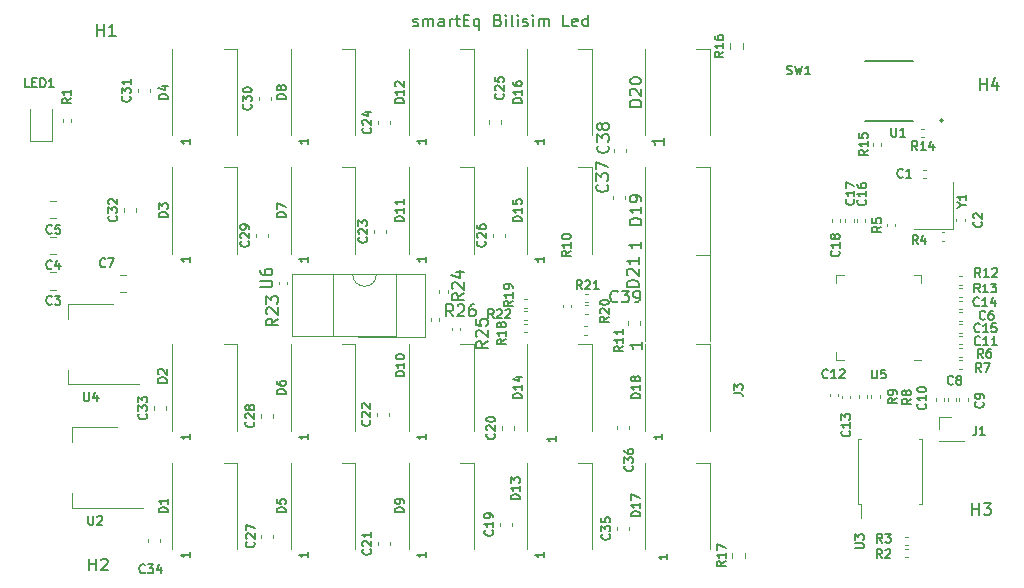
<source format=gbr>
G04 #@! TF.GenerationSoftware,KiCad,Pcbnew,7.99.0-1900-g89780d353a*
G04 #@! TF.CreationDate,2023-08-29T18:06:46+03:00*
G04 #@! TF.ProjectId,RP2040_minimal,52503230-3430-45f6-9d69-6e696d616c2e,REV1*
G04 #@! TF.SameCoordinates,Original*
G04 #@! TF.FileFunction,Legend,Top*
G04 #@! TF.FilePolarity,Positive*
%FSLAX46Y46*%
G04 Gerber Fmt 4.6, Leading zero omitted, Abs format (unit mm)*
G04 Created by KiCad (PCBNEW 7.99.0-1900-g89780d353a) date 2023-08-29 18:06:46*
%MOMM*%
%LPD*%
G01*
G04 APERTURE LIST*
%ADD10C,0.150000*%
%ADD11C,0.120000*%
%ADD12C,0.127000*%
%ADD13C,0.200000*%
G04 APERTURE END LIST*
D10*
X138735160Y-90820600D02*
X138830398Y-90868219D01*
X138830398Y-90868219D02*
X139020874Y-90868219D01*
X139020874Y-90868219D02*
X139116112Y-90820600D01*
X139116112Y-90820600D02*
X139163731Y-90725361D01*
X139163731Y-90725361D02*
X139163731Y-90677742D01*
X139163731Y-90677742D02*
X139116112Y-90582504D01*
X139116112Y-90582504D02*
X139020874Y-90534885D01*
X139020874Y-90534885D02*
X138878017Y-90534885D01*
X138878017Y-90534885D02*
X138782779Y-90487266D01*
X138782779Y-90487266D02*
X138735160Y-90392028D01*
X138735160Y-90392028D02*
X138735160Y-90344409D01*
X138735160Y-90344409D02*
X138782779Y-90249171D01*
X138782779Y-90249171D02*
X138878017Y-90201552D01*
X138878017Y-90201552D02*
X139020874Y-90201552D01*
X139020874Y-90201552D02*
X139116112Y-90249171D01*
X139592303Y-90868219D02*
X139592303Y-90201552D01*
X139592303Y-90296790D02*
X139639922Y-90249171D01*
X139639922Y-90249171D02*
X139735160Y-90201552D01*
X139735160Y-90201552D02*
X139878017Y-90201552D01*
X139878017Y-90201552D02*
X139973255Y-90249171D01*
X139973255Y-90249171D02*
X140020874Y-90344409D01*
X140020874Y-90344409D02*
X140020874Y-90868219D01*
X140020874Y-90344409D02*
X140068493Y-90249171D01*
X140068493Y-90249171D02*
X140163731Y-90201552D01*
X140163731Y-90201552D02*
X140306588Y-90201552D01*
X140306588Y-90201552D02*
X140401827Y-90249171D01*
X140401827Y-90249171D02*
X140449446Y-90344409D01*
X140449446Y-90344409D02*
X140449446Y-90868219D01*
X141354207Y-90868219D02*
X141354207Y-90344409D01*
X141354207Y-90344409D02*
X141306588Y-90249171D01*
X141306588Y-90249171D02*
X141211350Y-90201552D01*
X141211350Y-90201552D02*
X141020874Y-90201552D01*
X141020874Y-90201552D02*
X140925636Y-90249171D01*
X141354207Y-90820600D02*
X141258969Y-90868219D01*
X141258969Y-90868219D02*
X141020874Y-90868219D01*
X141020874Y-90868219D02*
X140925636Y-90820600D01*
X140925636Y-90820600D02*
X140878017Y-90725361D01*
X140878017Y-90725361D02*
X140878017Y-90630123D01*
X140878017Y-90630123D02*
X140925636Y-90534885D01*
X140925636Y-90534885D02*
X141020874Y-90487266D01*
X141020874Y-90487266D02*
X141258969Y-90487266D01*
X141258969Y-90487266D02*
X141354207Y-90439647D01*
X141830398Y-90868219D02*
X141830398Y-90201552D01*
X141830398Y-90392028D02*
X141878017Y-90296790D01*
X141878017Y-90296790D02*
X141925636Y-90249171D01*
X141925636Y-90249171D02*
X142020874Y-90201552D01*
X142020874Y-90201552D02*
X142116112Y-90201552D01*
X142306589Y-90201552D02*
X142687541Y-90201552D01*
X142449446Y-89868219D02*
X142449446Y-90725361D01*
X142449446Y-90725361D02*
X142497065Y-90820600D01*
X142497065Y-90820600D02*
X142592303Y-90868219D01*
X142592303Y-90868219D02*
X142687541Y-90868219D01*
X143020875Y-90344409D02*
X143354208Y-90344409D01*
X143497065Y-90868219D02*
X143020875Y-90868219D01*
X143020875Y-90868219D02*
X143020875Y-89868219D01*
X143020875Y-89868219D02*
X143497065Y-89868219D01*
X144354208Y-90201552D02*
X144354208Y-91201552D01*
X144354208Y-90820600D02*
X144258970Y-90868219D01*
X144258970Y-90868219D02*
X144068494Y-90868219D01*
X144068494Y-90868219D02*
X143973256Y-90820600D01*
X143973256Y-90820600D02*
X143925637Y-90772980D01*
X143925637Y-90772980D02*
X143878018Y-90677742D01*
X143878018Y-90677742D02*
X143878018Y-90392028D01*
X143878018Y-90392028D02*
X143925637Y-90296790D01*
X143925637Y-90296790D02*
X143973256Y-90249171D01*
X143973256Y-90249171D02*
X144068494Y-90201552D01*
X144068494Y-90201552D02*
X144258970Y-90201552D01*
X144258970Y-90201552D02*
X144354208Y-90249171D01*
X145925637Y-90344409D02*
X146068494Y-90392028D01*
X146068494Y-90392028D02*
X146116113Y-90439647D01*
X146116113Y-90439647D02*
X146163732Y-90534885D01*
X146163732Y-90534885D02*
X146163732Y-90677742D01*
X146163732Y-90677742D02*
X146116113Y-90772980D01*
X146116113Y-90772980D02*
X146068494Y-90820600D01*
X146068494Y-90820600D02*
X145973256Y-90868219D01*
X145973256Y-90868219D02*
X145592304Y-90868219D01*
X145592304Y-90868219D02*
X145592304Y-89868219D01*
X145592304Y-89868219D02*
X145925637Y-89868219D01*
X145925637Y-89868219D02*
X146020875Y-89915838D01*
X146020875Y-89915838D02*
X146068494Y-89963457D01*
X146068494Y-89963457D02*
X146116113Y-90058695D01*
X146116113Y-90058695D02*
X146116113Y-90153933D01*
X146116113Y-90153933D02*
X146068494Y-90249171D01*
X146068494Y-90249171D02*
X146020875Y-90296790D01*
X146020875Y-90296790D02*
X145925637Y-90344409D01*
X145925637Y-90344409D02*
X145592304Y-90344409D01*
X146592304Y-90868219D02*
X146592304Y-90201552D01*
X146592304Y-89868219D02*
X146544685Y-89915838D01*
X146544685Y-89915838D02*
X146592304Y-89963457D01*
X146592304Y-89963457D02*
X146639923Y-89915838D01*
X146639923Y-89915838D02*
X146592304Y-89868219D01*
X146592304Y-89868219D02*
X146592304Y-89963457D01*
X147211351Y-90868219D02*
X147116113Y-90820600D01*
X147116113Y-90820600D02*
X147068494Y-90725361D01*
X147068494Y-90725361D02*
X147068494Y-89868219D01*
X147592304Y-90868219D02*
X147592304Y-90201552D01*
X147592304Y-89868219D02*
X147544685Y-89915838D01*
X147544685Y-89915838D02*
X147592304Y-89963457D01*
X147592304Y-89963457D02*
X147639923Y-89915838D01*
X147639923Y-89915838D02*
X147592304Y-89868219D01*
X147592304Y-89868219D02*
X147592304Y-89963457D01*
X148020875Y-90820600D02*
X148116113Y-90868219D01*
X148116113Y-90868219D02*
X148306589Y-90868219D01*
X148306589Y-90868219D02*
X148401827Y-90820600D01*
X148401827Y-90820600D02*
X148449446Y-90725361D01*
X148449446Y-90725361D02*
X148449446Y-90677742D01*
X148449446Y-90677742D02*
X148401827Y-90582504D01*
X148401827Y-90582504D02*
X148306589Y-90534885D01*
X148306589Y-90534885D02*
X148163732Y-90534885D01*
X148163732Y-90534885D02*
X148068494Y-90487266D01*
X148068494Y-90487266D02*
X148020875Y-90392028D01*
X148020875Y-90392028D02*
X148020875Y-90344409D01*
X148020875Y-90344409D02*
X148068494Y-90249171D01*
X148068494Y-90249171D02*
X148163732Y-90201552D01*
X148163732Y-90201552D02*
X148306589Y-90201552D01*
X148306589Y-90201552D02*
X148401827Y-90249171D01*
X148878018Y-90868219D02*
X148878018Y-90201552D01*
X148878018Y-89868219D02*
X148830399Y-89915838D01*
X148830399Y-89915838D02*
X148878018Y-89963457D01*
X148878018Y-89963457D02*
X148925637Y-89915838D01*
X148925637Y-89915838D02*
X148878018Y-89868219D01*
X148878018Y-89868219D02*
X148878018Y-89963457D01*
X149354208Y-90868219D02*
X149354208Y-90201552D01*
X149354208Y-90296790D02*
X149401827Y-90249171D01*
X149401827Y-90249171D02*
X149497065Y-90201552D01*
X149497065Y-90201552D02*
X149639922Y-90201552D01*
X149639922Y-90201552D02*
X149735160Y-90249171D01*
X149735160Y-90249171D02*
X149782779Y-90344409D01*
X149782779Y-90344409D02*
X149782779Y-90868219D01*
X149782779Y-90344409D02*
X149830398Y-90249171D01*
X149830398Y-90249171D02*
X149925636Y-90201552D01*
X149925636Y-90201552D02*
X150068493Y-90201552D01*
X150068493Y-90201552D02*
X150163732Y-90249171D01*
X150163732Y-90249171D02*
X150211351Y-90344409D01*
X150211351Y-90344409D02*
X150211351Y-90868219D01*
X151925636Y-90868219D02*
X151449446Y-90868219D01*
X151449446Y-90868219D02*
X151449446Y-89868219D01*
X152639922Y-90820600D02*
X152544684Y-90868219D01*
X152544684Y-90868219D02*
X152354208Y-90868219D01*
X152354208Y-90868219D02*
X152258970Y-90820600D01*
X152258970Y-90820600D02*
X152211351Y-90725361D01*
X152211351Y-90725361D02*
X152211351Y-90344409D01*
X152211351Y-90344409D02*
X152258970Y-90249171D01*
X152258970Y-90249171D02*
X152354208Y-90201552D01*
X152354208Y-90201552D02*
X152544684Y-90201552D01*
X152544684Y-90201552D02*
X152639922Y-90249171D01*
X152639922Y-90249171D02*
X152687541Y-90344409D01*
X152687541Y-90344409D02*
X152687541Y-90439647D01*
X152687541Y-90439647D02*
X152211351Y-90534885D01*
X153544684Y-90868219D02*
X153544684Y-89868219D01*
X153544684Y-90820600D02*
X153449446Y-90868219D01*
X153449446Y-90868219D02*
X153258970Y-90868219D01*
X153258970Y-90868219D02*
X153163732Y-90820600D01*
X153163732Y-90820600D02*
X153116113Y-90772980D01*
X153116113Y-90772980D02*
X153068494Y-90677742D01*
X153068494Y-90677742D02*
X153068494Y-90392028D01*
X153068494Y-90392028D02*
X153116113Y-90296790D01*
X153116113Y-90296790D02*
X153163732Y-90249171D01*
X153163732Y-90249171D02*
X153258970Y-90201552D01*
X153258970Y-90201552D02*
X153449446Y-90201552D01*
X153449446Y-90201552D02*
X153544684Y-90249171D01*
X176145164Y-135059828D02*
X176752307Y-135059828D01*
X176752307Y-135059828D02*
X176823735Y-135024114D01*
X176823735Y-135024114D02*
X176859450Y-134988400D01*
X176859450Y-134988400D02*
X176895164Y-134916971D01*
X176895164Y-134916971D02*
X176895164Y-134774114D01*
X176895164Y-134774114D02*
X176859450Y-134702685D01*
X176859450Y-134702685D02*
X176823735Y-134666971D01*
X176823735Y-134666971D02*
X176752307Y-134631257D01*
X176752307Y-134631257D02*
X176145164Y-134631257D01*
X176145164Y-134345543D02*
X176145164Y-133881257D01*
X176145164Y-133881257D02*
X176430878Y-134131257D01*
X176430878Y-134131257D02*
X176430878Y-134024114D01*
X176430878Y-134024114D02*
X176466592Y-133952686D01*
X176466592Y-133952686D02*
X176502307Y-133916971D01*
X176502307Y-133916971D02*
X176573735Y-133881257D01*
X176573735Y-133881257D02*
X176752307Y-133881257D01*
X176752307Y-133881257D02*
X176823735Y-133916971D01*
X176823735Y-133916971D02*
X176859450Y-133952686D01*
X176859450Y-133952686D02*
X176895164Y-134024114D01*
X176895164Y-134024114D02*
X176895164Y-134238400D01*
X176895164Y-134238400D02*
X176859450Y-134309828D01*
X176859450Y-134309828D02*
X176823735Y-134345543D01*
X157945164Y-122359114D02*
X157195164Y-122359114D01*
X157195164Y-122359114D02*
X157195164Y-122180543D01*
X157195164Y-122180543D02*
X157230878Y-122073400D01*
X157230878Y-122073400D02*
X157302307Y-122001971D01*
X157302307Y-122001971D02*
X157373735Y-121966257D01*
X157373735Y-121966257D02*
X157516592Y-121930543D01*
X157516592Y-121930543D02*
X157623735Y-121930543D01*
X157623735Y-121930543D02*
X157766592Y-121966257D01*
X157766592Y-121966257D02*
X157838021Y-122001971D01*
X157838021Y-122001971D02*
X157909450Y-122073400D01*
X157909450Y-122073400D02*
X157945164Y-122180543D01*
X157945164Y-122180543D02*
X157945164Y-122359114D01*
X157945164Y-121216257D02*
X157945164Y-121644828D01*
X157945164Y-121430543D02*
X157195164Y-121430543D01*
X157195164Y-121430543D02*
X157302307Y-121501971D01*
X157302307Y-121501971D02*
X157373735Y-121573400D01*
X157373735Y-121573400D02*
X157409450Y-121644828D01*
X157516592Y-120787685D02*
X157480878Y-120859114D01*
X157480878Y-120859114D02*
X157445164Y-120894828D01*
X157445164Y-120894828D02*
X157373735Y-120930542D01*
X157373735Y-120930542D02*
X157338021Y-120930542D01*
X157338021Y-120930542D02*
X157266592Y-120894828D01*
X157266592Y-120894828D02*
X157230878Y-120859114D01*
X157230878Y-120859114D02*
X157195164Y-120787685D01*
X157195164Y-120787685D02*
X157195164Y-120644828D01*
X157195164Y-120644828D02*
X157230878Y-120573400D01*
X157230878Y-120573400D02*
X157266592Y-120537685D01*
X157266592Y-120537685D02*
X157338021Y-120501971D01*
X157338021Y-120501971D02*
X157373735Y-120501971D01*
X157373735Y-120501971D02*
X157445164Y-120537685D01*
X157445164Y-120537685D02*
X157480878Y-120573400D01*
X157480878Y-120573400D02*
X157516592Y-120644828D01*
X157516592Y-120644828D02*
X157516592Y-120787685D01*
X157516592Y-120787685D02*
X157552307Y-120859114D01*
X157552307Y-120859114D02*
X157588021Y-120894828D01*
X157588021Y-120894828D02*
X157659450Y-120930542D01*
X157659450Y-120930542D02*
X157802307Y-120930542D01*
X157802307Y-120930542D02*
X157873735Y-120894828D01*
X157873735Y-120894828D02*
X157909450Y-120859114D01*
X157909450Y-120859114D02*
X157945164Y-120787685D01*
X157945164Y-120787685D02*
X157945164Y-120644828D01*
X157945164Y-120644828D02*
X157909450Y-120573400D01*
X157909450Y-120573400D02*
X157873735Y-120537685D01*
X157873735Y-120537685D02*
X157802307Y-120501971D01*
X157802307Y-120501971D02*
X157659450Y-120501971D01*
X157659450Y-120501971D02*
X157588021Y-120537685D01*
X157588021Y-120537685D02*
X157552307Y-120573400D01*
X157552307Y-120573400D02*
X157516592Y-120644828D01*
X159845164Y-125384114D02*
X159845164Y-125812685D01*
X159845164Y-125598400D02*
X159095164Y-125598400D01*
X159095164Y-125598400D02*
X159202307Y-125669828D01*
X159202307Y-125669828D02*
X159273735Y-125741257D01*
X159273735Y-125741257D02*
X159309450Y-125812685D01*
X145040819Y-117541257D02*
X144564628Y-117874590D01*
X145040819Y-118112685D02*
X144040819Y-118112685D01*
X144040819Y-118112685D02*
X144040819Y-117731733D01*
X144040819Y-117731733D02*
X144088438Y-117636495D01*
X144088438Y-117636495D02*
X144136057Y-117588876D01*
X144136057Y-117588876D02*
X144231295Y-117541257D01*
X144231295Y-117541257D02*
X144374152Y-117541257D01*
X144374152Y-117541257D02*
X144469390Y-117588876D01*
X144469390Y-117588876D02*
X144517009Y-117636495D01*
X144517009Y-117636495D02*
X144564628Y-117731733D01*
X144564628Y-117731733D02*
X144564628Y-118112685D01*
X144136057Y-117160304D02*
X144088438Y-117112685D01*
X144088438Y-117112685D02*
X144040819Y-117017447D01*
X144040819Y-117017447D02*
X144040819Y-116779352D01*
X144040819Y-116779352D02*
X144088438Y-116684114D01*
X144088438Y-116684114D02*
X144136057Y-116636495D01*
X144136057Y-116636495D02*
X144231295Y-116588876D01*
X144231295Y-116588876D02*
X144326533Y-116588876D01*
X144326533Y-116588876D02*
X144469390Y-116636495D01*
X144469390Y-116636495D02*
X145040819Y-117207923D01*
X145040819Y-117207923D02*
X145040819Y-116588876D01*
X144040819Y-115684114D02*
X144040819Y-116160304D01*
X144040819Y-116160304D02*
X144517009Y-116207923D01*
X144517009Y-116207923D02*
X144469390Y-116160304D01*
X144469390Y-116160304D02*
X144421771Y-116065066D01*
X144421771Y-116065066D02*
X144421771Y-115826971D01*
X144421771Y-115826971D02*
X144469390Y-115731733D01*
X144469390Y-115731733D02*
X144517009Y-115684114D01*
X144517009Y-115684114D02*
X144612247Y-115636495D01*
X144612247Y-115636495D02*
X144850342Y-115636495D01*
X144850342Y-115636495D02*
X144945580Y-115684114D01*
X144945580Y-115684114D02*
X144993200Y-115731733D01*
X144993200Y-115731733D02*
X145040819Y-115826971D01*
X145040819Y-115826971D02*
X145040819Y-116065066D01*
X145040819Y-116065066D02*
X144993200Y-116160304D01*
X144993200Y-116160304D02*
X144945580Y-116207923D01*
X144812135Y-109049543D02*
X144847850Y-109085257D01*
X144847850Y-109085257D02*
X144883564Y-109192400D01*
X144883564Y-109192400D02*
X144883564Y-109263828D01*
X144883564Y-109263828D02*
X144847850Y-109370971D01*
X144847850Y-109370971D02*
X144776421Y-109442400D01*
X144776421Y-109442400D02*
X144704992Y-109478114D01*
X144704992Y-109478114D02*
X144562135Y-109513828D01*
X144562135Y-109513828D02*
X144454992Y-109513828D01*
X144454992Y-109513828D02*
X144312135Y-109478114D01*
X144312135Y-109478114D02*
X144240707Y-109442400D01*
X144240707Y-109442400D02*
X144169278Y-109370971D01*
X144169278Y-109370971D02*
X144133564Y-109263828D01*
X144133564Y-109263828D02*
X144133564Y-109192400D01*
X144133564Y-109192400D02*
X144169278Y-109085257D01*
X144169278Y-109085257D02*
X144204992Y-109049543D01*
X144204992Y-108763828D02*
X144169278Y-108728114D01*
X144169278Y-108728114D02*
X144133564Y-108656686D01*
X144133564Y-108656686D02*
X144133564Y-108478114D01*
X144133564Y-108478114D02*
X144169278Y-108406686D01*
X144169278Y-108406686D02*
X144204992Y-108370971D01*
X144204992Y-108370971D02*
X144276421Y-108335257D01*
X144276421Y-108335257D02*
X144347850Y-108335257D01*
X144347850Y-108335257D02*
X144454992Y-108370971D01*
X144454992Y-108370971D02*
X144883564Y-108799543D01*
X144883564Y-108799543D02*
X144883564Y-108335257D01*
X144133564Y-107692400D02*
X144133564Y-107835257D01*
X144133564Y-107835257D02*
X144169278Y-107906685D01*
X144169278Y-107906685D02*
X144204992Y-107942400D01*
X144204992Y-107942400D02*
X144312135Y-108013828D01*
X144312135Y-108013828D02*
X144454992Y-108049542D01*
X144454992Y-108049542D02*
X144740707Y-108049542D01*
X144740707Y-108049542D02*
X144812135Y-108013828D01*
X144812135Y-108013828D02*
X144847850Y-107978114D01*
X144847850Y-107978114D02*
X144883564Y-107906685D01*
X144883564Y-107906685D02*
X144883564Y-107763828D01*
X144883564Y-107763828D02*
X144847850Y-107692400D01*
X144847850Y-107692400D02*
X144812135Y-107656685D01*
X144812135Y-107656685D02*
X144740707Y-107620971D01*
X144740707Y-107620971D02*
X144562135Y-107620971D01*
X144562135Y-107620971D02*
X144490707Y-107656685D01*
X144490707Y-107656685D02*
X144454992Y-107692400D01*
X144454992Y-107692400D02*
X144419278Y-107763828D01*
X144419278Y-107763828D02*
X144419278Y-107906685D01*
X144419278Y-107906685D02*
X144454992Y-107978114D01*
X144454992Y-107978114D02*
X144490707Y-108013828D01*
X144490707Y-108013828D02*
X144562135Y-108049542D01*
X145612135Y-125354543D02*
X145647850Y-125390257D01*
X145647850Y-125390257D02*
X145683564Y-125497400D01*
X145683564Y-125497400D02*
X145683564Y-125568828D01*
X145683564Y-125568828D02*
X145647850Y-125675971D01*
X145647850Y-125675971D02*
X145576421Y-125747400D01*
X145576421Y-125747400D02*
X145504992Y-125783114D01*
X145504992Y-125783114D02*
X145362135Y-125818828D01*
X145362135Y-125818828D02*
X145254992Y-125818828D01*
X145254992Y-125818828D02*
X145112135Y-125783114D01*
X145112135Y-125783114D02*
X145040707Y-125747400D01*
X145040707Y-125747400D02*
X144969278Y-125675971D01*
X144969278Y-125675971D02*
X144933564Y-125568828D01*
X144933564Y-125568828D02*
X144933564Y-125497400D01*
X144933564Y-125497400D02*
X144969278Y-125390257D01*
X144969278Y-125390257D02*
X145004992Y-125354543D01*
X145004992Y-125068828D02*
X144969278Y-125033114D01*
X144969278Y-125033114D02*
X144933564Y-124961686D01*
X144933564Y-124961686D02*
X144933564Y-124783114D01*
X144933564Y-124783114D02*
X144969278Y-124711686D01*
X144969278Y-124711686D02*
X145004992Y-124675971D01*
X145004992Y-124675971D02*
X145076421Y-124640257D01*
X145076421Y-124640257D02*
X145147850Y-124640257D01*
X145147850Y-124640257D02*
X145254992Y-124675971D01*
X145254992Y-124675971D02*
X145683564Y-125104543D01*
X145683564Y-125104543D02*
X145683564Y-124640257D01*
X144933564Y-124175971D02*
X144933564Y-124104542D01*
X144933564Y-124104542D02*
X144969278Y-124033114D01*
X144969278Y-124033114D02*
X145004992Y-123997400D01*
X145004992Y-123997400D02*
X145076421Y-123961685D01*
X145076421Y-123961685D02*
X145219278Y-123925971D01*
X145219278Y-123925971D02*
X145397850Y-123925971D01*
X145397850Y-123925971D02*
X145540707Y-123961685D01*
X145540707Y-123961685D02*
X145612135Y-123997400D01*
X145612135Y-123997400D02*
X145647850Y-124033114D01*
X145647850Y-124033114D02*
X145683564Y-124104542D01*
X145683564Y-124104542D02*
X145683564Y-124175971D01*
X145683564Y-124175971D02*
X145647850Y-124247400D01*
X145647850Y-124247400D02*
X145612135Y-124283114D01*
X145612135Y-124283114D02*
X145540707Y-124318828D01*
X145540707Y-124318828D02*
X145397850Y-124354542D01*
X145397850Y-124354542D02*
X145219278Y-124354542D01*
X145219278Y-124354542D02*
X145076421Y-124318828D01*
X145076421Y-124318828D02*
X145004992Y-124283114D01*
X145004992Y-124283114D02*
X144969278Y-124247400D01*
X144969278Y-124247400D02*
X144933564Y-124175971D01*
X125002135Y-97459543D02*
X125037850Y-97495257D01*
X125037850Y-97495257D02*
X125073564Y-97602400D01*
X125073564Y-97602400D02*
X125073564Y-97673828D01*
X125073564Y-97673828D02*
X125037850Y-97780971D01*
X125037850Y-97780971D02*
X124966421Y-97852400D01*
X124966421Y-97852400D02*
X124894992Y-97888114D01*
X124894992Y-97888114D02*
X124752135Y-97923828D01*
X124752135Y-97923828D02*
X124644992Y-97923828D01*
X124644992Y-97923828D02*
X124502135Y-97888114D01*
X124502135Y-97888114D02*
X124430707Y-97852400D01*
X124430707Y-97852400D02*
X124359278Y-97780971D01*
X124359278Y-97780971D02*
X124323564Y-97673828D01*
X124323564Y-97673828D02*
X124323564Y-97602400D01*
X124323564Y-97602400D02*
X124359278Y-97495257D01*
X124359278Y-97495257D02*
X124394992Y-97459543D01*
X124323564Y-97209543D02*
X124323564Y-96745257D01*
X124323564Y-96745257D02*
X124609278Y-96995257D01*
X124609278Y-96995257D02*
X124609278Y-96888114D01*
X124609278Y-96888114D02*
X124644992Y-96816686D01*
X124644992Y-96816686D02*
X124680707Y-96780971D01*
X124680707Y-96780971D02*
X124752135Y-96745257D01*
X124752135Y-96745257D02*
X124930707Y-96745257D01*
X124930707Y-96745257D02*
X125002135Y-96780971D01*
X125002135Y-96780971D02*
X125037850Y-96816686D01*
X125037850Y-96816686D02*
X125073564Y-96888114D01*
X125073564Y-96888114D02*
X125073564Y-97102400D01*
X125073564Y-97102400D02*
X125037850Y-97173828D01*
X125037850Y-97173828D02*
X125002135Y-97209543D01*
X124323564Y-96280971D02*
X124323564Y-96209542D01*
X124323564Y-96209542D02*
X124359278Y-96138114D01*
X124359278Y-96138114D02*
X124394992Y-96102400D01*
X124394992Y-96102400D02*
X124466421Y-96066685D01*
X124466421Y-96066685D02*
X124609278Y-96030971D01*
X124609278Y-96030971D02*
X124787850Y-96030971D01*
X124787850Y-96030971D02*
X124930707Y-96066685D01*
X124930707Y-96066685D02*
X125002135Y-96102400D01*
X125002135Y-96102400D02*
X125037850Y-96138114D01*
X125037850Y-96138114D02*
X125073564Y-96209542D01*
X125073564Y-96209542D02*
X125073564Y-96280971D01*
X125073564Y-96280971D02*
X125037850Y-96352400D01*
X125037850Y-96352400D02*
X125002135Y-96388114D01*
X125002135Y-96388114D02*
X124930707Y-96423828D01*
X124930707Y-96423828D02*
X124787850Y-96459542D01*
X124787850Y-96459542D02*
X124609278Y-96459542D01*
X124609278Y-96459542D02*
X124466421Y-96423828D01*
X124466421Y-96423828D02*
X124394992Y-96388114D01*
X124394992Y-96388114D02*
X124359278Y-96352400D01*
X124359278Y-96352400D02*
X124323564Y-96280971D01*
X113602135Y-106909543D02*
X113637850Y-106945257D01*
X113637850Y-106945257D02*
X113673564Y-107052400D01*
X113673564Y-107052400D02*
X113673564Y-107123828D01*
X113673564Y-107123828D02*
X113637850Y-107230971D01*
X113637850Y-107230971D02*
X113566421Y-107302400D01*
X113566421Y-107302400D02*
X113494992Y-107338114D01*
X113494992Y-107338114D02*
X113352135Y-107373828D01*
X113352135Y-107373828D02*
X113244992Y-107373828D01*
X113244992Y-107373828D02*
X113102135Y-107338114D01*
X113102135Y-107338114D02*
X113030707Y-107302400D01*
X113030707Y-107302400D02*
X112959278Y-107230971D01*
X112959278Y-107230971D02*
X112923564Y-107123828D01*
X112923564Y-107123828D02*
X112923564Y-107052400D01*
X112923564Y-107052400D02*
X112959278Y-106945257D01*
X112959278Y-106945257D02*
X112994992Y-106909543D01*
X112923564Y-106659543D02*
X112923564Y-106195257D01*
X112923564Y-106195257D02*
X113209278Y-106445257D01*
X113209278Y-106445257D02*
X113209278Y-106338114D01*
X113209278Y-106338114D02*
X113244992Y-106266686D01*
X113244992Y-106266686D02*
X113280707Y-106230971D01*
X113280707Y-106230971D02*
X113352135Y-106195257D01*
X113352135Y-106195257D02*
X113530707Y-106195257D01*
X113530707Y-106195257D02*
X113602135Y-106230971D01*
X113602135Y-106230971D02*
X113637850Y-106266686D01*
X113637850Y-106266686D02*
X113673564Y-106338114D01*
X113673564Y-106338114D02*
X113673564Y-106552400D01*
X113673564Y-106552400D02*
X113637850Y-106623828D01*
X113637850Y-106623828D02*
X113602135Y-106659543D01*
X112994992Y-105909542D02*
X112959278Y-105873828D01*
X112959278Y-105873828D02*
X112923564Y-105802400D01*
X112923564Y-105802400D02*
X112923564Y-105623828D01*
X112923564Y-105623828D02*
X112959278Y-105552400D01*
X112959278Y-105552400D02*
X112994992Y-105516685D01*
X112994992Y-105516685D02*
X113066421Y-105480971D01*
X113066421Y-105480971D02*
X113137850Y-105480971D01*
X113137850Y-105480971D02*
X113244992Y-105516685D01*
X113244992Y-105516685D02*
X113673564Y-105945257D01*
X113673564Y-105945257D02*
X113673564Y-105480971D01*
X179214571Y-99467564D02*
X179214571Y-100074707D01*
X179214571Y-100074707D02*
X179250285Y-100146135D01*
X179250285Y-100146135D02*
X179286000Y-100181850D01*
X179286000Y-100181850D02*
X179357428Y-100217564D01*
X179357428Y-100217564D02*
X179500285Y-100217564D01*
X179500285Y-100217564D02*
X179571714Y-100181850D01*
X179571714Y-100181850D02*
X179607428Y-100146135D01*
X179607428Y-100146135D02*
X179643142Y-100074707D01*
X179643142Y-100074707D02*
X179643142Y-99467564D01*
X180393142Y-100217564D02*
X179964571Y-100217564D01*
X180178856Y-100217564D02*
X180178856Y-99467564D01*
X180178856Y-99467564D02*
X180107428Y-99574707D01*
X180107428Y-99574707D02*
X180035999Y-99646135D01*
X180035999Y-99646135D02*
X179964571Y-99681850D01*
X186693856Y-113397564D02*
X186443856Y-113040421D01*
X186265285Y-113397564D02*
X186265285Y-112647564D01*
X186265285Y-112647564D02*
X186550999Y-112647564D01*
X186550999Y-112647564D02*
X186622428Y-112683278D01*
X186622428Y-112683278D02*
X186658142Y-112718992D01*
X186658142Y-112718992D02*
X186693856Y-112790421D01*
X186693856Y-112790421D02*
X186693856Y-112897564D01*
X186693856Y-112897564D02*
X186658142Y-112968992D01*
X186658142Y-112968992D02*
X186622428Y-113004707D01*
X186622428Y-113004707D02*
X186550999Y-113040421D01*
X186550999Y-113040421D02*
X186265285Y-113040421D01*
X187408142Y-113397564D02*
X186979571Y-113397564D01*
X187193856Y-113397564D02*
X187193856Y-112647564D01*
X187193856Y-112647564D02*
X187122428Y-112754707D01*
X187122428Y-112754707D02*
X187050999Y-112826135D01*
X187050999Y-112826135D02*
X186979571Y-112861850D01*
X187658142Y-112647564D02*
X188122428Y-112647564D01*
X188122428Y-112647564D02*
X187872428Y-112933278D01*
X187872428Y-112933278D02*
X187979571Y-112933278D01*
X187979571Y-112933278D02*
X188051000Y-112968992D01*
X188051000Y-112968992D02*
X188086714Y-113004707D01*
X188086714Y-113004707D02*
X188122428Y-113076135D01*
X188122428Y-113076135D02*
X188122428Y-113254707D01*
X188122428Y-113254707D02*
X188086714Y-113326135D01*
X188086714Y-113326135D02*
X188051000Y-113361850D01*
X188051000Y-113361850D02*
X187979571Y-113397564D01*
X187979571Y-113397564D02*
X187765285Y-113397564D01*
X187765285Y-113397564D02*
X187693857Y-113361850D01*
X187693857Y-113361850D02*
X187658142Y-113326135D01*
X175663735Y-125120543D02*
X175699450Y-125156257D01*
X175699450Y-125156257D02*
X175735164Y-125263400D01*
X175735164Y-125263400D02*
X175735164Y-125334828D01*
X175735164Y-125334828D02*
X175699450Y-125441971D01*
X175699450Y-125441971D02*
X175628021Y-125513400D01*
X175628021Y-125513400D02*
X175556592Y-125549114D01*
X175556592Y-125549114D02*
X175413735Y-125584828D01*
X175413735Y-125584828D02*
X175306592Y-125584828D01*
X175306592Y-125584828D02*
X175163735Y-125549114D01*
X175163735Y-125549114D02*
X175092307Y-125513400D01*
X175092307Y-125513400D02*
X175020878Y-125441971D01*
X175020878Y-125441971D02*
X174985164Y-125334828D01*
X174985164Y-125334828D02*
X174985164Y-125263400D01*
X174985164Y-125263400D02*
X175020878Y-125156257D01*
X175020878Y-125156257D02*
X175056592Y-125120543D01*
X175735164Y-124406257D02*
X175735164Y-124834828D01*
X175735164Y-124620543D02*
X174985164Y-124620543D01*
X174985164Y-124620543D02*
X175092307Y-124691971D01*
X175092307Y-124691971D02*
X175163735Y-124763400D01*
X175163735Y-124763400D02*
X175199450Y-124834828D01*
X174985164Y-124156257D02*
X174985164Y-123691971D01*
X174985164Y-123691971D02*
X175270878Y-123941971D01*
X175270878Y-123941971D02*
X175270878Y-123834828D01*
X175270878Y-123834828D02*
X175306592Y-123763400D01*
X175306592Y-123763400D02*
X175342307Y-123727685D01*
X175342307Y-123727685D02*
X175413735Y-123691971D01*
X175413735Y-123691971D02*
X175592307Y-123691971D01*
X175592307Y-123691971D02*
X175663735Y-123727685D01*
X175663735Y-123727685D02*
X175699450Y-123763400D01*
X175699450Y-123763400D02*
X175735164Y-123834828D01*
X175735164Y-123834828D02*
X175735164Y-124049114D01*
X175735164Y-124049114D02*
X175699450Y-124120542D01*
X175699450Y-124120542D02*
X175663735Y-124156257D01*
X187160999Y-115626135D02*
X187125285Y-115661850D01*
X187125285Y-115661850D02*
X187018142Y-115697564D01*
X187018142Y-115697564D02*
X186946714Y-115697564D01*
X186946714Y-115697564D02*
X186839571Y-115661850D01*
X186839571Y-115661850D02*
X186768142Y-115590421D01*
X186768142Y-115590421D02*
X186732428Y-115518992D01*
X186732428Y-115518992D02*
X186696714Y-115376135D01*
X186696714Y-115376135D02*
X186696714Y-115268992D01*
X186696714Y-115268992D02*
X186732428Y-115126135D01*
X186732428Y-115126135D02*
X186768142Y-115054707D01*
X186768142Y-115054707D02*
X186839571Y-114983278D01*
X186839571Y-114983278D02*
X186946714Y-114947564D01*
X186946714Y-114947564D02*
X187018142Y-114947564D01*
X187018142Y-114947564D02*
X187125285Y-114983278D01*
X187125285Y-114983278D02*
X187160999Y-115018992D01*
X187803857Y-114947564D02*
X187660999Y-114947564D01*
X187660999Y-114947564D02*
X187589571Y-114983278D01*
X187589571Y-114983278D02*
X187553857Y-115018992D01*
X187553857Y-115018992D02*
X187482428Y-115126135D01*
X187482428Y-115126135D02*
X187446714Y-115268992D01*
X187446714Y-115268992D02*
X187446714Y-115554707D01*
X187446714Y-115554707D02*
X187482428Y-115626135D01*
X187482428Y-115626135D02*
X187518142Y-115661850D01*
X187518142Y-115661850D02*
X187589571Y-115697564D01*
X187589571Y-115697564D02*
X187732428Y-115697564D01*
X187732428Y-115697564D02*
X187803857Y-115661850D01*
X187803857Y-115661850D02*
X187839571Y-115626135D01*
X187839571Y-115626135D02*
X187875285Y-115554707D01*
X187875285Y-115554707D02*
X187875285Y-115376135D01*
X187875285Y-115376135D02*
X187839571Y-115304707D01*
X187839571Y-115304707D02*
X187803857Y-115268992D01*
X187803857Y-115268992D02*
X187732428Y-115233278D01*
X187732428Y-115233278D02*
X187589571Y-115233278D01*
X187589571Y-115233278D02*
X187518142Y-115268992D01*
X187518142Y-115268992D02*
X187482428Y-115304707D01*
X187482428Y-115304707D02*
X187446714Y-115376135D01*
X155295164Y-115440543D02*
X154938021Y-115690543D01*
X155295164Y-115869114D02*
X154545164Y-115869114D01*
X154545164Y-115869114D02*
X154545164Y-115583400D01*
X154545164Y-115583400D02*
X154580878Y-115511971D01*
X154580878Y-115511971D02*
X154616592Y-115476257D01*
X154616592Y-115476257D02*
X154688021Y-115440543D01*
X154688021Y-115440543D02*
X154795164Y-115440543D01*
X154795164Y-115440543D02*
X154866592Y-115476257D01*
X154866592Y-115476257D02*
X154902307Y-115511971D01*
X154902307Y-115511971D02*
X154938021Y-115583400D01*
X154938021Y-115583400D02*
X154938021Y-115869114D01*
X154616592Y-115154828D02*
X154580878Y-115119114D01*
X154580878Y-115119114D02*
X154545164Y-115047686D01*
X154545164Y-115047686D02*
X154545164Y-114869114D01*
X154545164Y-114869114D02*
X154580878Y-114797686D01*
X154580878Y-114797686D02*
X154616592Y-114761971D01*
X154616592Y-114761971D02*
X154688021Y-114726257D01*
X154688021Y-114726257D02*
X154759450Y-114726257D01*
X154759450Y-114726257D02*
X154866592Y-114761971D01*
X154866592Y-114761971D02*
X155295164Y-115190543D01*
X155295164Y-115190543D02*
X155295164Y-114726257D01*
X154545164Y-114261971D02*
X154545164Y-114190542D01*
X154545164Y-114190542D02*
X154580878Y-114119114D01*
X154580878Y-114119114D02*
X154616592Y-114083400D01*
X154616592Y-114083400D02*
X154688021Y-114047685D01*
X154688021Y-114047685D02*
X154830878Y-114011971D01*
X154830878Y-114011971D02*
X155009450Y-114011971D01*
X155009450Y-114011971D02*
X155152307Y-114047685D01*
X155152307Y-114047685D02*
X155223735Y-114083400D01*
X155223735Y-114083400D02*
X155259450Y-114119114D01*
X155259450Y-114119114D02*
X155295164Y-114190542D01*
X155295164Y-114190542D02*
X155295164Y-114261971D01*
X155295164Y-114261971D02*
X155259450Y-114333400D01*
X155259450Y-114333400D02*
X155223735Y-114369114D01*
X155223735Y-114369114D02*
X155152307Y-114404828D01*
X155152307Y-114404828D02*
X155009450Y-114440542D01*
X155009450Y-114440542D02*
X154830878Y-114440542D01*
X154830878Y-114440542D02*
X154688021Y-114404828D01*
X154688021Y-114404828D02*
X154616592Y-114369114D01*
X154616592Y-114369114D02*
X154580878Y-114333400D01*
X154580878Y-114333400D02*
X154545164Y-114261971D01*
X177582971Y-119929064D02*
X177582971Y-120536207D01*
X177582971Y-120536207D02*
X177618685Y-120607635D01*
X177618685Y-120607635D02*
X177654400Y-120643350D01*
X177654400Y-120643350D02*
X177725828Y-120679064D01*
X177725828Y-120679064D02*
X177868685Y-120679064D01*
X177868685Y-120679064D02*
X177940114Y-120643350D01*
X177940114Y-120643350D02*
X177975828Y-120607635D01*
X177975828Y-120607635D02*
X178011542Y-120536207D01*
X178011542Y-120536207D02*
X178011542Y-119929064D01*
X178725828Y-119929064D02*
X178368685Y-119929064D01*
X178368685Y-119929064D02*
X178332971Y-120286207D01*
X178332971Y-120286207D02*
X178368685Y-120250492D01*
X178368685Y-120250492D02*
X178440114Y-120214778D01*
X178440114Y-120214778D02*
X178618685Y-120214778D01*
X178618685Y-120214778D02*
X178690114Y-120250492D01*
X178690114Y-120250492D02*
X178725828Y-120286207D01*
X178725828Y-120286207D02*
X178761542Y-120357635D01*
X178761542Y-120357635D02*
X178761542Y-120536207D01*
X178761542Y-120536207D02*
X178725828Y-120607635D01*
X178725828Y-120607635D02*
X178690114Y-120643350D01*
X178690114Y-120643350D02*
X178618685Y-120679064D01*
X178618685Y-120679064D02*
X178440114Y-120679064D01*
X178440114Y-120679064D02*
X178368685Y-120643350D01*
X178368685Y-120643350D02*
X178332971Y-120607635D01*
X127945164Y-107001971D02*
X127195164Y-107001971D01*
X127195164Y-107001971D02*
X127195164Y-106823400D01*
X127195164Y-106823400D02*
X127230878Y-106716257D01*
X127230878Y-106716257D02*
X127302307Y-106644828D01*
X127302307Y-106644828D02*
X127373735Y-106609114D01*
X127373735Y-106609114D02*
X127516592Y-106573400D01*
X127516592Y-106573400D02*
X127623735Y-106573400D01*
X127623735Y-106573400D02*
X127766592Y-106609114D01*
X127766592Y-106609114D02*
X127838021Y-106644828D01*
X127838021Y-106644828D02*
X127909450Y-106716257D01*
X127909450Y-106716257D02*
X127945164Y-106823400D01*
X127945164Y-106823400D02*
X127945164Y-107001971D01*
X127195164Y-106323400D02*
X127195164Y-105823400D01*
X127195164Y-105823400D02*
X127945164Y-106144828D01*
X129845164Y-110384114D02*
X129845164Y-110812685D01*
X129845164Y-110598400D02*
X129095164Y-110598400D01*
X129095164Y-110598400D02*
X129202307Y-110669828D01*
X129202307Y-110669828D02*
X129273735Y-110741257D01*
X129273735Y-110741257D02*
X129309450Y-110812685D01*
X153013856Y-113117564D02*
X152763856Y-112760421D01*
X152585285Y-113117564D02*
X152585285Y-112367564D01*
X152585285Y-112367564D02*
X152870999Y-112367564D01*
X152870999Y-112367564D02*
X152942428Y-112403278D01*
X152942428Y-112403278D02*
X152978142Y-112438992D01*
X152978142Y-112438992D02*
X153013856Y-112510421D01*
X153013856Y-112510421D02*
X153013856Y-112617564D01*
X153013856Y-112617564D02*
X152978142Y-112688992D01*
X152978142Y-112688992D02*
X152942428Y-112724707D01*
X152942428Y-112724707D02*
X152870999Y-112760421D01*
X152870999Y-112760421D02*
X152585285Y-112760421D01*
X153299571Y-112438992D02*
X153335285Y-112403278D01*
X153335285Y-112403278D02*
X153406714Y-112367564D01*
X153406714Y-112367564D02*
X153585285Y-112367564D01*
X153585285Y-112367564D02*
X153656714Y-112403278D01*
X153656714Y-112403278D02*
X153692428Y-112438992D01*
X153692428Y-112438992D02*
X153728142Y-112510421D01*
X153728142Y-112510421D02*
X153728142Y-112581850D01*
X153728142Y-112581850D02*
X153692428Y-112688992D01*
X153692428Y-112688992D02*
X153263856Y-113117564D01*
X153263856Y-113117564D02*
X153728142Y-113117564D01*
X154442428Y-113117564D02*
X154013857Y-113117564D01*
X154228142Y-113117564D02*
X154228142Y-112367564D01*
X154228142Y-112367564D02*
X154156714Y-112474707D01*
X154156714Y-112474707D02*
X154085285Y-112546135D01*
X154085285Y-112546135D02*
X154013857Y-112581850D01*
X178375164Y-107813400D02*
X178018021Y-108063400D01*
X178375164Y-108241971D02*
X177625164Y-108241971D01*
X177625164Y-108241971D02*
X177625164Y-107956257D01*
X177625164Y-107956257D02*
X177660878Y-107884828D01*
X177660878Y-107884828D02*
X177696592Y-107849114D01*
X177696592Y-107849114D02*
X177768021Y-107813400D01*
X177768021Y-107813400D02*
X177875164Y-107813400D01*
X177875164Y-107813400D02*
X177946592Y-107849114D01*
X177946592Y-107849114D02*
X177982307Y-107884828D01*
X177982307Y-107884828D02*
X178018021Y-107956257D01*
X178018021Y-107956257D02*
X178018021Y-108241971D01*
X177625164Y-107134828D02*
X177625164Y-107491971D01*
X177625164Y-107491971D02*
X177982307Y-107527685D01*
X177982307Y-107527685D02*
X177946592Y-107491971D01*
X177946592Y-107491971D02*
X177910878Y-107420543D01*
X177910878Y-107420543D02*
X177910878Y-107241971D01*
X177910878Y-107241971D02*
X177946592Y-107170543D01*
X177946592Y-107170543D02*
X177982307Y-107134828D01*
X177982307Y-107134828D02*
X178053735Y-107099114D01*
X178053735Y-107099114D02*
X178232307Y-107099114D01*
X178232307Y-107099114D02*
X178303735Y-107134828D01*
X178303735Y-107134828D02*
X178339450Y-107170543D01*
X178339450Y-107170543D02*
X178375164Y-107241971D01*
X178375164Y-107241971D02*
X178375164Y-107420543D01*
X178375164Y-107420543D02*
X178339450Y-107491971D01*
X178339450Y-107491971D02*
X178303735Y-107527685D01*
X112670999Y-111186135D02*
X112635285Y-111221850D01*
X112635285Y-111221850D02*
X112528142Y-111257564D01*
X112528142Y-111257564D02*
X112456714Y-111257564D01*
X112456714Y-111257564D02*
X112349571Y-111221850D01*
X112349571Y-111221850D02*
X112278142Y-111150421D01*
X112278142Y-111150421D02*
X112242428Y-111078992D01*
X112242428Y-111078992D02*
X112206714Y-110936135D01*
X112206714Y-110936135D02*
X112206714Y-110828992D01*
X112206714Y-110828992D02*
X112242428Y-110686135D01*
X112242428Y-110686135D02*
X112278142Y-110614707D01*
X112278142Y-110614707D02*
X112349571Y-110543278D01*
X112349571Y-110543278D02*
X112456714Y-110507564D01*
X112456714Y-110507564D02*
X112528142Y-110507564D01*
X112528142Y-110507564D02*
X112635285Y-110543278D01*
X112635285Y-110543278D02*
X112670999Y-110578992D01*
X112920999Y-110507564D02*
X113420999Y-110507564D01*
X113420999Y-110507564D02*
X113099571Y-111257564D01*
X147745164Y-130909114D02*
X146995164Y-130909114D01*
X146995164Y-130909114D02*
X146995164Y-130730543D01*
X146995164Y-130730543D02*
X147030878Y-130623400D01*
X147030878Y-130623400D02*
X147102307Y-130551971D01*
X147102307Y-130551971D02*
X147173735Y-130516257D01*
X147173735Y-130516257D02*
X147316592Y-130480543D01*
X147316592Y-130480543D02*
X147423735Y-130480543D01*
X147423735Y-130480543D02*
X147566592Y-130516257D01*
X147566592Y-130516257D02*
X147638021Y-130551971D01*
X147638021Y-130551971D02*
X147709450Y-130623400D01*
X147709450Y-130623400D02*
X147745164Y-130730543D01*
X147745164Y-130730543D02*
X147745164Y-130909114D01*
X147745164Y-129766257D02*
X147745164Y-130194828D01*
X147745164Y-129980543D02*
X146995164Y-129980543D01*
X146995164Y-129980543D02*
X147102307Y-130051971D01*
X147102307Y-130051971D02*
X147173735Y-130123400D01*
X147173735Y-130123400D02*
X147209450Y-130194828D01*
X146995164Y-129516257D02*
X146995164Y-129051971D01*
X146995164Y-129051971D02*
X147280878Y-129301971D01*
X147280878Y-129301971D02*
X147280878Y-129194828D01*
X147280878Y-129194828D02*
X147316592Y-129123400D01*
X147316592Y-129123400D02*
X147352307Y-129087685D01*
X147352307Y-129087685D02*
X147423735Y-129051971D01*
X147423735Y-129051971D02*
X147602307Y-129051971D01*
X147602307Y-129051971D02*
X147673735Y-129087685D01*
X147673735Y-129087685D02*
X147709450Y-129123400D01*
X147709450Y-129123400D02*
X147745164Y-129194828D01*
X147745164Y-129194828D02*
X147745164Y-129409114D01*
X147745164Y-129409114D02*
X147709450Y-129480542D01*
X147709450Y-129480542D02*
X147673735Y-129516257D01*
X149845164Y-135384114D02*
X149845164Y-135812685D01*
X149845164Y-135598400D02*
X149095164Y-135598400D01*
X149095164Y-135598400D02*
X149202307Y-135669828D01*
X149202307Y-135669828D02*
X149273735Y-135741257D01*
X149273735Y-135741257D02*
X149309450Y-135812685D01*
X135112135Y-135129543D02*
X135147850Y-135165257D01*
X135147850Y-135165257D02*
X135183564Y-135272400D01*
X135183564Y-135272400D02*
X135183564Y-135343828D01*
X135183564Y-135343828D02*
X135147850Y-135450971D01*
X135147850Y-135450971D02*
X135076421Y-135522400D01*
X135076421Y-135522400D02*
X135004992Y-135558114D01*
X135004992Y-135558114D02*
X134862135Y-135593828D01*
X134862135Y-135593828D02*
X134754992Y-135593828D01*
X134754992Y-135593828D02*
X134612135Y-135558114D01*
X134612135Y-135558114D02*
X134540707Y-135522400D01*
X134540707Y-135522400D02*
X134469278Y-135450971D01*
X134469278Y-135450971D02*
X134433564Y-135343828D01*
X134433564Y-135343828D02*
X134433564Y-135272400D01*
X134433564Y-135272400D02*
X134469278Y-135165257D01*
X134469278Y-135165257D02*
X134504992Y-135129543D01*
X134504992Y-134843828D02*
X134469278Y-134808114D01*
X134469278Y-134808114D02*
X134433564Y-134736686D01*
X134433564Y-134736686D02*
X134433564Y-134558114D01*
X134433564Y-134558114D02*
X134469278Y-134486686D01*
X134469278Y-134486686D02*
X134504992Y-134450971D01*
X134504992Y-134450971D02*
X134576421Y-134415257D01*
X134576421Y-134415257D02*
X134647850Y-134415257D01*
X134647850Y-134415257D02*
X134754992Y-134450971D01*
X134754992Y-134450971D02*
X135183564Y-134879543D01*
X135183564Y-134879543D02*
X135183564Y-134415257D01*
X135183564Y-133700971D02*
X135183564Y-134129542D01*
X135183564Y-133915257D02*
X134433564Y-133915257D01*
X134433564Y-133915257D02*
X134540707Y-133986685D01*
X134540707Y-133986685D02*
X134612135Y-134058114D01*
X134612135Y-134058114D02*
X134647850Y-134129542D01*
X185218021Y-106015542D02*
X185575164Y-106015542D01*
X184825164Y-106265542D02*
X185218021Y-106015542D01*
X185218021Y-106015542D02*
X184825164Y-105765542D01*
X185575164Y-105122685D02*
X185575164Y-105551256D01*
X185575164Y-105336971D02*
X184825164Y-105336971D01*
X184825164Y-105336971D02*
X184932307Y-105408399D01*
X184932307Y-105408399D02*
X185003735Y-105479828D01*
X185003735Y-105479828D02*
X185039450Y-105551256D01*
X127280819Y-115621257D02*
X126804628Y-115954590D01*
X127280819Y-116192685D02*
X126280819Y-116192685D01*
X126280819Y-116192685D02*
X126280819Y-115811733D01*
X126280819Y-115811733D02*
X126328438Y-115716495D01*
X126328438Y-115716495D02*
X126376057Y-115668876D01*
X126376057Y-115668876D02*
X126471295Y-115621257D01*
X126471295Y-115621257D02*
X126614152Y-115621257D01*
X126614152Y-115621257D02*
X126709390Y-115668876D01*
X126709390Y-115668876D02*
X126757009Y-115716495D01*
X126757009Y-115716495D02*
X126804628Y-115811733D01*
X126804628Y-115811733D02*
X126804628Y-116192685D01*
X126376057Y-115240304D02*
X126328438Y-115192685D01*
X126328438Y-115192685D02*
X126280819Y-115097447D01*
X126280819Y-115097447D02*
X126280819Y-114859352D01*
X126280819Y-114859352D02*
X126328438Y-114764114D01*
X126328438Y-114764114D02*
X126376057Y-114716495D01*
X126376057Y-114716495D02*
X126471295Y-114668876D01*
X126471295Y-114668876D02*
X126566533Y-114668876D01*
X126566533Y-114668876D02*
X126709390Y-114716495D01*
X126709390Y-114716495D02*
X127280819Y-115287923D01*
X127280819Y-115287923D02*
X127280819Y-114668876D01*
X126280819Y-114335542D02*
X126280819Y-113716495D01*
X126280819Y-113716495D02*
X126661771Y-114049828D01*
X126661771Y-114049828D02*
X126661771Y-113906971D01*
X126661771Y-113906971D02*
X126709390Y-113811733D01*
X126709390Y-113811733D02*
X126757009Y-113764114D01*
X126757009Y-113764114D02*
X126852247Y-113716495D01*
X126852247Y-113716495D02*
X127090342Y-113716495D01*
X127090342Y-113716495D02*
X127185580Y-113764114D01*
X127185580Y-113764114D02*
X127233200Y-113811733D01*
X127233200Y-113811733D02*
X127280819Y-113906971D01*
X127280819Y-113906971D02*
X127280819Y-114192685D01*
X127280819Y-114192685D02*
X127233200Y-114287923D01*
X127233200Y-114287923D02*
X127185580Y-114335542D01*
X178430999Y-135877564D02*
X178180999Y-135520421D01*
X178002428Y-135877564D02*
X178002428Y-135127564D01*
X178002428Y-135127564D02*
X178288142Y-135127564D01*
X178288142Y-135127564D02*
X178359571Y-135163278D01*
X178359571Y-135163278D02*
X178395285Y-135198992D01*
X178395285Y-135198992D02*
X178430999Y-135270421D01*
X178430999Y-135270421D02*
X178430999Y-135377564D01*
X178430999Y-135377564D02*
X178395285Y-135448992D01*
X178395285Y-135448992D02*
X178359571Y-135484707D01*
X178359571Y-135484707D02*
X178288142Y-135520421D01*
X178288142Y-135520421D02*
X178002428Y-135520421D01*
X178716714Y-135198992D02*
X178752428Y-135163278D01*
X178752428Y-135163278D02*
X178823857Y-135127564D01*
X178823857Y-135127564D02*
X179002428Y-135127564D01*
X179002428Y-135127564D02*
X179073857Y-135163278D01*
X179073857Y-135163278D02*
X179109571Y-135198992D01*
X179109571Y-135198992D02*
X179145285Y-135270421D01*
X179145285Y-135270421D02*
X179145285Y-135341850D01*
X179145285Y-135341850D02*
X179109571Y-135448992D01*
X179109571Y-135448992D02*
X178680999Y-135877564D01*
X178680999Y-135877564D02*
X179145285Y-135877564D01*
X117885164Y-121021971D02*
X117135164Y-121021971D01*
X117135164Y-121021971D02*
X117135164Y-120843400D01*
X117135164Y-120843400D02*
X117170878Y-120736257D01*
X117170878Y-120736257D02*
X117242307Y-120664828D01*
X117242307Y-120664828D02*
X117313735Y-120629114D01*
X117313735Y-120629114D02*
X117456592Y-120593400D01*
X117456592Y-120593400D02*
X117563735Y-120593400D01*
X117563735Y-120593400D02*
X117706592Y-120629114D01*
X117706592Y-120629114D02*
X117778021Y-120664828D01*
X117778021Y-120664828D02*
X117849450Y-120736257D01*
X117849450Y-120736257D02*
X117885164Y-120843400D01*
X117885164Y-120843400D02*
X117885164Y-121021971D01*
X117206592Y-120307685D02*
X117170878Y-120271971D01*
X117170878Y-120271971D02*
X117135164Y-120200543D01*
X117135164Y-120200543D02*
X117135164Y-120021971D01*
X117135164Y-120021971D02*
X117170878Y-119950543D01*
X117170878Y-119950543D02*
X117206592Y-119914828D01*
X117206592Y-119914828D02*
X117278021Y-119879114D01*
X117278021Y-119879114D02*
X117349450Y-119879114D01*
X117349450Y-119879114D02*
X117456592Y-119914828D01*
X117456592Y-119914828D02*
X117885164Y-120343400D01*
X117885164Y-120343400D02*
X117885164Y-119879114D01*
X119845164Y-125384114D02*
X119845164Y-125812685D01*
X119845164Y-125598400D02*
X119095164Y-125598400D01*
X119095164Y-125598400D02*
X119202307Y-125669828D01*
X119202307Y-125669828D02*
X119273735Y-125741257D01*
X119273735Y-125741257D02*
X119309450Y-125812685D01*
X147945164Y-107359114D02*
X147195164Y-107359114D01*
X147195164Y-107359114D02*
X147195164Y-107180543D01*
X147195164Y-107180543D02*
X147230878Y-107073400D01*
X147230878Y-107073400D02*
X147302307Y-107001971D01*
X147302307Y-107001971D02*
X147373735Y-106966257D01*
X147373735Y-106966257D02*
X147516592Y-106930543D01*
X147516592Y-106930543D02*
X147623735Y-106930543D01*
X147623735Y-106930543D02*
X147766592Y-106966257D01*
X147766592Y-106966257D02*
X147838021Y-107001971D01*
X147838021Y-107001971D02*
X147909450Y-107073400D01*
X147909450Y-107073400D02*
X147945164Y-107180543D01*
X147945164Y-107180543D02*
X147945164Y-107359114D01*
X147945164Y-106216257D02*
X147945164Y-106644828D01*
X147945164Y-106430543D02*
X147195164Y-106430543D01*
X147195164Y-106430543D02*
X147302307Y-106501971D01*
X147302307Y-106501971D02*
X147373735Y-106573400D01*
X147373735Y-106573400D02*
X147409450Y-106644828D01*
X147195164Y-105537685D02*
X147195164Y-105894828D01*
X147195164Y-105894828D02*
X147552307Y-105930542D01*
X147552307Y-105930542D02*
X147516592Y-105894828D01*
X147516592Y-105894828D02*
X147480878Y-105823400D01*
X147480878Y-105823400D02*
X147480878Y-105644828D01*
X147480878Y-105644828D02*
X147516592Y-105573400D01*
X147516592Y-105573400D02*
X147552307Y-105537685D01*
X147552307Y-105537685D02*
X147623735Y-105501971D01*
X147623735Y-105501971D02*
X147802307Y-105501971D01*
X147802307Y-105501971D02*
X147873735Y-105537685D01*
X147873735Y-105537685D02*
X147909450Y-105573400D01*
X147909450Y-105573400D02*
X147945164Y-105644828D01*
X147945164Y-105644828D02*
X147945164Y-105823400D01*
X147945164Y-105823400D02*
X147909450Y-105894828D01*
X147909450Y-105894828D02*
X147873735Y-105930542D01*
X149845164Y-110384114D02*
X149845164Y-110812685D01*
X149845164Y-110598400D02*
X149095164Y-110598400D01*
X149095164Y-110598400D02*
X149202307Y-110669828D01*
X149202307Y-110669828D02*
X149273735Y-110741257D01*
X149273735Y-110741257D02*
X149309450Y-110812685D01*
X108150999Y-108346135D02*
X108115285Y-108381850D01*
X108115285Y-108381850D02*
X108008142Y-108417564D01*
X108008142Y-108417564D02*
X107936714Y-108417564D01*
X107936714Y-108417564D02*
X107829571Y-108381850D01*
X107829571Y-108381850D02*
X107758142Y-108310421D01*
X107758142Y-108310421D02*
X107722428Y-108238992D01*
X107722428Y-108238992D02*
X107686714Y-108096135D01*
X107686714Y-108096135D02*
X107686714Y-107988992D01*
X107686714Y-107988992D02*
X107722428Y-107846135D01*
X107722428Y-107846135D02*
X107758142Y-107774707D01*
X107758142Y-107774707D02*
X107829571Y-107703278D01*
X107829571Y-107703278D02*
X107936714Y-107667564D01*
X107936714Y-107667564D02*
X108008142Y-107667564D01*
X108008142Y-107667564D02*
X108115285Y-107703278D01*
X108115285Y-107703278D02*
X108150999Y-107738992D01*
X108829571Y-107667564D02*
X108472428Y-107667564D01*
X108472428Y-107667564D02*
X108436714Y-108024707D01*
X108436714Y-108024707D02*
X108472428Y-107988992D01*
X108472428Y-107988992D02*
X108543857Y-107953278D01*
X108543857Y-107953278D02*
X108722428Y-107953278D01*
X108722428Y-107953278D02*
X108793857Y-107988992D01*
X108793857Y-107988992D02*
X108829571Y-108024707D01*
X108829571Y-108024707D02*
X108865285Y-108096135D01*
X108865285Y-108096135D02*
X108865285Y-108274707D01*
X108865285Y-108274707D02*
X108829571Y-108346135D01*
X108829571Y-108346135D02*
X108793857Y-108381850D01*
X108793857Y-108381850D02*
X108722428Y-108417564D01*
X108722428Y-108417564D02*
X108543857Y-108417564D01*
X108543857Y-108417564D02*
X108472428Y-108381850D01*
X108472428Y-108381850D02*
X108436714Y-108346135D01*
X174783735Y-109880543D02*
X174819450Y-109916257D01*
X174819450Y-109916257D02*
X174855164Y-110023400D01*
X174855164Y-110023400D02*
X174855164Y-110094828D01*
X174855164Y-110094828D02*
X174819450Y-110201971D01*
X174819450Y-110201971D02*
X174748021Y-110273400D01*
X174748021Y-110273400D02*
X174676592Y-110309114D01*
X174676592Y-110309114D02*
X174533735Y-110344828D01*
X174533735Y-110344828D02*
X174426592Y-110344828D01*
X174426592Y-110344828D02*
X174283735Y-110309114D01*
X174283735Y-110309114D02*
X174212307Y-110273400D01*
X174212307Y-110273400D02*
X174140878Y-110201971D01*
X174140878Y-110201971D02*
X174105164Y-110094828D01*
X174105164Y-110094828D02*
X174105164Y-110023400D01*
X174105164Y-110023400D02*
X174140878Y-109916257D01*
X174140878Y-109916257D02*
X174176592Y-109880543D01*
X174855164Y-109166257D02*
X174855164Y-109594828D01*
X174855164Y-109380543D02*
X174105164Y-109380543D01*
X174105164Y-109380543D02*
X174212307Y-109451971D01*
X174212307Y-109451971D02*
X174283735Y-109523400D01*
X174283735Y-109523400D02*
X174319450Y-109594828D01*
X174426592Y-108737685D02*
X174390878Y-108809114D01*
X174390878Y-108809114D02*
X174355164Y-108844828D01*
X174355164Y-108844828D02*
X174283735Y-108880542D01*
X174283735Y-108880542D02*
X174248021Y-108880542D01*
X174248021Y-108880542D02*
X174176592Y-108844828D01*
X174176592Y-108844828D02*
X174140878Y-108809114D01*
X174140878Y-108809114D02*
X174105164Y-108737685D01*
X174105164Y-108737685D02*
X174105164Y-108594828D01*
X174105164Y-108594828D02*
X174140878Y-108523400D01*
X174140878Y-108523400D02*
X174176592Y-108487685D01*
X174176592Y-108487685D02*
X174248021Y-108451971D01*
X174248021Y-108451971D02*
X174283735Y-108451971D01*
X174283735Y-108451971D02*
X174355164Y-108487685D01*
X174355164Y-108487685D02*
X174390878Y-108523400D01*
X174390878Y-108523400D02*
X174426592Y-108594828D01*
X174426592Y-108594828D02*
X174426592Y-108737685D01*
X174426592Y-108737685D02*
X174462307Y-108809114D01*
X174462307Y-108809114D02*
X174498021Y-108844828D01*
X174498021Y-108844828D02*
X174569450Y-108880542D01*
X174569450Y-108880542D02*
X174712307Y-108880542D01*
X174712307Y-108880542D02*
X174783735Y-108844828D01*
X174783735Y-108844828D02*
X174819450Y-108809114D01*
X174819450Y-108809114D02*
X174855164Y-108737685D01*
X174855164Y-108737685D02*
X174855164Y-108594828D01*
X174855164Y-108594828D02*
X174819450Y-108523400D01*
X174819450Y-108523400D02*
X174783735Y-108487685D01*
X174783735Y-108487685D02*
X174712307Y-108451971D01*
X174712307Y-108451971D02*
X174569450Y-108451971D01*
X174569450Y-108451971D02*
X174498021Y-108487685D01*
X174498021Y-108487685D02*
X174462307Y-108523400D01*
X174462307Y-108523400D02*
X174426592Y-108594828D01*
X156535164Y-117940543D02*
X156178021Y-118190543D01*
X156535164Y-118369114D02*
X155785164Y-118369114D01*
X155785164Y-118369114D02*
X155785164Y-118083400D01*
X155785164Y-118083400D02*
X155820878Y-118011971D01*
X155820878Y-118011971D02*
X155856592Y-117976257D01*
X155856592Y-117976257D02*
X155928021Y-117940543D01*
X155928021Y-117940543D02*
X156035164Y-117940543D01*
X156035164Y-117940543D02*
X156106592Y-117976257D01*
X156106592Y-117976257D02*
X156142307Y-118011971D01*
X156142307Y-118011971D02*
X156178021Y-118083400D01*
X156178021Y-118083400D02*
X156178021Y-118369114D01*
X156535164Y-117226257D02*
X156535164Y-117654828D01*
X156535164Y-117440543D02*
X155785164Y-117440543D01*
X155785164Y-117440543D02*
X155892307Y-117511971D01*
X155892307Y-117511971D02*
X155963735Y-117583400D01*
X155963735Y-117583400D02*
X155999450Y-117654828D01*
X156535164Y-116511971D02*
X156535164Y-116940542D01*
X156535164Y-116726257D02*
X155785164Y-116726257D01*
X155785164Y-116726257D02*
X155892307Y-116797685D01*
X155892307Y-116797685D02*
X155963735Y-116869114D01*
X155963735Y-116869114D02*
X155999450Y-116940542D01*
X117945164Y-97001971D02*
X117195164Y-97001971D01*
X117195164Y-97001971D02*
X117195164Y-96823400D01*
X117195164Y-96823400D02*
X117230878Y-96716257D01*
X117230878Y-96716257D02*
X117302307Y-96644828D01*
X117302307Y-96644828D02*
X117373735Y-96609114D01*
X117373735Y-96609114D02*
X117516592Y-96573400D01*
X117516592Y-96573400D02*
X117623735Y-96573400D01*
X117623735Y-96573400D02*
X117766592Y-96609114D01*
X117766592Y-96609114D02*
X117838021Y-96644828D01*
X117838021Y-96644828D02*
X117909450Y-96716257D01*
X117909450Y-96716257D02*
X117945164Y-96823400D01*
X117945164Y-96823400D02*
X117945164Y-97001971D01*
X117445164Y-95930543D02*
X117945164Y-95930543D01*
X117159450Y-96109114D02*
X117695164Y-96287685D01*
X117695164Y-96287685D02*
X117695164Y-95823400D01*
X119845164Y-100384114D02*
X119845164Y-100812685D01*
X119845164Y-100598400D02*
X119095164Y-100598400D01*
X119095164Y-100598400D02*
X119202307Y-100669828D01*
X119202307Y-100669828D02*
X119273735Y-100741257D01*
X119273735Y-100741257D02*
X119309450Y-100812685D01*
X186830999Y-120107564D02*
X186580999Y-119750421D01*
X186402428Y-120107564D02*
X186402428Y-119357564D01*
X186402428Y-119357564D02*
X186688142Y-119357564D01*
X186688142Y-119357564D02*
X186759571Y-119393278D01*
X186759571Y-119393278D02*
X186795285Y-119428992D01*
X186795285Y-119428992D02*
X186830999Y-119500421D01*
X186830999Y-119500421D02*
X186830999Y-119607564D01*
X186830999Y-119607564D02*
X186795285Y-119678992D01*
X186795285Y-119678992D02*
X186759571Y-119714707D01*
X186759571Y-119714707D02*
X186688142Y-119750421D01*
X186688142Y-119750421D02*
X186402428Y-119750421D01*
X187080999Y-119357564D02*
X187580999Y-119357564D01*
X187580999Y-119357564D02*
X187259571Y-120107564D01*
X186853735Y-107393400D02*
X186889450Y-107429114D01*
X186889450Y-107429114D02*
X186925164Y-107536257D01*
X186925164Y-107536257D02*
X186925164Y-107607685D01*
X186925164Y-107607685D02*
X186889450Y-107714828D01*
X186889450Y-107714828D02*
X186818021Y-107786257D01*
X186818021Y-107786257D02*
X186746592Y-107821971D01*
X186746592Y-107821971D02*
X186603735Y-107857685D01*
X186603735Y-107857685D02*
X186496592Y-107857685D01*
X186496592Y-107857685D02*
X186353735Y-107821971D01*
X186353735Y-107821971D02*
X186282307Y-107786257D01*
X186282307Y-107786257D02*
X186210878Y-107714828D01*
X186210878Y-107714828D02*
X186175164Y-107607685D01*
X186175164Y-107607685D02*
X186175164Y-107536257D01*
X186175164Y-107536257D02*
X186210878Y-107429114D01*
X186210878Y-107429114D02*
X186246592Y-107393400D01*
X186246592Y-107107685D02*
X186210878Y-107071971D01*
X186210878Y-107071971D02*
X186175164Y-107000543D01*
X186175164Y-107000543D02*
X186175164Y-106821971D01*
X186175164Y-106821971D02*
X186210878Y-106750543D01*
X186210878Y-106750543D02*
X186246592Y-106714828D01*
X186246592Y-106714828D02*
X186318021Y-106679114D01*
X186318021Y-106679114D02*
X186389450Y-106679114D01*
X186389450Y-106679114D02*
X186496592Y-106714828D01*
X186496592Y-106714828D02*
X186925164Y-107143400D01*
X186925164Y-107143400D02*
X186925164Y-106679114D01*
X186773856Y-112067564D02*
X186523856Y-111710421D01*
X186345285Y-112067564D02*
X186345285Y-111317564D01*
X186345285Y-111317564D02*
X186630999Y-111317564D01*
X186630999Y-111317564D02*
X186702428Y-111353278D01*
X186702428Y-111353278D02*
X186738142Y-111388992D01*
X186738142Y-111388992D02*
X186773856Y-111460421D01*
X186773856Y-111460421D02*
X186773856Y-111567564D01*
X186773856Y-111567564D02*
X186738142Y-111638992D01*
X186738142Y-111638992D02*
X186702428Y-111674707D01*
X186702428Y-111674707D02*
X186630999Y-111710421D01*
X186630999Y-111710421D02*
X186345285Y-111710421D01*
X187488142Y-112067564D02*
X187059571Y-112067564D01*
X187273856Y-112067564D02*
X187273856Y-111317564D01*
X187273856Y-111317564D02*
X187202428Y-111424707D01*
X187202428Y-111424707D02*
X187130999Y-111496135D01*
X187130999Y-111496135D02*
X187059571Y-111531850D01*
X187773857Y-111388992D02*
X187809571Y-111353278D01*
X187809571Y-111353278D02*
X187881000Y-111317564D01*
X187881000Y-111317564D02*
X188059571Y-111317564D01*
X188059571Y-111317564D02*
X188131000Y-111353278D01*
X188131000Y-111353278D02*
X188166714Y-111388992D01*
X188166714Y-111388992D02*
X188202428Y-111460421D01*
X188202428Y-111460421D02*
X188202428Y-111531850D01*
X188202428Y-111531850D02*
X188166714Y-111638992D01*
X188166714Y-111638992D02*
X187738142Y-112067564D01*
X187738142Y-112067564D02*
X188202428Y-112067564D01*
X127945164Y-97001971D02*
X127195164Y-97001971D01*
X127195164Y-97001971D02*
X127195164Y-96823400D01*
X127195164Y-96823400D02*
X127230878Y-96716257D01*
X127230878Y-96716257D02*
X127302307Y-96644828D01*
X127302307Y-96644828D02*
X127373735Y-96609114D01*
X127373735Y-96609114D02*
X127516592Y-96573400D01*
X127516592Y-96573400D02*
X127623735Y-96573400D01*
X127623735Y-96573400D02*
X127766592Y-96609114D01*
X127766592Y-96609114D02*
X127838021Y-96644828D01*
X127838021Y-96644828D02*
X127909450Y-96716257D01*
X127909450Y-96716257D02*
X127945164Y-96823400D01*
X127945164Y-96823400D02*
X127945164Y-97001971D01*
X127516592Y-96144828D02*
X127480878Y-96216257D01*
X127480878Y-96216257D02*
X127445164Y-96251971D01*
X127445164Y-96251971D02*
X127373735Y-96287685D01*
X127373735Y-96287685D02*
X127338021Y-96287685D01*
X127338021Y-96287685D02*
X127266592Y-96251971D01*
X127266592Y-96251971D02*
X127230878Y-96216257D01*
X127230878Y-96216257D02*
X127195164Y-96144828D01*
X127195164Y-96144828D02*
X127195164Y-96001971D01*
X127195164Y-96001971D02*
X127230878Y-95930543D01*
X127230878Y-95930543D02*
X127266592Y-95894828D01*
X127266592Y-95894828D02*
X127338021Y-95859114D01*
X127338021Y-95859114D02*
X127373735Y-95859114D01*
X127373735Y-95859114D02*
X127445164Y-95894828D01*
X127445164Y-95894828D02*
X127480878Y-95930543D01*
X127480878Y-95930543D02*
X127516592Y-96001971D01*
X127516592Y-96001971D02*
X127516592Y-96144828D01*
X127516592Y-96144828D02*
X127552307Y-96216257D01*
X127552307Y-96216257D02*
X127588021Y-96251971D01*
X127588021Y-96251971D02*
X127659450Y-96287685D01*
X127659450Y-96287685D02*
X127802307Y-96287685D01*
X127802307Y-96287685D02*
X127873735Y-96251971D01*
X127873735Y-96251971D02*
X127909450Y-96216257D01*
X127909450Y-96216257D02*
X127945164Y-96144828D01*
X127945164Y-96144828D02*
X127945164Y-96001971D01*
X127945164Y-96001971D02*
X127909450Y-95930543D01*
X127909450Y-95930543D02*
X127873735Y-95894828D01*
X127873735Y-95894828D02*
X127802307Y-95859114D01*
X127802307Y-95859114D02*
X127659450Y-95859114D01*
X127659450Y-95859114D02*
X127588021Y-95894828D01*
X127588021Y-95894828D02*
X127552307Y-95930543D01*
X127552307Y-95930543D02*
X127516592Y-96001971D01*
X129845164Y-100384114D02*
X129845164Y-100812685D01*
X129845164Y-100598400D02*
X129095164Y-100598400D01*
X129095164Y-100598400D02*
X129202307Y-100669828D01*
X129202307Y-100669828D02*
X129273735Y-100741257D01*
X129273735Y-100741257D02*
X129309450Y-100812685D01*
X127945164Y-132001971D02*
X127195164Y-132001971D01*
X127195164Y-132001971D02*
X127195164Y-131823400D01*
X127195164Y-131823400D02*
X127230878Y-131716257D01*
X127230878Y-131716257D02*
X127302307Y-131644828D01*
X127302307Y-131644828D02*
X127373735Y-131609114D01*
X127373735Y-131609114D02*
X127516592Y-131573400D01*
X127516592Y-131573400D02*
X127623735Y-131573400D01*
X127623735Y-131573400D02*
X127766592Y-131609114D01*
X127766592Y-131609114D02*
X127838021Y-131644828D01*
X127838021Y-131644828D02*
X127909450Y-131716257D01*
X127909450Y-131716257D02*
X127945164Y-131823400D01*
X127945164Y-131823400D02*
X127945164Y-132001971D01*
X127195164Y-130894828D02*
X127195164Y-131251971D01*
X127195164Y-131251971D02*
X127552307Y-131287685D01*
X127552307Y-131287685D02*
X127516592Y-131251971D01*
X127516592Y-131251971D02*
X127480878Y-131180543D01*
X127480878Y-131180543D02*
X127480878Y-131001971D01*
X127480878Y-131001971D02*
X127516592Y-130930543D01*
X127516592Y-130930543D02*
X127552307Y-130894828D01*
X127552307Y-130894828D02*
X127623735Y-130859114D01*
X127623735Y-130859114D02*
X127802307Y-130859114D01*
X127802307Y-130859114D02*
X127873735Y-130894828D01*
X127873735Y-130894828D02*
X127909450Y-130930543D01*
X127909450Y-130930543D02*
X127945164Y-131001971D01*
X127945164Y-131001971D02*
X127945164Y-131180543D01*
X127945164Y-131180543D02*
X127909450Y-131251971D01*
X127909450Y-131251971D02*
X127873735Y-131287685D01*
X129845164Y-135384114D02*
X129845164Y-135812685D01*
X129845164Y-135598400D02*
X129095164Y-135598400D01*
X129095164Y-135598400D02*
X129202307Y-135669828D01*
X129202307Y-135669828D02*
X129273735Y-135741257D01*
X129273735Y-135741257D02*
X129309450Y-135812685D01*
X186396000Y-124717564D02*
X186396000Y-125253278D01*
X186396000Y-125253278D02*
X186360285Y-125360421D01*
X186360285Y-125360421D02*
X186288857Y-125431850D01*
X186288857Y-125431850D02*
X186181714Y-125467564D01*
X186181714Y-125467564D02*
X186110285Y-125467564D01*
X187146000Y-125467564D02*
X186717429Y-125467564D01*
X186931714Y-125467564D02*
X186931714Y-124717564D01*
X186931714Y-124717564D02*
X186860286Y-124824707D01*
X186860286Y-124824707D02*
X186788857Y-124896135D01*
X186788857Y-124896135D02*
X186717429Y-124931850D01*
X155165580Y-104261257D02*
X155213200Y-104308876D01*
X155213200Y-104308876D02*
X155260819Y-104451733D01*
X155260819Y-104451733D02*
X155260819Y-104546971D01*
X155260819Y-104546971D02*
X155213200Y-104689828D01*
X155213200Y-104689828D02*
X155117961Y-104785066D01*
X155117961Y-104785066D02*
X155022723Y-104832685D01*
X155022723Y-104832685D02*
X154832247Y-104880304D01*
X154832247Y-104880304D02*
X154689390Y-104880304D01*
X154689390Y-104880304D02*
X154498914Y-104832685D01*
X154498914Y-104832685D02*
X154403676Y-104785066D01*
X154403676Y-104785066D02*
X154308438Y-104689828D01*
X154308438Y-104689828D02*
X154260819Y-104546971D01*
X154260819Y-104546971D02*
X154260819Y-104451733D01*
X154260819Y-104451733D02*
X154308438Y-104308876D01*
X154308438Y-104308876D02*
X154356057Y-104261257D01*
X154260819Y-103927923D02*
X154260819Y-103308876D01*
X154260819Y-103308876D02*
X154641771Y-103642209D01*
X154641771Y-103642209D02*
X154641771Y-103499352D01*
X154641771Y-103499352D02*
X154689390Y-103404114D01*
X154689390Y-103404114D02*
X154737009Y-103356495D01*
X154737009Y-103356495D02*
X154832247Y-103308876D01*
X154832247Y-103308876D02*
X155070342Y-103308876D01*
X155070342Y-103308876D02*
X155165580Y-103356495D01*
X155165580Y-103356495D02*
X155213200Y-103404114D01*
X155213200Y-103404114D02*
X155260819Y-103499352D01*
X155260819Y-103499352D02*
X155260819Y-103785066D01*
X155260819Y-103785066D02*
X155213200Y-103880304D01*
X155213200Y-103880304D02*
X155165580Y-103927923D01*
X154260819Y-102975542D02*
X154260819Y-102308876D01*
X154260819Y-102308876D02*
X155260819Y-102737447D01*
X142123142Y-115413219D02*
X141789809Y-114937028D01*
X141551714Y-115413219D02*
X141551714Y-114413219D01*
X141551714Y-114413219D02*
X141932666Y-114413219D01*
X141932666Y-114413219D02*
X142027904Y-114460838D01*
X142027904Y-114460838D02*
X142075523Y-114508457D01*
X142075523Y-114508457D02*
X142123142Y-114603695D01*
X142123142Y-114603695D02*
X142123142Y-114746552D01*
X142123142Y-114746552D02*
X142075523Y-114841790D01*
X142075523Y-114841790D02*
X142027904Y-114889409D01*
X142027904Y-114889409D02*
X141932666Y-114937028D01*
X141932666Y-114937028D02*
X141551714Y-114937028D01*
X142504095Y-114508457D02*
X142551714Y-114460838D01*
X142551714Y-114460838D02*
X142646952Y-114413219D01*
X142646952Y-114413219D02*
X142885047Y-114413219D01*
X142885047Y-114413219D02*
X142980285Y-114460838D01*
X142980285Y-114460838D02*
X143027904Y-114508457D01*
X143027904Y-114508457D02*
X143075523Y-114603695D01*
X143075523Y-114603695D02*
X143075523Y-114698933D01*
X143075523Y-114698933D02*
X143027904Y-114841790D01*
X143027904Y-114841790D02*
X142456476Y-115413219D01*
X142456476Y-115413219D02*
X143075523Y-115413219D01*
X143932666Y-114413219D02*
X143742190Y-114413219D01*
X143742190Y-114413219D02*
X143646952Y-114460838D01*
X143646952Y-114460838D02*
X143599333Y-114508457D01*
X143599333Y-114508457D02*
X143504095Y-114651314D01*
X143504095Y-114651314D02*
X143456476Y-114841790D01*
X143456476Y-114841790D02*
X143456476Y-115222742D01*
X143456476Y-115222742D02*
X143504095Y-115317980D01*
X143504095Y-115317980D02*
X143551714Y-115365600D01*
X143551714Y-115365600D02*
X143646952Y-115413219D01*
X143646952Y-115413219D02*
X143837428Y-115413219D01*
X143837428Y-115413219D02*
X143932666Y-115365600D01*
X143932666Y-115365600D02*
X143980285Y-115317980D01*
X143980285Y-115317980D02*
X144027904Y-115222742D01*
X144027904Y-115222742D02*
X144027904Y-114984647D01*
X144027904Y-114984647D02*
X143980285Y-114889409D01*
X143980285Y-114889409D02*
X143932666Y-114841790D01*
X143932666Y-114841790D02*
X143837428Y-114794171D01*
X143837428Y-114794171D02*
X143646952Y-114794171D01*
X143646952Y-114794171D02*
X143551714Y-114841790D01*
X143551714Y-114841790D02*
X143504095Y-114889409D01*
X143504095Y-114889409D02*
X143456476Y-114984647D01*
X152065164Y-109880543D02*
X151708021Y-110130543D01*
X152065164Y-110309114D02*
X151315164Y-110309114D01*
X151315164Y-110309114D02*
X151315164Y-110023400D01*
X151315164Y-110023400D02*
X151350878Y-109951971D01*
X151350878Y-109951971D02*
X151386592Y-109916257D01*
X151386592Y-109916257D02*
X151458021Y-109880543D01*
X151458021Y-109880543D02*
X151565164Y-109880543D01*
X151565164Y-109880543D02*
X151636592Y-109916257D01*
X151636592Y-109916257D02*
X151672307Y-109951971D01*
X151672307Y-109951971D02*
X151708021Y-110023400D01*
X151708021Y-110023400D02*
X151708021Y-110309114D01*
X152065164Y-109166257D02*
X152065164Y-109594828D01*
X152065164Y-109380543D02*
X151315164Y-109380543D01*
X151315164Y-109380543D02*
X151422307Y-109451971D01*
X151422307Y-109451971D02*
X151493735Y-109523400D01*
X151493735Y-109523400D02*
X151529450Y-109594828D01*
X151315164Y-108701971D02*
X151315164Y-108630542D01*
X151315164Y-108630542D02*
X151350878Y-108559114D01*
X151350878Y-108559114D02*
X151386592Y-108523400D01*
X151386592Y-108523400D02*
X151458021Y-108487685D01*
X151458021Y-108487685D02*
X151600878Y-108451971D01*
X151600878Y-108451971D02*
X151779450Y-108451971D01*
X151779450Y-108451971D02*
X151922307Y-108487685D01*
X151922307Y-108487685D02*
X151993735Y-108523400D01*
X151993735Y-108523400D02*
X152029450Y-108559114D01*
X152029450Y-108559114D02*
X152065164Y-108630542D01*
X152065164Y-108630542D02*
X152065164Y-108701971D01*
X152065164Y-108701971D02*
X152029450Y-108773400D01*
X152029450Y-108773400D02*
X151993735Y-108809114D01*
X151993735Y-108809114D02*
X151922307Y-108844828D01*
X151922307Y-108844828D02*
X151779450Y-108880542D01*
X151779450Y-108880542D02*
X151600878Y-108880542D01*
X151600878Y-108880542D02*
X151458021Y-108844828D01*
X151458021Y-108844828D02*
X151386592Y-108809114D01*
X151386592Y-108809114D02*
X151350878Y-108773400D01*
X151350878Y-108773400D02*
X151315164Y-108701971D01*
X143010819Y-113481257D02*
X142534628Y-113814590D01*
X143010819Y-114052685D02*
X142010819Y-114052685D01*
X142010819Y-114052685D02*
X142010819Y-113671733D01*
X142010819Y-113671733D02*
X142058438Y-113576495D01*
X142058438Y-113576495D02*
X142106057Y-113528876D01*
X142106057Y-113528876D02*
X142201295Y-113481257D01*
X142201295Y-113481257D02*
X142344152Y-113481257D01*
X142344152Y-113481257D02*
X142439390Y-113528876D01*
X142439390Y-113528876D02*
X142487009Y-113576495D01*
X142487009Y-113576495D02*
X142534628Y-113671733D01*
X142534628Y-113671733D02*
X142534628Y-114052685D01*
X142106057Y-113100304D02*
X142058438Y-113052685D01*
X142058438Y-113052685D02*
X142010819Y-112957447D01*
X142010819Y-112957447D02*
X142010819Y-112719352D01*
X142010819Y-112719352D02*
X142058438Y-112624114D01*
X142058438Y-112624114D02*
X142106057Y-112576495D01*
X142106057Y-112576495D02*
X142201295Y-112528876D01*
X142201295Y-112528876D02*
X142296533Y-112528876D01*
X142296533Y-112528876D02*
X142439390Y-112576495D01*
X142439390Y-112576495D02*
X143010819Y-113147923D01*
X143010819Y-113147923D02*
X143010819Y-112528876D01*
X142344152Y-111671733D02*
X143010819Y-111671733D01*
X141963200Y-111909828D02*
X142677485Y-112147923D01*
X142677485Y-112147923D02*
X142677485Y-111528876D01*
X165185164Y-136165543D02*
X164828021Y-136415543D01*
X165185164Y-136594114D02*
X164435164Y-136594114D01*
X164435164Y-136594114D02*
X164435164Y-136308400D01*
X164435164Y-136308400D02*
X164470878Y-136236971D01*
X164470878Y-136236971D02*
X164506592Y-136201257D01*
X164506592Y-136201257D02*
X164578021Y-136165543D01*
X164578021Y-136165543D02*
X164685164Y-136165543D01*
X164685164Y-136165543D02*
X164756592Y-136201257D01*
X164756592Y-136201257D02*
X164792307Y-136236971D01*
X164792307Y-136236971D02*
X164828021Y-136308400D01*
X164828021Y-136308400D02*
X164828021Y-136594114D01*
X165185164Y-135451257D02*
X165185164Y-135879828D01*
X165185164Y-135665543D02*
X164435164Y-135665543D01*
X164435164Y-135665543D02*
X164542307Y-135736971D01*
X164542307Y-135736971D02*
X164613735Y-135808400D01*
X164613735Y-135808400D02*
X164649450Y-135879828D01*
X164435164Y-135201257D02*
X164435164Y-134701257D01*
X164435164Y-134701257D02*
X165185164Y-135022685D01*
X116153735Y-123665543D02*
X116189450Y-123701257D01*
X116189450Y-123701257D02*
X116225164Y-123808400D01*
X116225164Y-123808400D02*
X116225164Y-123879828D01*
X116225164Y-123879828D02*
X116189450Y-123986971D01*
X116189450Y-123986971D02*
X116118021Y-124058400D01*
X116118021Y-124058400D02*
X116046592Y-124094114D01*
X116046592Y-124094114D02*
X115903735Y-124129828D01*
X115903735Y-124129828D02*
X115796592Y-124129828D01*
X115796592Y-124129828D02*
X115653735Y-124094114D01*
X115653735Y-124094114D02*
X115582307Y-124058400D01*
X115582307Y-124058400D02*
X115510878Y-123986971D01*
X115510878Y-123986971D02*
X115475164Y-123879828D01*
X115475164Y-123879828D02*
X115475164Y-123808400D01*
X115475164Y-123808400D02*
X115510878Y-123701257D01*
X115510878Y-123701257D02*
X115546592Y-123665543D01*
X115475164Y-123415543D02*
X115475164Y-122951257D01*
X115475164Y-122951257D02*
X115760878Y-123201257D01*
X115760878Y-123201257D02*
X115760878Y-123094114D01*
X115760878Y-123094114D02*
X115796592Y-123022686D01*
X115796592Y-123022686D02*
X115832307Y-122986971D01*
X115832307Y-122986971D02*
X115903735Y-122951257D01*
X115903735Y-122951257D02*
X116082307Y-122951257D01*
X116082307Y-122951257D02*
X116153735Y-122986971D01*
X116153735Y-122986971D02*
X116189450Y-123022686D01*
X116189450Y-123022686D02*
X116225164Y-123094114D01*
X116225164Y-123094114D02*
X116225164Y-123308400D01*
X116225164Y-123308400D02*
X116189450Y-123379828D01*
X116189450Y-123379828D02*
X116153735Y-123415543D01*
X115475164Y-122701257D02*
X115475164Y-122236971D01*
X115475164Y-122236971D02*
X115760878Y-122486971D01*
X115760878Y-122486971D02*
X115760878Y-122379828D01*
X115760878Y-122379828D02*
X115796592Y-122308400D01*
X115796592Y-122308400D02*
X115832307Y-122272685D01*
X115832307Y-122272685D02*
X115903735Y-122236971D01*
X115903735Y-122236971D02*
X116082307Y-122236971D01*
X116082307Y-122236971D02*
X116153735Y-122272685D01*
X116153735Y-122272685D02*
X116189450Y-122308400D01*
X116189450Y-122308400D02*
X116225164Y-122379828D01*
X116225164Y-122379828D02*
X116225164Y-122594114D01*
X116225164Y-122594114D02*
X116189450Y-122665542D01*
X116189450Y-122665542D02*
X116153735Y-122701257D01*
X165015164Y-93020543D02*
X164658021Y-93270543D01*
X165015164Y-93449114D02*
X164265164Y-93449114D01*
X164265164Y-93449114D02*
X164265164Y-93163400D01*
X164265164Y-93163400D02*
X164300878Y-93091971D01*
X164300878Y-93091971D02*
X164336592Y-93056257D01*
X164336592Y-93056257D02*
X164408021Y-93020543D01*
X164408021Y-93020543D02*
X164515164Y-93020543D01*
X164515164Y-93020543D02*
X164586592Y-93056257D01*
X164586592Y-93056257D02*
X164622307Y-93091971D01*
X164622307Y-93091971D02*
X164658021Y-93163400D01*
X164658021Y-93163400D02*
X164658021Y-93449114D01*
X165015164Y-92306257D02*
X165015164Y-92734828D01*
X165015164Y-92520543D02*
X164265164Y-92520543D01*
X164265164Y-92520543D02*
X164372307Y-92591971D01*
X164372307Y-92591971D02*
X164443735Y-92663400D01*
X164443735Y-92663400D02*
X164479450Y-92734828D01*
X164265164Y-91663400D02*
X164265164Y-91806257D01*
X164265164Y-91806257D02*
X164300878Y-91877685D01*
X164300878Y-91877685D02*
X164336592Y-91913400D01*
X164336592Y-91913400D02*
X164443735Y-91984828D01*
X164443735Y-91984828D02*
X164586592Y-92020542D01*
X164586592Y-92020542D02*
X164872307Y-92020542D01*
X164872307Y-92020542D02*
X164943735Y-91984828D01*
X164943735Y-91984828D02*
X164979450Y-91949114D01*
X164979450Y-91949114D02*
X165015164Y-91877685D01*
X165015164Y-91877685D02*
X165015164Y-91734828D01*
X165015164Y-91734828D02*
X164979450Y-91663400D01*
X164979450Y-91663400D02*
X164943735Y-91627685D01*
X164943735Y-91627685D02*
X164872307Y-91591971D01*
X164872307Y-91591971D02*
X164693735Y-91591971D01*
X164693735Y-91591971D02*
X164622307Y-91627685D01*
X164622307Y-91627685D02*
X164586592Y-91663400D01*
X164586592Y-91663400D02*
X164550878Y-91734828D01*
X164550878Y-91734828D02*
X164550878Y-91877685D01*
X164550878Y-91877685D02*
X164586592Y-91949114D01*
X164586592Y-91949114D02*
X164622307Y-91984828D01*
X164622307Y-91984828D02*
X164693735Y-92020542D01*
X181450999Y-109307564D02*
X181200999Y-108950421D01*
X181022428Y-109307564D02*
X181022428Y-108557564D01*
X181022428Y-108557564D02*
X181308142Y-108557564D01*
X181308142Y-108557564D02*
X181379571Y-108593278D01*
X181379571Y-108593278D02*
X181415285Y-108628992D01*
X181415285Y-108628992D02*
X181450999Y-108700421D01*
X181450999Y-108700421D02*
X181450999Y-108807564D01*
X181450999Y-108807564D02*
X181415285Y-108878992D01*
X181415285Y-108878992D02*
X181379571Y-108914707D01*
X181379571Y-108914707D02*
X181308142Y-108950421D01*
X181308142Y-108950421D02*
X181022428Y-108950421D01*
X182093857Y-108807564D02*
X182093857Y-109307564D01*
X181915285Y-108521850D02*
X181736714Y-109057564D01*
X181736714Y-109057564D02*
X182200999Y-109057564D01*
X157303735Y-128050543D02*
X157339450Y-128086257D01*
X157339450Y-128086257D02*
X157375164Y-128193400D01*
X157375164Y-128193400D02*
X157375164Y-128264828D01*
X157375164Y-128264828D02*
X157339450Y-128371971D01*
X157339450Y-128371971D02*
X157268021Y-128443400D01*
X157268021Y-128443400D02*
X157196592Y-128479114D01*
X157196592Y-128479114D02*
X157053735Y-128514828D01*
X157053735Y-128514828D02*
X156946592Y-128514828D01*
X156946592Y-128514828D02*
X156803735Y-128479114D01*
X156803735Y-128479114D02*
X156732307Y-128443400D01*
X156732307Y-128443400D02*
X156660878Y-128371971D01*
X156660878Y-128371971D02*
X156625164Y-128264828D01*
X156625164Y-128264828D02*
X156625164Y-128193400D01*
X156625164Y-128193400D02*
X156660878Y-128086257D01*
X156660878Y-128086257D02*
X156696592Y-128050543D01*
X156625164Y-127800543D02*
X156625164Y-127336257D01*
X156625164Y-127336257D02*
X156910878Y-127586257D01*
X156910878Y-127586257D02*
X156910878Y-127479114D01*
X156910878Y-127479114D02*
X156946592Y-127407686D01*
X156946592Y-127407686D02*
X156982307Y-127371971D01*
X156982307Y-127371971D02*
X157053735Y-127336257D01*
X157053735Y-127336257D02*
X157232307Y-127336257D01*
X157232307Y-127336257D02*
X157303735Y-127371971D01*
X157303735Y-127371971D02*
X157339450Y-127407686D01*
X157339450Y-127407686D02*
X157375164Y-127479114D01*
X157375164Y-127479114D02*
X157375164Y-127693400D01*
X157375164Y-127693400D02*
X157339450Y-127764828D01*
X157339450Y-127764828D02*
X157303735Y-127800543D01*
X156625164Y-126693400D02*
X156625164Y-126836257D01*
X156625164Y-126836257D02*
X156660878Y-126907685D01*
X156660878Y-126907685D02*
X156696592Y-126943400D01*
X156696592Y-126943400D02*
X156803735Y-127014828D01*
X156803735Y-127014828D02*
X156946592Y-127050542D01*
X156946592Y-127050542D02*
X157232307Y-127050542D01*
X157232307Y-127050542D02*
X157303735Y-127014828D01*
X157303735Y-127014828D02*
X157339450Y-126979114D01*
X157339450Y-126979114D02*
X157375164Y-126907685D01*
X157375164Y-126907685D02*
X157375164Y-126764828D01*
X157375164Y-126764828D02*
X157339450Y-126693400D01*
X157339450Y-126693400D02*
X157303735Y-126657685D01*
X157303735Y-126657685D02*
X157232307Y-126621971D01*
X157232307Y-126621971D02*
X157053735Y-126621971D01*
X157053735Y-126621971D02*
X156982307Y-126657685D01*
X156982307Y-126657685D02*
X156946592Y-126693400D01*
X156946592Y-126693400D02*
X156910878Y-126764828D01*
X156910878Y-126764828D02*
X156910878Y-126907685D01*
X156910878Y-126907685D02*
X156946592Y-126979114D01*
X156946592Y-126979114D02*
X156982307Y-127014828D01*
X156982307Y-127014828D02*
X157053735Y-127050542D01*
X155353735Y-133860543D02*
X155389450Y-133896257D01*
X155389450Y-133896257D02*
X155425164Y-134003400D01*
X155425164Y-134003400D02*
X155425164Y-134074828D01*
X155425164Y-134074828D02*
X155389450Y-134181971D01*
X155389450Y-134181971D02*
X155318021Y-134253400D01*
X155318021Y-134253400D02*
X155246592Y-134289114D01*
X155246592Y-134289114D02*
X155103735Y-134324828D01*
X155103735Y-134324828D02*
X154996592Y-134324828D01*
X154996592Y-134324828D02*
X154853735Y-134289114D01*
X154853735Y-134289114D02*
X154782307Y-134253400D01*
X154782307Y-134253400D02*
X154710878Y-134181971D01*
X154710878Y-134181971D02*
X154675164Y-134074828D01*
X154675164Y-134074828D02*
X154675164Y-134003400D01*
X154675164Y-134003400D02*
X154710878Y-133896257D01*
X154710878Y-133896257D02*
X154746592Y-133860543D01*
X154675164Y-133610543D02*
X154675164Y-133146257D01*
X154675164Y-133146257D02*
X154960878Y-133396257D01*
X154960878Y-133396257D02*
X154960878Y-133289114D01*
X154960878Y-133289114D02*
X154996592Y-133217686D01*
X154996592Y-133217686D02*
X155032307Y-133181971D01*
X155032307Y-133181971D02*
X155103735Y-133146257D01*
X155103735Y-133146257D02*
X155282307Y-133146257D01*
X155282307Y-133146257D02*
X155353735Y-133181971D01*
X155353735Y-133181971D02*
X155389450Y-133217686D01*
X155389450Y-133217686D02*
X155425164Y-133289114D01*
X155425164Y-133289114D02*
X155425164Y-133503400D01*
X155425164Y-133503400D02*
X155389450Y-133574828D01*
X155389450Y-133574828D02*
X155353735Y-133610543D01*
X154675164Y-132467685D02*
X154675164Y-132824828D01*
X154675164Y-132824828D02*
X155032307Y-132860542D01*
X155032307Y-132860542D02*
X154996592Y-132824828D01*
X154996592Y-132824828D02*
X154960878Y-132753400D01*
X154960878Y-132753400D02*
X154960878Y-132574828D01*
X154960878Y-132574828D02*
X154996592Y-132503400D01*
X154996592Y-132503400D02*
X155032307Y-132467685D01*
X155032307Y-132467685D02*
X155103735Y-132431971D01*
X155103735Y-132431971D02*
X155282307Y-132431971D01*
X155282307Y-132431971D02*
X155353735Y-132467685D01*
X155353735Y-132467685D02*
X155389450Y-132503400D01*
X155389450Y-132503400D02*
X155425164Y-132574828D01*
X155425164Y-132574828D02*
X155425164Y-132753400D01*
X155425164Y-132753400D02*
X155389450Y-132824828D01*
X155389450Y-132824828D02*
X155353735Y-132860542D01*
X125800819Y-112960304D02*
X126610342Y-112960304D01*
X126610342Y-112960304D02*
X126705580Y-112912685D01*
X126705580Y-112912685D02*
X126753200Y-112865066D01*
X126753200Y-112865066D02*
X126800819Y-112769828D01*
X126800819Y-112769828D02*
X126800819Y-112579352D01*
X126800819Y-112579352D02*
X126753200Y-112484114D01*
X126753200Y-112484114D02*
X126705580Y-112436495D01*
X126705580Y-112436495D02*
X126610342Y-112388876D01*
X126610342Y-112388876D02*
X125800819Y-112388876D01*
X125800819Y-111484114D02*
X125800819Y-111674590D01*
X125800819Y-111674590D02*
X125848438Y-111769828D01*
X125848438Y-111769828D02*
X125896057Y-111817447D01*
X125896057Y-111817447D02*
X126038914Y-111912685D01*
X126038914Y-111912685D02*
X126229390Y-111960304D01*
X126229390Y-111960304D02*
X126610342Y-111960304D01*
X126610342Y-111960304D02*
X126705580Y-111912685D01*
X126705580Y-111912685D02*
X126753200Y-111865066D01*
X126753200Y-111865066D02*
X126800819Y-111769828D01*
X126800819Y-111769828D02*
X126800819Y-111579352D01*
X126800819Y-111579352D02*
X126753200Y-111484114D01*
X126753200Y-111484114D02*
X126705580Y-111436495D01*
X126705580Y-111436495D02*
X126610342Y-111388876D01*
X126610342Y-111388876D02*
X126372247Y-111388876D01*
X126372247Y-111388876D02*
X126277009Y-111436495D01*
X126277009Y-111436495D02*
X126229390Y-111484114D01*
X126229390Y-111484114D02*
X126181771Y-111579352D01*
X126181771Y-111579352D02*
X126181771Y-111769828D01*
X126181771Y-111769828D02*
X126229390Y-111865066D01*
X126229390Y-111865066D02*
X126277009Y-111912685D01*
X126277009Y-111912685D02*
X126372247Y-111960304D01*
X165905164Y-121918399D02*
X166440878Y-121918399D01*
X166440878Y-121918399D02*
X166548021Y-121954114D01*
X166548021Y-121954114D02*
X166619450Y-122025542D01*
X166619450Y-122025542D02*
X166655164Y-122132685D01*
X166655164Y-122132685D02*
X166655164Y-122204114D01*
X165905164Y-121632685D02*
X165905164Y-121168399D01*
X165905164Y-121168399D02*
X166190878Y-121418399D01*
X166190878Y-121418399D02*
X166190878Y-121311256D01*
X166190878Y-121311256D02*
X166226592Y-121239828D01*
X166226592Y-121239828D02*
X166262307Y-121204113D01*
X166262307Y-121204113D02*
X166333735Y-121168399D01*
X166333735Y-121168399D02*
X166512307Y-121168399D01*
X166512307Y-121168399D02*
X166583735Y-121204113D01*
X166583735Y-121204113D02*
X166619450Y-121239828D01*
X166619450Y-121239828D02*
X166655164Y-121311256D01*
X166655164Y-121311256D02*
X166655164Y-121525542D01*
X166655164Y-121525542D02*
X166619450Y-121596970D01*
X166619450Y-121596970D02*
X166583735Y-121632685D01*
X147945164Y-97359114D02*
X147195164Y-97359114D01*
X147195164Y-97359114D02*
X147195164Y-97180543D01*
X147195164Y-97180543D02*
X147230878Y-97073400D01*
X147230878Y-97073400D02*
X147302307Y-97001971D01*
X147302307Y-97001971D02*
X147373735Y-96966257D01*
X147373735Y-96966257D02*
X147516592Y-96930543D01*
X147516592Y-96930543D02*
X147623735Y-96930543D01*
X147623735Y-96930543D02*
X147766592Y-96966257D01*
X147766592Y-96966257D02*
X147838021Y-97001971D01*
X147838021Y-97001971D02*
X147909450Y-97073400D01*
X147909450Y-97073400D02*
X147945164Y-97180543D01*
X147945164Y-97180543D02*
X147945164Y-97359114D01*
X147945164Y-96216257D02*
X147945164Y-96644828D01*
X147945164Y-96430543D02*
X147195164Y-96430543D01*
X147195164Y-96430543D02*
X147302307Y-96501971D01*
X147302307Y-96501971D02*
X147373735Y-96573400D01*
X147373735Y-96573400D02*
X147409450Y-96644828D01*
X147195164Y-95573400D02*
X147195164Y-95716257D01*
X147195164Y-95716257D02*
X147230878Y-95787685D01*
X147230878Y-95787685D02*
X147266592Y-95823400D01*
X147266592Y-95823400D02*
X147373735Y-95894828D01*
X147373735Y-95894828D02*
X147516592Y-95930542D01*
X147516592Y-95930542D02*
X147802307Y-95930542D01*
X147802307Y-95930542D02*
X147873735Y-95894828D01*
X147873735Y-95894828D02*
X147909450Y-95859114D01*
X147909450Y-95859114D02*
X147945164Y-95787685D01*
X147945164Y-95787685D02*
X147945164Y-95644828D01*
X147945164Y-95644828D02*
X147909450Y-95573400D01*
X147909450Y-95573400D02*
X147873735Y-95537685D01*
X147873735Y-95537685D02*
X147802307Y-95501971D01*
X147802307Y-95501971D02*
X147623735Y-95501971D01*
X147623735Y-95501971D02*
X147552307Y-95537685D01*
X147552307Y-95537685D02*
X147516592Y-95573400D01*
X147516592Y-95573400D02*
X147480878Y-95644828D01*
X147480878Y-95644828D02*
X147480878Y-95787685D01*
X147480878Y-95787685D02*
X147516592Y-95859114D01*
X147516592Y-95859114D02*
X147552307Y-95894828D01*
X147552307Y-95894828D02*
X147623735Y-95930542D01*
X149845164Y-100384114D02*
X149845164Y-100812685D01*
X149845164Y-100598400D02*
X149095164Y-100598400D01*
X149095164Y-100598400D02*
X149202307Y-100669828D01*
X149202307Y-100669828D02*
X149273735Y-100741257D01*
X149273735Y-100741257D02*
X149309450Y-100812685D01*
X176023735Y-105500543D02*
X176059450Y-105536257D01*
X176059450Y-105536257D02*
X176095164Y-105643400D01*
X176095164Y-105643400D02*
X176095164Y-105714828D01*
X176095164Y-105714828D02*
X176059450Y-105821971D01*
X176059450Y-105821971D02*
X175988021Y-105893400D01*
X175988021Y-105893400D02*
X175916592Y-105929114D01*
X175916592Y-105929114D02*
X175773735Y-105964828D01*
X175773735Y-105964828D02*
X175666592Y-105964828D01*
X175666592Y-105964828D02*
X175523735Y-105929114D01*
X175523735Y-105929114D02*
X175452307Y-105893400D01*
X175452307Y-105893400D02*
X175380878Y-105821971D01*
X175380878Y-105821971D02*
X175345164Y-105714828D01*
X175345164Y-105714828D02*
X175345164Y-105643400D01*
X175345164Y-105643400D02*
X175380878Y-105536257D01*
X175380878Y-105536257D02*
X175416592Y-105500543D01*
X176095164Y-104786257D02*
X176095164Y-105214828D01*
X176095164Y-105000543D02*
X175345164Y-105000543D01*
X175345164Y-105000543D02*
X175452307Y-105071971D01*
X175452307Y-105071971D02*
X175523735Y-105143400D01*
X175523735Y-105143400D02*
X175559450Y-105214828D01*
X175345164Y-104536257D02*
X175345164Y-104036257D01*
X175345164Y-104036257D02*
X176095164Y-104357685D01*
X158060819Y-107662685D02*
X157060819Y-107662685D01*
X157060819Y-107662685D02*
X157060819Y-107424590D01*
X157060819Y-107424590D02*
X157108438Y-107281733D01*
X157108438Y-107281733D02*
X157203676Y-107186495D01*
X157203676Y-107186495D02*
X157298914Y-107138876D01*
X157298914Y-107138876D02*
X157489390Y-107091257D01*
X157489390Y-107091257D02*
X157632247Y-107091257D01*
X157632247Y-107091257D02*
X157822723Y-107138876D01*
X157822723Y-107138876D02*
X157917961Y-107186495D01*
X157917961Y-107186495D02*
X158013200Y-107281733D01*
X158013200Y-107281733D02*
X158060819Y-107424590D01*
X158060819Y-107424590D02*
X158060819Y-107662685D01*
X158060819Y-106138876D02*
X158060819Y-106710304D01*
X158060819Y-106424590D02*
X157060819Y-106424590D01*
X157060819Y-106424590D02*
X157203676Y-106519828D01*
X157203676Y-106519828D02*
X157298914Y-106615066D01*
X157298914Y-106615066D02*
X157346533Y-106710304D01*
X158060819Y-105662685D02*
X158060819Y-105472209D01*
X158060819Y-105472209D02*
X158013200Y-105376971D01*
X158013200Y-105376971D02*
X157965580Y-105329352D01*
X157965580Y-105329352D02*
X157822723Y-105234114D01*
X157822723Y-105234114D02*
X157632247Y-105186495D01*
X157632247Y-105186495D02*
X157251295Y-105186495D01*
X157251295Y-105186495D02*
X157156057Y-105234114D01*
X157156057Y-105234114D02*
X157108438Y-105281733D01*
X157108438Y-105281733D02*
X157060819Y-105376971D01*
X157060819Y-105376971D02*
X157060819Y-105567447D01*
X157060819Y-105567447D02*
X157108438Y-105662685D01*
X157108438Y-105662685D02*
X157156057Y-105710304D01*
X157156057Y-105710304D02*
X157251295Y-105757923D01*
X157251295Y-105757923D02*
X157489390Y-105757923D01*
X157489390Y-105757923D02*
X157584628Y-105710304D01*
X157584628Y-105710304D02*
X157632247Y-105662685D01*
X157632247Y-105662685D02*
X157679866Y-105567447D01*
X157679866Y-105567447D02*
X157679866Y-105376971D01*
X157679866Y-105376971D02*
X157632247Y-105281733D01*
X157632247Y-105281733D02*
X157584628Y-105234114D01*
X157584628Y-105234114D02*
X157489390Y-105186495D01*
X158000819Y-109102685D02*
X158000819Y-109674113D01*
X158000819Y-109388399D02*
X157000819Y-109388399D01*
X157000819Y-109388399D02*
X157143676Y-109483637D01*
X157143676Y-109483637D02*
X157238914Y-109578875D01*
X157238914Y-109578875D02*
X157286533Y-109674113D01*
X114752135Y-96779543D02*
X114787850Y-96815257D01*
X114787850Y-96815257D02*
X114823564Y-96922400D01*
X114823564Y-96922400D02*
X114823564Y-96993828D01*
X114823564Y-96993828D02*
X114787850Y-97100971D01*
X114787850Y-97100971D02*
X114716421Y-97172400D01*
X114716421Y-97172400D02*
X114644992Y-97208114D01*
X114644992Y-97208114D02*
X114502135Y-97243828D01*
X114502135Y-97243828D02*
X114394992Y-97243828D01*
X114394992Y-97243828D02*
X114252135Y-97208114D01*
X114252135Y-97208114D02*
X114180707Y-97172400D01*
X114180707Y-97172400D02*
X114109278Y-97100971D01*
X114109278Y-97100971D02*
X114073564Y-96993828D01*
X114073564Y-96993828D02*
X114073564Y-96922400D01*
X114073564Y-96922400D02*
X114109278Y-96815257D01*
X114109278Y-96815257D02*
X114144992Y-96779543D01*
X114073564Y-96529543D02*
X114073564Y-96065257D01*
X114073564Y-96065257D02*
X114359278Y-96315257D01*
X114359278Y-96315257D02*
X114359278Y-96208114D01*
X114359278Y-96208114D02*
X114394992Y-96136686D01*
X114394992Y-96136686D02*
X114430707Y-96100971D01*
X114430707Y-96100971D02*
X114502135Y-96065257D01*
X114502135Y-96065257D02*
X114680707Y-96065257D01*
X114680707Y-96065257D02*
X114752135Y-96100971D01*
X114752135Y-96100971D02*
X114787850Y-96136686D01*
X114787850Y-96136686D02*
X114823564Y-96208114D01*
X114823564Y-96208114D02*
X114823564Y-96422400D01*
X114823564Y-96422400D02*
X114787850Y-96493828D01*
X114787850Y-96493828D02*
X114752135Y-96529543D01*
X114823564Y-95350971D02*
X114823564Y-95779542D01*
X114823564Y-95565257D02*
X114073564Y-95565257D01*
X114073564Y-95565257D02*
X114180707Y-95636685D01*
X114180707Y-95636685D02*
X114252135Y-95708114D01*
X114252135Y-95708114D02*
X114287850Y-95779542D01*
X155215580Y-100961257D02*
X155263200Y-101008876D01*
X155263200Y-101008876D02*
X155310819Y-101151733D01*
X155310819Y-101151733D02*
X155310819Y-101246971D01*
X155310819Y-101246971D02*
X155263200Y-101389828D01*
X155263200Y-101389828D02*
X155167961Y-101485066D01*
X155167961Y-101485066D02*
X155072723Y-101532685D01*
X155072723Y-101532685D02*
X154882247Y-101580304D01*
X154882247Y-101580304D02*
X154739390Y-101580304D01*
X154739390Y-101580304D02*
X154548914Y-101532685D01*
X154548914Y-101532685D02*
X154453676Y-101485066D01*
X154453676Y-101485066D02*
X154358438Y-101389828D01*
X154358438Y-101389828D02*
X154310819Y-101246971D01*
X154310819Y-101246971D02*
X154310819Y-101151733D01*
X154310819Y-101151733D02*
X154358438Y-101008876D01*
X154358438Y-101008876D02*
X154406057Y-100961257D01*
X154310819Y-100627923D02*
X154310819Y-100008876D01*
X154310819Y-100008876D02*
X154691771Y-100342209D01*
X154691771Y-100342209D02*
X154691771Y-100199352D01*
X154691771Y-100199352D02*
X154739390Y-100104114D01*
X154739390Y-100104114D02*
X154787009Y-100056495D01*
X154787009Y-100056495D02*
X154882247Y-100008876D01*
X154882247Y-100008876D02*
X155120342Y-100008876D01*
X155120342Y-100008876D02*
X155215580Y-100056495D01*
X155215580Y-100056495D02*
X155263200Y-100104114D01*
X155263200Y-100104114D02*
X155310819Y-100199352D01*
X155310819Y-100199352D02*
X155310819Y-100485066D01*
X155310819Y-100485066D02*
X155263200Y-100580304D01*
X155263200Y-100580304D02*
X155215580Y-100627923D01*
X154739390Y-99437447D02*
X154691771Y-99532685D01*
X154691771Y-99532685D02*
X154644152Y-99580304D01*
X154644152Y-99580304D02*
X154548914Y-99627923D01*
X154548914Y-99627923D02*
X154501295Y-99627923D01*
X154501295Y-99627923D02*
X154406057Y-99580304D01*
X154406057Y-99580304D02*
X154358438Y-99532685D01*
X154358438Y-99532685D02*
X154310819Y-99437447D01*
X154310819Y-99437447D02*
X154310819Y-99246971D01*
X154310819Y-99246971D02*
X154358438Y-99151733D01*
X154358438Y-99151733D02*
X154406057Y-99104114D01*
X154406057Y-99104114D02*
X154501295Y-99056495D01*
X154501295Y-99056495D02*
X154548914Y-99056495D01*
X154548914Y-99056495D02*
X154644152Y-99104114D01*
X154644152Y-99104114D02*
X154691771Y-99151733D01*
X154691771Y-99151733D02*
X154739390Y-99246971D01*
X154739390Y-99246971D02*
X154739390Y-99437447D01*
X154739390Y-99437447D02*
X154787009Y-99532685D01*
X154787009Y-99532685D02*
X154834628Y-99580304D01*
X154834628Y-99580304D02*
X154929866Y-99627923D01*
X154929866Y-99627923D02*
X155120342Y-99627923D01*
X155120342Y-99627923D02*
X155215580Y-99580304D01*
X155215580Y-99580304D02*
X155263200Y-99532685D01*
X155263200Y-99532685D02*
X155310819Y-99437447D01*
X155310819Y-99437447D02*
X155310819Y-99246971D01*
X155310819Y-99246971D02*
X155263200Y-99151733D01*
X155263200Y-99151733D02*
X155215580Y-99104114D01*
X155215580Y-99104114D02*
X155120342Y-99056495D01*
X155120342Y-99056495D02*
X154929866Y-99056495D01*
X154929866Y-99056495D02*
X154834628Y-99104114D01*
X154834628Y-99104114D02*
X154787009Y-99151733D01*
X154787009Y-99151733D02*
X154739390Y-99246971D01*
X117945164Y-132001971D02*
X117195164Y-132001971D01*
X117195164Y-132001971D02*
X117195164Y-131823400D01*
X117195164Y-131823400D02*
X117230878Y-131716257D01*
X117230878Y-131716257D02*
X117302307Y-131644828D01*
X117302307Y-131644828D02*
X117373735Y-131609114D01*
X117373735Y-131609114D02*
X117516592Y-131573400D01*
X117516592Y-131573400D02*
X117623735Y-131573400D01*
X117623735Y-131573400D02*
X117766592Y-131609114D01*
X117766592Y-131609114D02*
X117838021Y-131644828D01*
X117838021Y-131644828D02*
X117909450Y-131716257D01*
X117909450Y-131716257D02*
X117945164Y-131823400D01*
X117945164Y-131823400D02*
X117945164Y-132001971D01*
X117945164Y-130859114D02*
X117945164Y-131287685D01*
X117945164Y-131073400D02*
X117195164Y-131073400D01*
X117195164Y-131073400D02*
X117302307Y-131144828D01*
X117302307Y-131144828D02*
X117373735Y-131216257D01*
X117373735Y-131216257D02*
X117409450Y-131287685D01*
X119845164Y-135384114D02*
X119845164Y-135812685D01*
X119845164Y-135598400D02*
X119095164Y-135598400D01*
X119095164Y-135598400D02*
X119202307Y-135669828D01*
X119202307Y-135669828D02*
X119273735Y-135741257D01*
X119273735Y-135741257D02*
X119309450Y-135812685D01*
X184450999Y-121126135D02*
X184415285Y-121161850D01*
X184415285Y-121161850D02*
X184308142Y-121197564D01*
X184308142Y-121197564D02*
X184236714Y-121197564D01*
X184236714Y-121197564D02*
X184129571Y-121161850D01*
X184129571Y-121161850D02*
X184058142Y-121090421D01*
X184058142Y-121090421D02*
X184022428Y-121018992D01*
X184022428Y-121018992D02*
X183986714Y-120876135D01*
X183986714Y-120876135D02*
X183986714Y-120768992D01*
X183986714Y-120768992D02*
X184022428Y-120626135D01*
X184022428Y-120626135D02*
X184058142Y-120554707D01*
X184058142Y-120554707D02*
X184129571Y-120483278D01*
X184129571Y-120483278D02*
X184236714Y-120447564D01*
X184236714Y-120447564D02*
X184308142Y-120447564D01*
X184308142Y-120447564D02*
X184415285Y-120483278D01*
X184415285Y-120483278D02*
X184450999Y-120518992D01*
X184879571Y-120768992D02*
X184808142Y-120733278D01*
X184808142Y-120733278D02*
X184772428Y-120697564D01*
X184772428Y-120697564D02*
X184736714Y-120626135D01*
X184736714Y-120626135D02*
X184736714Y-120590421D01*
X184736714Y-120590421D02*
X184772428Y-120518992D01*
X184772428Y-120518992D02*
X184808142Y-120483278D01*
X184808142Y-120483278D02*
X184879571Y-120447564D01*
X184879571Y-120447564D02*
X185022428Y-120447564D01*
X185022428Y-120447564D02*
X185093857Y-120483278D01*
X185093857Y-120483278D02*
X185129571Y-120518992D01*
X185129571Y-120518992D02*
X185165285Y-120590421D01*
X185165285Y-120590421D02*
X185165285Y-120626135D01*
X185165285Y-120626135D02*
X185129571Y-120697564D01*
X185129571Y-120697564D02*
X185093857Y-120733278D01*
X185093857Y-120733278D02*
X185022428Y-120768992D01*
X185022428Y-120768992D02*
X184879571Y-120768992D01*
X184879571Y-120768992D02*
X184808142Y-120804707D01*
X184808142Y-120804707D02*
X184772428Y-120840421D01*
X184772428Y-120840421D02*
X184736714Y-120911850D01*
X184736714Y-120911850D02*
X184736714Y-121054707D01*
X184736714Y-121054707D02*
X184772428Y-121126135D01*
X184772428Y-121126135D02*
X184808142Y-121161850D01*
X184808142Y-121161850D02*
X184879571Y-121197564D01*
X184879571Y-121197564D02*
X185022428Y-121197564D01*
X185022428Y-121197564D02*
X185093857Y-121161850D01*
X185093857Y-121161850D02*
X185129571Y-121126135D01*
X185129571Y-121126135D02*
X185165285Y-121054707D01*
X185165285Y-121054707D02*
X185165285Y-120911850D01*
X185165285Y-120911850D02*
X185129571Y-120840421D01*
X185129571Y-120840421D02*
X185093857Y-120804707D01*
X185093857Y-120804707D02*
X185022428Y-120768992D01*
X110892971Y-121861564D02*
X110892971Y-122468707D01*
X110892971Y-122468707D02*
X110928685Y-122540135D01*
X110928685Y-122540135D02*
X110964400Y-122575850D01*
X110964400Y-122575850D02*
X111035828Y-122611564D01*
X111035828Y-122611564D02*
X111178685Y-122611564D01*
X111178685Y-122611564D02*
X111250114Y-122575850D01*
X111250114Y-122575850D02*
X111285828Y-122540135D01*
X111285828Y-122540135D02*
X111321542Y-122468707D01*
X111321542Y-122468707D02*
X111321542Y-121861564D01*
X112000114Y-122111564D02*
X112000114Y-122611564D01*
X111821542Y-121825850D02*
X111642971Y-122361564D01*
X111642971Y-122361564D02*
X112107256Y-122361564D01*
X186734095Y-96243219D02*
X186734095Y-95243219D01*
X186734095Y-95719409D02*
X187305523Y-95719409D01*
X187305523Y-96243219D02*
X187305523Y-95243219D01*
X188210285Y-95576552D02*
X188210285Y-96243219D01*
X187972190Y-95195600D02*
X187734095Y-95909885D01*
X187734095Y-95909885D02*
X188353142Y-95909885D01*
X157830819Y-112912685D02*
X156830819Y-112912685D01*
X156830819Y-112912685D02*
X156830819Y-112674590D01*
X156830819Y-112674590D02*
X156878438Y-112531733D01*
X156878438Y-112531733D02*
X156973676Y-112436495D01*
X156973676Y-112436495D02*
X157068914Y-112388876D01*
X157068914Y-112388876D02*
X157259390Y-112341257D01*
X157259390Y-112341257D02*
X157402247Y-112341257D01*
X157402247Y-112341257D02*
X157592723Y-112388876D01*
X157592723Y-112388876D02*
X157687961Y-112436495D01*
X157687961Y-112436495D02*
X157783200Y-112531733D01*
X157783200Y-112531733D02*
X157830819Y-112674590D01*
X157830819Y-112674590D02*
X157830819Y-112912685D01*
X156926057Y-111960304D02*
X156878438Y-111912685D01*
X156878438Y-111912685D02*
X156830819Y-111817447D01*
X156830819Y-111817447D02*
X156830819Y-111579352D01*
X156830819Y-111579352D02*
X156878438Y-111484114D01*
X156878438Y-111484114D02*
X156926057Y-111436495D01*
X156926057Y-111436495D02*
X157021295Y-111388876D01*
X157021295Y-111388876D02*
X157116533Y-111388876D01*
X157116533Y-111388876D02*
X157259390Y-111436495D01*
X157259390Y-111436495D02*
X157830819Y-112007923D01*
X157830819Y-112007923D02*
X157830819Y-111388876D01*
X157830819Y-110436495D02*
X157830819Y-111007923D01*
X157830819Y-110722209D02*
X156830819Y-110722209D01*
X156830819Y-110722209D02*
X156973676Y-110817447D01*
X156973676Y-110817447D02*
X157068914Y-110912685D01*
X157068914Y-110912685D02*
X157116533Y-111007923D01*
X158100819Y-117582685D02*
X158100819Y-118154113D01*
X158100819Y-117868399D02*
X157100819Y-117868399D01*
X157100819Y-117868399D02*
X157243676Y-117963637D01*
X157243676Y-117963637D02*
X157338914Y-118058875D01*
X157338914Y-118058875D02*
X157386533Y-118154113D01*
X137945164Y-132001971D02*
X137195164Y-132001971D01*
X137195164Y-132001971D02*
X137195164Y-131823400D01*
X137195164Y-131823400D02*
X137230878Y-131716257D01*
X137230878Y-131716257D02*
X137302307Y-131644828D01*
X137302307Y-131644828D02*
X137373735Y-131609114D01*
X137373735Y-131609114D02*
X137516592Y-131573400D01*
X137516592Y-131573400D02*
X137623735Y-131573400D01*
X137623735Y-131573400D02*
X137766592Y-131609114D01*
X137766592Y-131609114D02*
X137838021Y-131644828D01*
X137838021Y-131644828D02*
X137909450Y-131716257D01*
X137909450Y-131716257D02*
X137945164Y-131823400D01*
X137945164Y-131823400D02*
X137945164Y-132001971D01*
X137945164Y-131216257D02*
X137945164Y-131073400D01*
X137945164Y-131073400D02*
X137909450Y-131001971D01*
X137909450Y-131001971D02*
X137873735Y-130966257D01*
X137873735Y-130966257D02*
X137766592Y-130894828D01*
X137766592Y-130894828D02*
X137623735Y-130859114D01*
X137623735Y-130859114D02*
X137338021Y-130859114D01*
X137338021Y-130859114D02*
X137266592Y-130894828D01*
X137266592Y-130894828D02*
X137230878Y-130930543D01*
X137230878Y-130930543D02*
X137195164Y-131001971D01*
X137195164Y-131001971D02*
X137195164Y-131144828D01*
X137195164Y-131144828D02*
X137230878Y-131216257D01*
X137230878Y-131216257D02*
X137266592Y-131251971D01*
X137266592Y-131251971D02*
X137338021Y-131287685D01*
X137338021Y-131287685D02*
X137516592Y-131287685D01*
X137516592Y-131287685D02*
X137588021Y-131251971D01*
X137588021Y-131251971D02*
X137623735Y-131216257D01*
X137623735Y-131216257D02*
X137659450Y-131144828D01*
X137659450Y-131144828D02*
X137659450Y-131001971D01*
X137659450Y-131001971D02*
X137623735Y-130930543D01*
X137623735Y-130930543D02*
X137588021Y-130894828D01*
X137588021Y-130894828D02*
X137516592Y-130859114D01*
X139845164Y-135384114D02*
X139845164Y-135812685D01*
X139845164Y-135598400D02*
X139095164Y-135598400D01*
X139095164Y-135598400D02*
X139202307Y-135669828D01*
X139202307Y-135669828D02*
X139273735Y-135741257D01*
X139273735Y-135741257D02*
X139309450Y-135812685D01*
X125242135Y-134514543D02*
X125277850Y-134550257D01*
X125277850Y-134550257D02*
X125313564Y-134657400D01*
X125313564Y-134657400D02*
X125313564Y-134728828D01*
X125313564Y-134728828D02*
X125277850Y-134835971D01*
X125277850Y-134835971D02*
X125206421Y-134907400D01*
X125206421Y-134907400D02*
X125134992Y-134943114D01*
X125134992Y-134943114D02*
X124992135Y-134978828D01*
X124992135Y-134978828D02*
X124884992Y-134978828D01*
X124884992Y-134978828D02*
X124742135Y-134943114D01*
X124742135Y-134943114D02*
X124670707Y-134907400D01*
X124670707Y-134907400D02*
X124599278Y-134835971D01*
X124599278Y-134835971D02*
X124563564Y-134728828D01*
X124563564Y-134728828D02*
X124563564Y-134657400D01*
X124563564Y-134657400D02*
X124599278Y-134550257D01*
X124599278Y-134550257D02*
X124634992Y-134514543D01*
X124634992Y-134228828D02*
X124599278Y-134193114D01*
X124599278Y-134193114D02*
X124563564Y-134121686D01*
X124563564Y-134121686D02*
X124563564Y-133943114D01*
X124563564Y-133943114D02*
X124599278Y-133871686D01*
X124599278Y-133871686D02*
X124634992Y-133835971D01*
X124634992Y-133835971D02*
X124706421Y-133800257D01*
X124706421Y-133800257D02*
X124777850Y-133800257D01*
X124777850Y-133800257D02*
X124884992Y-133835971D01*
X124884992Y-133835971D02*
X125313564Y-134264543D01*
X125313564Y-134264543D02*
X125313564Y-133800257D01*
X124563564Y-133550257D02*
X124563564Y-133050257D01*
X124563564Y-133050257D02*
X125313564Y-133371685D01*
X147155164Y-114110543D02*
X146798021Y-114360543D01*
X147155164Y-114539114D02*
X146405164Y-114539114D01*
X146405164Y-114539114D02*
X146405164Y-114253400D01*
X146405164Y-114253400D02*
X146440878Y-114181971D01*
X146440878Y-114181971D02*
X146476592Y-114146257D01*
X146476592Y-114146257D02*
X146548021Y-114110543D01*
X146548021Y-114110543D02*
X146655164Y-114110543D01*
X146655164Y-114110543D02*
X146726592Y-114146257D01*
X146726592Y-114146257D02*
X146762307Y-114181971D01*
X146762307Y-114181971D02*
X146798021Y-114253400D01*
X146798021Y-114253400D02*
X146798021Y-114539114D01*
X147155164Y-113396257D02*
X147155164Y-113824828D01*
X147155164Y-113610543D02*
X146405164Y-113610543D01*
X146405164Y-113610543D02*
X146512307Y-113681971D01*
X146512307Y-113681971D02*
X146583735Y-113753400D01*
X146583735Y-113753400D02*
X146619450Y-113824828D01*
X147155164Y-113039114D02*
X147155164Y-112896257D01*
X147155164Y-112896257D02*
X147119450Y-112824828D01*
X147119450Y-112824828D02*
X147083735Y-112789114D01*
X147083735Y-112789114D02*
X146976592Y-112717685D01*
X146976592Y-112717685D02*
X146833735Y-112681971D01*
X146833735Y-112681971D02*
X146548021Y-112681971D01*
X146548021Y-112681971D02*
X146476592Y-112717685D01*
X146476592Y-112717685D02*
X146440878Y-112753400D01*
X146440878Y-112753400D02*
X146405164Y-112824828D01*
X146405164Y-112824828D02*
X146405164Y-112967685D01*
X146405164Y-112967685D02*
X146440878Y-113039114D01*
X146440878Y-113039114D02*
X146476592Y-113074828D01*
X146476592Y-113074828D02*
X146548021Y-113110542D01*
X146548021Y-113110542D02*
X146726592Y-113110542D01*
X146726592Y-113110542D02*
X146798021Y-113074828D01*
X146798021Y-113074828D02*
X146833735Y-113039114D01*
X146833735Y-113039114D02*
X146869450Y-112967685D01*
X146869450Y-112967685D02*
X146869450Y-112824828D01*
X146869450Y-112824828D02*
X146833735Y-112753400D01*
X146833735Y-112753400D02*
X146798021Y-112717685D01*
X146798021Y-112717685D02*
X146726592Y-112681971D01*
X173843856Y-120566135D02*
X173808142Y-120601850D01*
X173808142Y-120601850D02*
X173700999Y-120637564D01*
X173700999Y-120637564D02*
X173629571Y-120637564D01*
X173629571Y-120637564D02*
X173522428Y-120601850D01*
X173522428Y-120601850D02*
X173450999Y-120530421D01*
X173450999Y-120530421D02*
X173415285Y-120458992D01*
X173415285Y-120458992D02*
X173379571Y-120316135D01*
X173379571Y-120316135D02*
X173379571Y-120208992D01*
X173379571Y-120208992D02*
X173415285Y-120066135D01*
X173415285Y-120066135D02*
X173450999Y-119994707D01*
X173450999Y-119994707D02*
X173522428Y-119923278D01*
X173522428Y-119923278D02*
X173629571Y-119887564D01*
X173629571Y-119887564D02*
X173700999Y-119887564D01*
X173700999Y-119887564D02*
X173808142Y-119923278D01*
X173808142Y-119923278D02*
X173843856Y-119958992D01*
X174558142Y-120637564D02*
X174129571Y-120637564D01*
X174343856Y-120637564D02*
X174343856Y-119887564D01*
X174343856Y-119887564D02*
X174272428Y-119994707D01*
X174272428Y-119994707D02*
X174200999Y-120066135D01*
X174200999Y-120066135D02*
X174129571Y-120101850D01*
X174843857Y-119958992D02*
X174879571Y-119923278D01*
X174879571Y-119923278D02*
X174951000Y-119887564D01*
X174951000Y-119887564D02*
X175129571Y-119887564D01*
X175129571Y-119887564D02*
X175201000Y-119923278D01*
X175201000Y-119923278D02*
X175236714Y-119958992D01*
X175236714Y-119958992D02*
X175272428Y-120030421D01*
X175272428Y-120030421D02*
X175272428Y-120101850D01*
X175272428Y-120101850D02*
X175236714Y-120208992D01*
X175236714Y-120208992D02*
X174808142Y-120637564D01*
X174808142Y-120637564D02*
X175272428Y-120637564D01*
X186983735Y-122673400D02*
X187019450Y-122709114D01*
X187019450Y-122709114D02*
X187055164Y-122816257D01*
X187055164Y-122816257D02*
X187055164Y-122887685D01*
X187055164Y-122887685D02*
X187019450Y-122994828D01*
X187019450Y-122994828D02*
X186948021Y-123066257D01*
X186948021Y-123066257D02*
X186876592Y-123101971D01*
X186876592Y-123101971D02*
X186733735Y-123137685D01*
X186733735Y-123137685D02*
X186626592Y-123137685D01*
X186626592Y-123137685D02*
X186483735Y-123101971D01*
X186483735Y-123101971D02*
X186412307Y-123066257D01*
X186412307Y-123066257D02*
X186340878Y-122994828D01*
X186340878Y-122994828D02*
X186305164Y-122887685D01*
X186305164Y-122887685D02*
X186305164Y-122816257D01*
X186305164Y-122816257D02*
X186340878Y-122709114D01*
X186340878Y-122709114D02*
X186376592Y-122673400D01*
X187055164Y-122316257D02*
X187055164Y-122173400D01*
X187055164Y-122173400D02*
X187019450Y-122101971D01*
X187019450Y-122101971D02*
X186983735Y-122066257D01*
X186983735Y-122066257D02*
X186876592Y-121994828D01*
X186876592Y-121994828D02*
X186733735Y-121959114D01*
X186733735Y-121959114D02*
X186448021Y-121959114D01*
X186448021Y-121959114D02*
X186376592Y-121994828D01*
X186376592Y-121994828D02*
X186340878Y-122030543D01*
X186340878Y-122030543D02*
X186305164Y-122101971D01*
X186305164Y-122101971D02*
X186305164Y-122244828D01*
X186305164Y-122244828D02*
X186340878Y-122316257D01*
X186340878Y-122316257D02*
X186376592Y-122351971D01*
X186376592Y-122351971D02*
X186448021Y-122387685D01*
X186448021Y-122387685D02*
X186626592Y-122387685D01*
X186626592Y-122387685D02*
X186698021Y-122351971D01*
X186698021Y-122351971D02*
X186733735Y-122316257D01*
X186733735Y-122316257D02*
X186769450Y-122244828D01*
X186769450Y-122244828D02*
X186769450Y-122101971D01*
X186769450Y-122101971D02*
X186733735Y-122030543D01*
X186733735Y-122030543D02*
X186698021Y-121994828D01*
X186698021Y-121994828D02*
X186626592Y-121959114D01*
X125222135Y-124344543D02*
X125257850Y-124380257D01*
X125257850Y-124380257D02*
X125293564Y-124487400D01*
X125293564Y-124487400D02*
X125293564Y-124558828D01*
X125293564Y-124558828D02*
X125257850Y-124665971D01*
X125257850Y-124665971D02*
X125186421Y-124737400D01*
X125186421Y-124737400D02*
X125114992Y-124773114D01*
X125114992Y-124773114D02*
X124972135Y-124808828D01*
X124972135Y-124808828D02*
X124864992Y-124808828D01*
X124864992Y-124808828D02*
X124722135Y-124773114D01*
X124722135Y-124773114D02*
X124650707Y-124737400D01*
X124650707Y-124737400D02*
X124579278Y-124665971D01*
X124579278Y-124665971D02*
X124543564Y-124558828D01*
X124543564Y-124558828D02*
X124543564Y-124487400D01*
X124543564Y-124487400D02*
X124579278Y-124380257D01*
X124579278Y-124380257D02*
X124614992Y-124344543D01*
X124614992Y-124058828D02*
X124579278Y-124023114D01*
X124579278Y-124023114D02*
X124543564Y-123951686D01*
X124543564Y-123951686D02*
X124543564Y-123773114D01*
X124543564Y-123773114D02*
X124579278Y-123701686D01*
X124579278Y-123701686D02*
X124614992Y-123665971D01*
X124614992Y-123665971D02*
X124686421Y-123630257D01*
X124686421Y-123630257D02*
X124757850Y-123630257D01*
X124757850Y-123630257D02*
X124864992Y-123665971D01*
X124864992Y-123665971D02*
X125293564Y-124094543D01*
X125293564Y-124094543D02*
X125293564Y-123630257D01*
X124864992Y-123201685D02*
X124829278Y-123273114D01*
X124829278Y-123273114D02*
X124793564Y-123308828D01*
X124793564Y-123308828D02*
X124722135Y-123344542D01*
X124722135Y-123344542D02*
X124686421Y-123344542D01*
X124686421Y-123344542D02*
X124614992Y-123308828D01*
X124614992Y-123308828D02*
X124579278Y-123273114D01*
X124579278Y-123273114D02*
X124543564Y-123201685D01*
X124543564Y-123201685D02*
X124543564Y-123058828D01*
X124543564Y-123058828D02*
X124579278Y-122987400D01*
X124579278Y-122987400D02*
X124614992Y-122951685D01*
X124614992Y-122951685D02*
X124686421Y-122915971D01*
X124686421Y-122915971D02*
X124722135Y-122915971D01*
X124722135Y-122915971D02*
X124793564Y-122951685D01*
X124793564Y-122951685D02*
X124829278Y-122987400D01*
X124829278Y-122987400D02*
X124864992Y-123058828D01*
X124864992Y-123058828D02*
X124864992Y-123201685D01*
X124864992Y-123201685D02*
X124900707Y-123273114D01*
X124900707Y-123273114D02*
X124936421Y-123308828D01*
X124936421Y-123308828D02*
X125007850Y-123344542D01*
X125007850Y-123344542D02*
X125150707Y-123344542D01*
X125150707Y-123344542D02*
X125222135Y-123308828D01*
X125222135Y-123308828D02*
X125257850Y-123273114D01*
X125257850Y-123273114D02*
X125293564Y-123201685D01*
X125293564Y-123201685D02*
X125293564Y-123058828D01*
X125293564Y-123058828D02*
X125257850Y-122987400D01*
X125257850Y-122987400D02*
X125222135Y-122951685D01*
X125222135Y-122951685D02*
X125150707Y-122915971D01*
X125150707Y-122915971D02*
X125007850Y-122915971D01*
X125007850Y-122915971D02*
X124936421Y-122951685D01*
X124936421Y-122951685D02*
X124900707Y-122987400D01*
X124900707Y-122987400D02*
X124864992Y-123058828D01*
X116033856Y-137086135D02*
X115998142Y-137121850D01*
X115998142Y-137121850D02*
X115890999Y-137157564D01*
X115890999Y-137157564D02*
X115819571Y-137157564D01*
X115819571Y-137157564D02*
X115712428Y-137121850D01*
X115712428Y-137121850D02*
X115640999Y-137050421D01*
X115640999Y-137050421D02*
X115605285Y-136978992D01*
X115605285Y-136978992D02*
X115569571Y-136836135D01*
X115569571Y-136836135D02*
X115569571Y-136728992D01*
X115569571Y-136728992D02*
X115605285Y-136586135D01*
X115605285Y-136586135D02*
X115640999Y-136514707D01*
X115640999Y-136514707D02*
X115712428Y-136443278D01*
X115712428Y-136443278D02*
X115819571Y-136407564D01*
X115819571Y-136407564D02*
X115890999Y-136407564D01*
X115890999Y-136407564D02*
X115998142Y-136443278D01*
X115998142Y-136443278D02*
X116033856Y-136478992D01*
X116283856Y-136407564D02*
X116748142Y-136407564D01*
X116748142Y-136407564D02*
X116498142Y-136693278D01*
X116498142Y-136693278D02*
X116605285Y-136693278D01*
X116605285Y-136693278D02*
X116676714Y-136728992D01*
X116676714Y-136728992D02*
X116712428Y-136764707D01*
X116712428Y-136764707D02*
X116748142Y-136836135D01*
X116748142Y-136836135D02*
X116748142Y-137014707D01*
X116748142Y-137014707D02*
X116712428Y-137086135D01*
X116712428Y-137086135D02*
X116676714Y-137121850D01*
X116676714Y-137121850D02*
X116605285Y-137157564D01*
X116605285Y-137157564D02*
X116390999Y-137157564D01*
X116390999Y-137157564D02*
X116319571Y-137121850D01*
X116319571Y-137121850D02*
X116283856Y-137086135D01*
X117391000Y-136657564D02*
X117391000Y-137157564D01*
X117212428Y-136371850D02*
X117033857Y-136907564D01*
X117033857Y-136907564D02*
X117498142Y-136907564D01*
X134782135Y-108709543D02*
X134817850Y-108745257D01*
X134817850Y-108745257D02*
X134853564Y-108852400D01*
X134853564Y-108852400D02*
X134853564Y-108923828D01*
X134853564Y-108923828D02*
X134817850Y-109030971D01*
X134817850Y-109030971D02*
X134746421Y-109102400D01*
X134746421Y-109102400D02*
X134674992Y-109138114D01*
X134674992Y-109138114D02*
X134532135Y-109173828D01*
X134532135Y-109173828D02*
X134424992Y-109173828D01*
X134424992Y-109173828D02*
X134282135Y-109138114D01*
X134282135Y-109138114D02*
X134210707Y-109102400D01*
X134210707Y-109102400D02*
X134139278Y-109030971D01*
X134139278Y-109030971D02*
X134103564Y-108923828D01*
X134103564Y-108923828D02*
X134103564Y-108852400D01*
X134103564Y-108852400D02*
X134139278Y-108745257D01*
X134139278Y-108745257D02*
X134174992Y-108709543D01*
X134174992Y-108423828D02*
X134139278Y-108388114D01*
X134139278Y-108388114D02*
X134103564Y-108316686D01*
X134103564Y-108316686D02*
X134103564Y-108138114D01*
X134103564Y-108138114D02*
X134139278Y-108066686D01*
X134139278Y-108066686D02*
X134174992Y-108030971D01*
X134174992Y-108030971D02*
X134246421Y-107995257D01*
X134246421Y-107995257D02*
X134317850Y-107995257D01*
X134317850Y-107995257D02*
X134424992Y-108030971D01*
X134424992Y-108030971D02*
X134853564Y-108459543D01*
X134853564Y-108459543D02*
X134853564Y-107995257D01*
X134103564Y-107745257D02*
X134103564Y-107280971D01*
X134103564Y-107280971D02*
X134389278Y-107530971D01*
X134389278Y-107530971D02*
X134389278Y-107423828D01*
X134389278Y-107423828D02*
X134424992Y-107352400D01*
X134424992Y-107352400D02*
X134460707Y-107316685D01*
X134460707Y-107316685D02*
X134532135Y-107280971D01*
X134532135Y-107280971D02*
X134710707Y-107280971D01*
X134710707Y-107280971D02*
X134782135Y-107316685D01*
X134782135Y-107316685D02*
X134817850Y-107352400D01*
X134817850Y-107352400D02*
X134853564Y-107423828D01*
X134853564Y-107423828D02*
X134853564Y-107638114D01*
X134853564Y-107638114D02*
X134817850Y-107709542D01*
X134817850Y-107709542D02*
X134782135Y-107745257D01*
X135052135Y-124209543D02*
X135087850Y-124245257D01*
X135087850Y-124245257D02*
X135123564Y-124352400D01*
X135123564Y-124352400D02*
X135123564Y-124423828D01*
X135123564Y-124423828D02*
X135087850Y-124530971D01*
X135087850Y-124530971D02*
X135016421Y-124602400D01*
X135016421Y-124602400D02*
X134944992Y-124638114D01*
X134944992Y-124638114D02*
X134802135Y-124673828D01*
X134802135Y-124673828D02*
X134694992Y-124673828D01*
X134694992Y-124673828D02*
X134552135Y-124638114D01*
X134552135Y-124638114D02*
X134480707Y-124602400D01*
X134480707Y-124602400D02*
X134409278Y-124530971D01*
X134409278Y-124530971D02*
X134373564Y-124423828D01*
X134373564Y-124423828D02*
X134373564Y-124352400D01*
X134373564Y-124352400D02*
X134409278Y-124245257D01*
X134409278Y-124245257D02*
X134444992Y-124209543D01*
X134444992Y-123923828D02*
X134409278Y-123888114D01*
X134409278Y-123888114D02*
X134373564Y-123816686D01*
X134373564Y-123816686D02*
X134373564Y-123638114D01*
X134373564Y-123638114D02*
X134409278Y-123566686D01*
X134409278Y-123566686D02*
X134444992Y-123530971D01*
X134444992Y-123530971D02*
X134516421Y-123495257D01*
X134516421Y-123495257D02*
X134587850Y-123495257D01*
X134587850Y-123495257D02*
X134694992Y-123530971D01*
X134694992Y-123530971D02*
X135123564Y-123959543D01*
X135123564Y-123959543D02*
X135123564Y-123495257D01*
X134444992Y-123209542D02*
X134409278Y-123173828D01*
X134409278Y-123173828D02*
X134373564Y-123102400D01*
X134373564Y-123102400D02*
X134373564Y-122923828D01*
X134373564Y-122923828D02*
X134409278Y-122852400D01*
X134409278Y-122852400D02*
X134444992Y-122816685D01*
X134444992Y-122816685D02*
X134516421Y-122780971D01*
X134516421Y-122780971D02*
X134587850Y-122780971D01*
X134587850Y-122780971D02*
X134694992Y-122816685D01*
X134694992Y-122816685D02*
X135123564Y-123245257D01*
X135123564Y-123245257D02*
X135123564Y-122780971D01*
X181433856Y-101357564D02*
X181183856Y-101000421D01*
X181005285Y-101357564D02*
X181005285Y-100607564D01*
X181005285Y-100607564D02*
X181290999Y-100607564D01*
X181290999Y-100607564D02*
X181362428Y-100643278D01*
X181362428Y-100643278D02*
X181398142Y-100678992D01*
X181398142Y-100678992D02*
X181433856Y-100750421D01*
X181433856Y-100750421D02*
X181433856Y-100857564D01*
X181433856Y-100857564D02*
X181398142Y-100928992D01*
X181398142Y-100928992D02*
X181362428Y-100964707D01*
X181362428Y-100964707D02*
X181290999Y-101000421D01*
X181290999Y-101000421D02*
X181005285Y-101000421D01*
X182148142Y-101357564D02*
X181719571Y-101357564D01*
X181933856Y-101357564D02*
X181933856Y-100607564D01*
X181933856Y-100607564D02*
X181862428Y-100714707D01*
X181862428Y-100714707D02*
X181790999Y-100786135D01*
X181790999Y-100786135D02*
X181719571Y-100821850D01*
X182791000Y-100857564D02*
X182791000Y-101357564D01*
X182612428Y-100571850D02*
X182433857Y-101107564D01*
X182433857Y-101107564D02*
X182898142Y-101107564D01*
X111324095Y-136933219D02*
X111324095Y-135933219D01*
X111324095Y-136409409D02*
X111895523Y-136409409D01*
X111895523Y-136933219D02*
X111895523Y-135933219D01*
X112324095Y-136028457D02*
X112371714Y-135980838D01*
X112371714Y-135980838D02*
X112466952Y-135933219D01*
X112466952Y-135933219D02*
X112705047Y-135933219D01*
X112705047Y-135933219D02*
X112800285Y-135980838D01*
X112800285Y-135980838D02*
X112847904Y-136028457D01*
X112847904Y-136028457D02*
X112895523Y-136123695D01*
X112895523Y-136123695D02*
X112895523Y-136218933D01*
X112895523Y-136218933D02*
X112847904Y-136361790D01*
X112847904Y-136361790D02*
X112276476Y-136933219D01*
X112276476Y-136933219D02*
X112895523Y-136933219D01*
X124772135Y-109069543D02*
X124807850Y-109105257D01*
X124807850Y-109105257D02*
X124843564Y-109212400D01*
X124843564Y-109212400D02*
X124843564Y-109283828D01*
X124843564Y-109283828D02*
X124807850Y-109390971D01*
X124807850Y-109390971D02*
X124736421Y-109462400D01*
X124736421Y-109462400D02*
X124664992Y-109498114D01*
X124664992Y-109498114D02*
X124522135Y-109533828D01*
X124522135Y-109533828D02*
X124414992Y-109533828D01*
X124414992Y-109533828D02*
X124272135Y-109498114D01*
X124272135Y-109498114D02*
X124200707Y-109462400D01*
X124200707Y-109462400D02*
X124129278Y-109390971D01*
X124129278Y-109390971D02*
X124093564Y-109283828D01*
X124093564Y-109283828D02*
X124093564Y-109212400D01*
X124093564Y-109212400D02*
X124129278Y-109105257D01*
X124129278Y-109105257D02*
X124164992Y-109069543D01*
X124164992Y-108783828D02*
X124129278Y-108748114D01*
X124129278Y-108748114D02*
X124093564Y-108676686D01*
X124093564Y-108676686D02*
X124093564Y-108498114D01*
X124093564Y-108498114D02*
X124129278Y-108426686D01*
X124129278Y-108426686D02*
X124164992Y-108390971D01*
X124164992Y-108390971D02*
X124236421Y-108355257D01*
X124236421Y-108355257D02*
X124307850Y-108355257D01*
X124307850Y-108355257D02*
X124414992Y-108390971D01*
X124414992Y-108390971D02*
X124843564Y-108819543D01*
X124843564Y-108819543D02*
X124843564Y-108355257D01*
X124843564Y-107998114D02*
X124843564Y-107855257D01*
X124843564Y-107855257D02*
X124807850Y-107783828D01*
X124807850Y-107783828D02*
X124772135Y-107748114D01*
X124772135Y-107748114D02*
X124664992Y-107676685D01*
X124664992Y-107676685D02*
X124522135Y-107640971D01*
X124522135Y-107640971D02*
X124236421Y-107640971D01*
X124236421Y-107640971D02*
X124164992Y-107676685D01*
X124164992Y-107676685D02*
X124129278Y-107712400D01*
X124129278Y-107712400D02*
X124093564Y-107783828D01*
X124093564Y-107783828D02*
X124093564Y-107926685D01*
X124093564Y-107926685D02*
X124129278Y-107998114D01*
X124129278Y-107998114D02*
X124164992Y-108033828D01*
X124164992Y-108033828D02*
X124236421Y-108069542D01*
X124236421Y-108069542D02*
X124414992Y-108069542D01*
X124414992Y-108069542D02*
X124486421Y-108033828D01*
X124486421Y-108033828D02*
X124522135Y-107998114D01*
X124522135Y-107998114D02*
X124557850Y-107926685D01*
X124557850Y-107926685D02*
X124557850Y-107783828D01*
X124557850Y-107783828D02*
X124522135Y-107712400D01*
X124522135Y-107712400D02*
X124486421Y-107676685D01*
X124486421Y-107676685D02*
X124414992Y-107640971D01*
X170376000Y-94901850D02*
X170483143Y-94937564D01*
X170483143Y-94937564D02*
X170661714Y-94937564D01*
X170661714Y-94937564D02*
X170733143Y-94901850D01*
X170733143Y-94901850D02*
X170768857Y-94866135D01*
X170768857Y-94866135D02*
X170804571Y-94794707D01*
X170804571Y-94794707D02*
X170804571Y-94723278D01*
X170804571Y-94723278D02*
X170768857Y-94651850D01*
X170768857Y-94651850D02*
X170733143Y-94616135D01*
X170733143Y-94616135D02*
X170661714Y-94580421D01*
X170661714Y-94580421D02*
X170518857Y-94544707D01*
X170518857Y-94544707D02*
X170447428Y-94508992D01*
X170447428Y-94508992D02*
X170411714Y-94473278D01*
X170411714Y-94473278D02*
X170376000Y-94401850D01*
X170376000Y-94401850D02*
X170376000Y-94330421D01*
X170376000Y-94330421D02*
X170411714Y-94258992D01*
X170411714Y-94258992D02*
X170447428Y-94223278D01*
X170447428Y-94223278D02*
X170518857Y-94187564D01*
X170518857Y-94187564D02*
X170697428Y-94187564D01*
X170697428Y-94187564D02*
X170804571Y-94223278D01*
X171054571Y-94187564D02*
X171233143Y-94937564D01*
X171233143Y-94937564D02*
X171376000Y-94401850D01*
X171376000Y-94401850D02*
X171518857Y-94937564D01*
X171518857Y-94937564D02*
X171697429Y-94187564D01*
X172376000Y-94937564D02*
X171947429Y-94937564D01*
X172161714Y-94937564D02*
X172161714Y-94187564D01*
X172161714Y-94187564D02*
X172090286Y-94294707D01*
X172090286Y-94294707D02*
X172018857Y-94366135D01*
X172018857Y-94366135D02*
X171947429Y-94401850D01*
X186094095Y-132233219D02*
X186094095Y-131233219D01*
X186094095Y-131709409D02*
X186665523Y-131709409D01*
X186665523Y-132233219D02*
X186665523Y-131233219D01*
X187046476Y-131233219D02*
X187665523Y-131233219D01*
X187665523Y-131233219D02*
X187332190Y-131614171D01*
X187332190Y-131614171D02*
X187475047Y-131614171D01*
X187475047Y-131614171D02*
X187570285Y-131661790D01*
X187570285Y-131661790D02*
X187617904Y-131709409D01*
X187617904Y-131709409D02*
X187665523Y-131804647D01*
X187665523Y-131804647D02*
X187665523Y-132042742D01*
X187665523Y-132042742D02*
X187617904Y-132137980D01*
X187617904Y-132137980D02*
X187570285Y-132185600D01*
X187570285Y-132185600D02*
X187475047Y-132233219D01*
X187475047Y-132233219D02*
X187189333Y-132233219D01*
X187189333Y-132233219D02*
X187094095Y-132185600D01*
X187094095Y-132185600D02*
X187046476Y-132137980D01*
X177023735Y-105550543D02*
X177059450Y-105586257D01*
X177059450Y-105586257D02*
X177095164Y-105693400D01*
X177095164Y-105693400D02*
X177095164Y-105764828D01*
X177095164Y-105764828D02*
X177059450Y-105871971D01*
X177059450Y-105871971D02*
X176988021Y-105943400D01*
X176988021Y-105943400D02*
X176916592Y-105979114D01*
X176916592Y-105979114D02*
X176773735Y-106014828D01*
X176773735Y-106014828D02*
X176666592Y-106014828D01*
X176666592Y-106014828D02*
X176523735Y-105979114D01*
X176523735Y-105979114D02*
X176452307Y-105943400D01*
X176452307Y-105943400D02*
X176380878Y-105871971D01*
X176380878Y-105871971D02*
X176345164Y-105764828D01*
X176345164Y-105764828D02*
X176345164Y-105693400D01*
X176345164Y-105693400D02*
X176380878Y-105586257D01*
X176380878Y-105586257D02*
X176416592Y-105550543D01*
X177095164Y-104836257D02*
X177095164Y-105264828D01*
X177095164Y-105050543D02*
X176345164Y-105050543D01*
X176345164Y-105050543D02*
X176452307Y-105121971D01*
X176452307Y-105121971D02*
X176523735Y-105193400D01*
X176523735Y-105193400D02*
X176559450Y-105264828D01*
X176345164Y-104193400D02*
X176345164Y-104336257D01*
X176345164Y-104336257D02*
X176380878Y-104407685D01*
X176380878Y-104407685D02*
X176416592Y-104443400D01*
X176416592Y-104443400D02*
X176523735Y-104514828D01*
X176523735Y-104514828D02*
X176666592Y-104550542D01*
X176666592Y-104550542D02*
X176952307Y-104550542D01*
X176952307Y-104550542D02*
X177023735Y-104514828D01*
X177023735Y-104514828D02*
X177059450Y-104479114D01*
X177059450Y-104479114D02*
X177095164Y-104407685D01*
X177095164Y-104407685D02*
X177095164Y-104264828D01*
X177095164Y-104264828D02*
X177059450Y-104193400D01*
X177059450Y-104193400D02*
X177023735Y-104157685D01*
X177023735Y-104157685D02*
X176952307Y-104121971D01*
X176952307Y-104121971D02*
X176773735Y-104121971D01*
X176773735Y-104121971D02*
X176702307Y-104157685D01*
X176702307Y-104157685D02*
X176666592Y-104193400D01*
X176666592Y-104193400D02*
X176630878Y-104264828D01*
X176630878Y-104264828D02*
X176630878Y-104407685D01*
X176630878Y-104407685D02*
X176666592Y-104479114D01*
X176666592Y-104479114D02*
X176702307Y-104514828D01*
X176702307Y-104514828D02*
X176773735Y-104550542D01*
X146575164Y-117360543D02*
X146218021Y-117610543D01*
X146575164Y-117789114D02*
X145825164Y-117789114D01*
X145825164Y-117789114D02*
X145825164Y-117503400D01*
X145825164Y-117503400D02*
X145860878Y-117431971D01*
X145860878Y-117431971D02*
X145896592Y-117396257D01*
X145896592Y-117396257D02*
X145968021Y-117360543D01*
X145968021Y-117360543D02*
X146075164Y-117360543D01*
X146075164Y-117360543D02*
X146146592Y-117396257D01*
X146146592Y-117396257D02*
X146182307Y-117431971D01*
X146182307Y-117431971D02*
X146218021Y-117503400D01*
X146218021Y-117503400D02*
X146218021Y-117789114D01*
X146575164Y-116646257D02*
X146575164Y-117074828D01*
X146575164Y-116860543D02*
X145825164Y-116860543D01*
X145825164Y-116860543D02*
X145932307Y-116931971D01*
X145932307Y-116931971D02*
X146003735Y-117003400D01*
X146003735Y-117003400D02*
X146039450Y-117074828D01*
X146146592Y-116217685D02*
X146110878Y-116289114D01*
X146110878Y-116289114D02*
X146075164Y-116324828D01*
X146075164Y-116324828D02*
X146003735Y-116360542D01*
X146003735Y-116360542D02*
X145968021Y-116360542D01*
X145968021Y-116360542D02*
X145896592Y-116324828D01*
X145896592Y-116324828D02*
X145860878Y-116289114D01*
X145860878Y-116289114D02*
X145825164Y-116217685D01*
X145825164Y-116217685D02*
X145825164Y-116074828D01*
X145825164Y-116074828D02*
X145860878Y-116003400D01*
X145860878Y-116003400D02*
X145896592Y-115967685D01*
X145896592Y-115967685D02*
X145968021Y-115931971D01*
X145968021Y-115931971D02*
X146003735Y-115931971D01*
X146003735Y-115931971D02*
X146075164Y-115967685D01*
X146075164Y-115967685D02*
X146110878Y-116003400D01*
X146110878Y-116003400D02*
X146146592Y-116074828D01*
X146146592Y-116074828D02*
X146146592Y-116217685D01*
X146146592Y-116217685D02*
X146182307Y-116289114D01*
X146182307Y-116289114D02*
X146218021Y-116324828D01*
X146218021Y-116324828D02*
X146289450Y-116360542D01*
X146289450Y-116360542D02*
X146432307Y-116360542D01*
X146432307Y-116360542D02*
X146503735Y-116324828D01*
X146503735Y-116324828D02*
X146539450Y-116289114D01*
X146539450Y-116289114D02*
X146575164Y-116217685D01*
X146575164Y-116217685D02*
X146575164Y-116074828D01*
X146575164Y-116074828D02*
X146539450Y-116003400D01*
X146539450Y-116003400D02*
X146503735Y-115967685D01*
X146503735Y-115967685D02*
X146432307Y-115931971D01*
X146432307Y-115931971D02*
X146289450Y-115931971D01*
X146289450Y-115931971D02*
X146218021Y-115967685D01*
X146218021Y-115967685D02*
X146182307Y-116003400D01*
X146182307Y-116003400D02*
X146146592Y-116074828D01*
X137945164Y-107359114D02*
X137195164Y-107359114D01*
X137195164Y-107359114D02*
X137195164Y-107180543D01*
X137195164Y-107180543D02*
X137230878Y-107073400D01*
X137230878Y-107073400D02*
X137302307Y-107001971D01*
X137302307Y-107001971D02*
X137373735Y-106966257D01*
X137373735Y-106966257D02*
X137516592Y-106930543D01*
X137516592Y-106930543D02*
X137623735Y-106930543D01*
X137623735Y-106930543D02*
X137766592Y-106966257D01*
X137766592Y-106966257D02*
X137838021Y-107001971D01*
X137838021Y-107001971D02*
X137909450Y-107073400D01*
X137909450Y-107073400D02*
X137945164Y-107180543D01*
X137945164Y-107180543D02*
X137945164Y-107359114D01*
X137945164Y-106216257D02*
X137945164Y-106644828D01*
X137945164Y-106430543D02*
X137195164Y-106430543D01*
X137195164Y-106430543D02*
X137302307Y-106501971D01*
X137302307Y-106501971D02*
X137373735Y-106573400D01*
X137373735Y-106573400D02*
X137409450Y-106644828D01*
X137945164Y-105501971D02*
X137945164Y-105930542D01*
X137945164Y-105716257D02*
X137195164Y-105716257D01*
X137195164Y-105716257D02*
X137302307Y-105787685D01*
X137302307Y-105787685D02*
X137373735Y-105859114D01*
X137373735Y-105859114D02*
X137409450Y-105930542D01*
X139845164Y-110384114D02*
X139845164Y-110812685D01*
X139845164Y-110598400D02*
X139095164Y-110598400D01*
X139095164Y-110598400D02*
X139202307Y-110669828D01*
X139202307Y-110669828D02*
X139273735Y-110741257D01*
X139273735Y-110741257D02*
X139309450Y-110812685D01*
X106256714Y-95997564D02*
X105899571Y-95997564D01*
X105899571Y-95997564D02*
X105899571Y-95247564D01*
X106506714Y-95604707D02*
X106756714Y-95604707D01*
X106863857Y-95997564D02*
X106506714Y-95997564D01*
X106506714Y-95997564D02*
X106506714Y-95247564D01*
X106506714Y-95247564D02*
X106863857Y-95247564D01*
X107185285Y-95997564D02*
X107185285Y-95247564D01*
X107185285Y-95247564D02*
X107363856Y-95247564D01*
X107363856Y-95247564D02*
X107470999Y-95283278D01*
X107470999Y-95283278D02*
X107542428Y-95354707D01*
X107542428Y-95354707D02*
X107578142Y-95426135D01*
X107578142Y-95426135D02*
X107613856Y-95568992D01*
X107613856Y-95568992D02*
X107613856Y-95676135D01*
X107613856Y-95676135D02*
X107578142Y-95818992D01*
X107578142Y-95818992D02*
X107542428Y-95890421D01*
X107542428Y-95890421D02*
X107470999Y-95961850D01*
X107470999Y-95961850D02*
X107363856Y-95997564D01*
X107363856Y-95997564D02*
X107185285Y-95997564D01*
X108328142Y-95997564D02*
X107899571Y-95997564D01*
X108113856Y-95997564D02*
X108113856Y-95247564D01*
X108113856Y-95247564D02*
X108042428Y-95354707D01*
X108042428Y-95354707D02*
X107970999Y-95426135D01*
X107970999Y-95426135D02*
X107899571Y-95461850D01*
X186643856Y-114496135D02*
X186608142Y-114531850D01*
X186608142Y-114531850D02*
X186500999Y-114567564D01*
X186500999Y-114567564D02*
X186429571Y-114567564D01*
X186429571Y-114567564D02*
X186322428Y-114531850D01*
X186322428Y-114531850D02*
X186250999Y-114460421D01*
X186250999Y-114460421D02*
X186215285Y-114388992D01*
X186215285Y-114388992D02*
X186179571Y-114246135D01*
X186179571Y-114246135D02*
X186179571Y-114138992D01*
X186179571Y-114138992D02*
X186215285Y-113996135D01*
X186215285Y-113996135D02*
X186250999Y-113924707D01*
X186250999Y-113924707D02*
X186322428Y-113853278D01*
X186322428Y-113853278D02*
X186429571Y-113817564D01*
X186429571Y-113817564D02*
X186500999Y-113817564D01*
X186500999Y-113817564D02*
X186608142Y-113853278D01*
X186608142Y-113853278D02*
X186643856Y-113888992D01*
X187358142Y-114567564D02*
X186929571Y-114567564D01*
X187143856Y-114567564D02*
X187143856Y-113817564D01*
X187143856Y-113817564D02*
X187072428Y-113924707D01*
X187072428Y-113924707D02*
X187000999Y-113996135D01*
X187000999Y-113996135D02*
X186929571Y-114031850D01*
X188001000Y-114067564D02*
X188001000Y-114567564D01*
X187822428Y-113781850D02*
X187643857Y-114317564D01*
X187643857Y-114317564D02*
X188108142Y-114317564D01*
X158060819Y-97662685D02*
X157060819Y-97662685D01*
X157060819Y-97662685D02*
X157060819Y-97424590D01*
X157060819Y-97424590D02*
X157108438Y-97281733D01*
X157108438Y-97281733D02*
X157203676Y-97186495D01*
X157203676Y-97186495D02*
X157298914Y-97138876D01*
X157298914Y-97138876D02*
X157489390Y-97091257D01*
X157489390Y-97091257D02*
X157632247Y-97091257D01*
X157632247Y-97091257D02*
X157822723Y-97138876D01*
X157822723Y-97138876D02*
X157917961Y-97186495D01*
X157917961Y-97186495D02*
X158013200Y-97281733D01*
X158013200Y-97281733D02*
X158060819Y-97424590D01*
X158060819Y-97424590D02*
X158060819Y-97662685D01*
X157156057Y-96710304D02*
X157108438Y-96662685D01*
X157108438Y-96662685D02*
X157060819Y-96567447D01*
X157060819Y-96567447D02*
X157060819Y-96329352D01*
X157060819Y-96329352D02*
X157108438Y-96234114D01*
X157108438Y-96234114D02*
X157156057Y-96186495D01*
X157156057Y-96186495D02*
X157251295Y-96138876D01*
X157251295Y-96138876D02*
X157346533Y-96138876D01*
X157346533Y-96138876D02*
X157489390Y-96186495D01*
X157489390Y-96186495D02*
X158060819Y-96757923D01*
X158060819Y-96757923D02*
X158060819Y-96138876D01*
X157060819Y-95519828D02*
X157060819Y-95424590D01*
X157060819Y-95424590D02*
X157108438Y-95329352D01*
X157108438Y-95329352D02*
X157156057Y-95281733D01*
X157156057Y-95281733D02*
X157251295Y-95234114D01*
X157251295Y-95234114D02*
X157441771Y-95186495D01*
X157441771Y-95186495D02*
X157679866Y-95186495D01*
X157679866Y-95186495D02*
X157870342Y-95234114D01*
X157870342Y-95234114D02*
X157965580Y-95281733D01*
X157965580Y-95281733D02*
X158013200Y-95329352D01*
X158013200Y-95329352D02*
X158060819Y-95424590D01*
X158060819Y-95424590D02*
X158060819Y-95519828D01*
X158060819Y-95519828D02*
X158013200Y-95615066D01*
X158013200Y-95615066D02*
X157965580Y-95662685D01*
X157965580Y-95662685D02*
X157870342Y-95710304D01*
X157870342Y-95710304D02*
X157679866Y-95757923D01*
X157679866Y-95757923D02*
X157441771Y-95757923D01*
X157441771Y-95757923D02*
X157251295Y-95710304D01*
X157251295Y-95710304D02*
X157156057Y-95662685D01*
X157156057Y-95662685D02*
X157108438Y-95615066D01*
X157108438Y-95615066D02*
X157060819Y-95519828D01*
X159960819Y-100312685D02*
X159960819Y-100884113D01*
X159960819Y-100598399D02*
X158960819Y-100598399D01*
X158960819Y-100598399D02*
X159103676Y-100693637D01*
X159103676Y-100693637D02*
X159198914Y-100788875D01*
X159198914Y-100788875D02*
X159246533Y-100884113D01*
X138005164Y-120479114D02*
X137255164Y-120479114D01*
X137255164Y-120479114D02*
X137255164Y-120300543D01*
X137255164Y-120300543D02*
X137290878Y-120193400D01*
X137290878Y-120193400D02*
X137362307Y-120121971D01*
X137362307Y-120121971D02*
X137433735Y-120086257D01*
X137433735Y-120086257D02*
X137576592Y-120050543D01*
X137576592Y-120050543D02*
X137683735Y-120050543D01*
X137683735Y-120050543D02*
X137826592Y-120086257D01*
X137826592Y-120086257D02*
X137898021Y-120121971D01*
X137898021Y-120121971D02*
X137969450Y-120193400D01*
X137969450Y-120193400D02*
X138005164Y-120300543D01*
X138005164Y-120300543D02*
X138005164Y-120479114D01*
X138005164Y-119336257D02*
X138005164Y-119764828D01*
X138005164Y-119550543D02*
X137255164Y-119550543D01*
X137255164Y-119550543D02*
X137362307Y-119621971D01*
X137362307Y-119621971D02*
X137433735Y-119693400D01*
X137433735Y-119693400D02*
X137469450Y-119764828D01*
X137255164Y-118871971D02*
X137255164Y-118800542D01*
X137255164Y-118800542D02*
X137290878Y-118729114D01*
X137290878Y-118729114D02*
X137326592Y-118693400D01*
X137326592Y-118693400D02*
X137398021Y-118657685D01*
X137398021Y-118657685D02*
X137540878Y-118621971D01*
X137540878Y-118621971D02*
X137719450Y-118621971D01*
X137719450Y-118621971D02*
X137862307Y-118657685D01*
X137862307Y-118657685D02*
X137933735Y-118693400D01*
X137933735Y-118693400D02*
X137969450Y-118729114D01*
X137969450Y-118729114D02*
X138005164Y-118800542D01*
X138005164Y-118800542D02*
X138005164Y-118871971D01*
X138005164Y-118871971D02*
X137969450Y-118943400D01*
X137969450Y-118943400D02*
X137933735Y-118979114D01*
X137933735Y-118979114D02*
X137862307Y-119014828D01*
X137862307Y-119014828D02*
X137719450Y-119050542D01*
X137719450Y-119050542D02*
X137540878Y-119050542D01*
X137540878Y-119050542D02*
X137398021Y-119014828D01*
X137398021Y-119014828D02*
X137326592Y-118979114D01*
X137326592Y-118979114D02*
X137290878Y-118943400D01*
X137290878Y-118943400D02*
X137255164Y-118871971D01*
X139845164Y-125384114D02*
X139845164Y-125812685D01*
X139845164Y-125598400D02*
X139095164Y-125598400D01*
X139095164Y-125598400D02*
X139202307Y-125669828D01*
X139202307Y-125669828D02*
X139273735Y-125741257D01*
X139273735Y-125741257D02*
X139309450Y-125812685D01*
X147945164Y-122359114D02*
X147195164Y-122359114D01*
X147195164Y-122359114D02*
X147195164Y-122180543D01*
X147195164Y-122180543D02*
X147230878Y-122073400D01*
X147230878Y-122073400D02*
X147302307Y-122001971D01*
X147302307Y-122001971D02*
X147373735Y-121966257D01*
X147373735Y-121966257D02*
X147516592Y-121930543D01*
X147516592Y-121930543D02*
X147623735Y-121930543D01*
X147623735Y-121930543D02*
X147766592Y-121966257D01*
X147766592Y-121966257D02*
X147838021Y-122001971D01*
X147838021Y-122001971D02*
X147909450Y-122073400D01*
X147909450Y-122073400D02*
X147945164Y-122180543D01*
X147945164Y-122180543D02*
X147945164Y-122359114D01*
X147945164Y-121216257D02*
X147945164Y-121644828D01*
X147945164Y-121430543D02*
X147195164Y-121430543D01*
X147195164Y-121430543D02*
X147302307Y-121501971D01*
X147302307Y-121501971D02*
X147373735Y-121573400D01*
X147373735Y-121573400D02*
X147409450Y-121644828D01*
X147445164Y-120573400D02*
X147945164Y-120573400D01*
X147159450Y-120751971D02*
X147695164Y-120930542D01*
X147695164Y-120930542D02*
X147695164Y-120466257D01*
X150845164Y-125584114D02*
X150845164Y-126012685D01*
X150845164Y-125798400D02*
X150095164Y-125798400D01*
X150095164Y-125798400D02*
X150202307Y-125869828D01*
X150202307Y-125869828D02*
X150273735Y-125941257D01*
X150273735Y-125941257D02*
X150309450Y-126012685D01*
X108150999Y-114366135D02*
X108115285Y-114401850D01*
X108115285Y-114401850D02*
X108008142Y-114437564D01*
X108008142Y-114437564D02*
X107936714Y-114437564D01*
X107936714Y-114437564D02*
X107829571Y-114401850D01*
X107829571Y-114401850D02*
X107758142Y-114330421D01*
X107758142Y-114330421D02*
X107722428Y-114258992D01*
X107722428Y-114258992D02*
X107686714Y-114116135D01*
X107686714Y-114116135D02*
X107686714Y-114008992D01*
X107686714Y-114008992D02*
X107722428Y-113866135D01*
X107722428Y-113866135D02*
X107758142Y-113794707D01*
X107758142Y-113794707D02*
X107829571Y-113723278D01*
X107829571Y-113723278D02*
X107936714Y-113687564D01*
X107936714Y-113687564D02*
X108008142Y-113687564D01*
X108008142Y-113687564D02*
X108115285Y-113723278D01*
X108115285Y-113723278D02*
X108150999Y-113758992D01*
X108400999Y-113687564D02*
X108865285Y-113687564D01*
X108865285Y-113687564D02*
X108615285Y-113973278D01*
X108615285Y-113973278D02*
X108722428Y-113973278D01*
X108722428Y-113973278D02*
X108793857Y-114008992D01*
X108793857Y-114008992D02*
X108829571Y-114044707D01*
X108829571Y-114044707D02*
X108865285Y-114116135D01*
X108865285Y-114116135D02*
X108865285Y-114294707D01*
X108865285Y-114294707D02*
X108829571Y-114366135D01*
X108829571Y-114366135D02*
X108793857Y-114401850D01*
X108793857Y-114401850D02*
X108722428Y-114437564D01*
X108722428Y-114437564D02*
X108508142Y-114437564D01*
X108508142Y-114437564D02*
X108436714Y-114401850D01*
X108436714Y-114401850D02*
X108400999Y-114366135D01*
X137945164Y-97359114D02*
X137195164Y-97359114D01*
X137195164Y-97359114D02*
X137195164Y-97180543D01*
X137195164Y-97180543D02*
X137230878Y-97073400D01*
X137230878Y-97073400D02*
X137302307Y-97001971D01*
X137302307Y-97001971D02*
X137373735Y-96966257D01*
X137373735Y-96966257D02*
X137516592Y-96930543D01*
X137516592Y-96930543D02*
X137623735Y-96930543D01*
X137623735Y-96930543D02*
X137766592Y-96966257D01*
X137766592Y-96966257D02*
X137838021Y-97001971D01*
X137838021Y-97001971D02*
X137909450Y-97073400D01*
X137909450Y-97073400D02*
X137945164Y-97180543D01*
X137945164Y-97180543D02*
X137945164Y-97359114D01*
X137945164Y-96216257D02*
X137945164Y-96644828D01*
X137945164Y-96430543D02*
X137195164Y-96430543D01*
X137195164Y-96430543D02*
X137302307Y-96501971D01*
X137302307Y-96501971D02*
X137373735Y-96573400D01*
X137373735Y-96573400D02*
X137409450Y-96644828D01*
X137266592Y-95930542D02*
X137230878Y-95894828D01*
X137230878Y-95894828D02*
X137195164Y-95823400D01*
X137195164Y-95823400D02*
X137195164Y-95644828D01*
X137195164Y-95644828D02*
X137230878Y-95573400D01*
X137230878Y-95573400D02*
X137266592Y-95537685D01*
X137266592Y-95537685D02*
X137338021Y-95501971D01*
X137338021Y-95501971D02*
X137409450Y-95501971D01*
X137409450Y-95501971D02*
X137516592Y-95537685D01*
X137516592Y-95537685D02*
X137945164Y-95966257D01*
X137945164Y-95966257D02*
X137945164Y-95501971D01*
X139845164Y-100384114D02*
X139845164Y-100812685D01*
X139845164Y-100598400D02*
X139095164Y-100598400D01*
X139095164Y-100598400D02*
X139202307Y-100669828D01*
X139202307Y-100669828D02*
X139273735Y-100741257D01*
X139273735Y-100741257D02*
X139309450Y-100812685D01*
X108150999Y-111356135D02*
X108115285Y-111391850D01*
X108115285Y-111391850D02*
X108008142Y-111427564D01*
X108008142Y-111427564D02*
X107936714Y-111427564D01*
X107936714Y-111427564D02*
X107829571Y-111391850D01*
X107829571Y-111391850D02*
X107758142Y-111320421D01*
X107758142Y-111320421D02*
X107722428Y-111248992D01*
X107722428Y-111248992D02*
X107686714Y-111106135D01*
X107686714Y-111106135D02*
X107686714Y-110998992D01*
X107686714Y-110998992D02*
X107722428Y-110856135D01*
X107722428Y-110856135D02*
X107758142Y-110784707D01*
X107758142Y-110784707D02*
X107829571Y-110713278D01*
X107829571Y-110713278D02*
X107936714Y-110677564D01*
X107936714Y-110677564D02*
X108008142Y-110677564D01*
X108008142Y-110677564D02*
X108115285Y-110713278D01*
X108115285Y-110713278D02*
X108150999Y-110748992D01*
X108793857Y-110927564D02*
X108793857Y-111427564D01*
X108615285Y-110641850D02*
X108436714Y-111177564D01*
X108436714Y-111177564D02*
X108900999Y-111177564D01*
X177235164Y-101320543D02*
X176878021Y-101570543D01*
X177235164Y-101749114D02*
X176485164Y-101749114D01*
X176485164Y-101749114D02*
X176485164Y-101463400D01*
X176485164Y-101463400D02*
X176520878Y-101391971D01*
X176520878Y-101391971D02*
X176556592Y-101356257D01*
X176556592Y-101356257D02*
X176628021Y-101320543D01*
X176628021Y-101320543D02*
X176735164Y-101320543D01*
X176735164Y-101320543D02*
X176806592Y-101356257D01*
X176806592Y-101356257D02*
X176842307Y-101391971D01*
X176842307Y-101391971D02*
X176878021Y-101463400D01*
X176878021Y-101463400D02*
X176878021Y-101749114D01*
X177235164Y-100606257D02*
X177235164Y-101034828D01*
X177235164Y-100820543D02*
X176485164Y-100820543D01*
X176485164Y-100820543D02*
X176592307Y-100891971D01*
X176592307Y-100891971D02*
X176663735Y-100963400D01*
X176663735Y-100963400D02*
X176699450Y-101034828D01*
X176485164Y-99927685D02*
X176485164Y-100284828D01*
X176485164Y-100284828D02*
X176842307Y-100320542D01*
X176842307Y-100320542D02*
X176806592Y-100284828D01*
X176806592Y-100284828D02*
X176770878Y-100213400D01*
X176770878Y-100213400D02*
X176770878Y-100034828D01*
X176770878Y-100034828D02*
X176806592Y-99963400D01*
X176806592Y-99963400D02*
X176842307Y-99927685D01*
X176842307Y-99927685D02*
X176913735Y-99891971D01*
X176913735Y-99891971D02*
X177092307Y-99891971D01*
X177092307Y-99891971D02*
X177163735Y-99927685D01*
X177163735Y-99927685D02*
X177199450Y-99963400D01*
X177199450Y-99963400D02*
X177235164Y-100034828D01*
X177235164Y-100034828D02*
X177235164Y-100213400D01*
X177235164Y-100213400D02*
X177199450Y-100284828D01*
X177199450Y-100284828D02*
X177163735Y-100320542D01*
X111234571Y-132327564D02*
X111234571Y-132934707D01*
X111234571Y-132934707D02*
X111270285Y-133006135D01*
X111270285Y-133006135D02*
X111306000Y-133041850D01*
X111306000Y-133041850D02*
X111377428Y-133077564D01*
X111377428Y-133077564D02*
X111520285Y-133077564D01*
X111520285Y-133077564D02*
X111591714Y-133041850D01*
X111591714Y-133041850D02*
X111627428Y-133006135D01*
X111627428Y-133006135D02*
X111663142Y-132934707D01*
X111663142Y-132934707D02*
X111663142Y-132327564D01*
X111984571Y-132398992D02*
X112020285Y-132363278D01*
X112020285Y-132363278D02*
X112091714Y-132327564D01*
X112091714Y-132327564D02*
X112270285Y-132327564D01*
X112270285Y-132327564D02*
X112341714Y-132363278D01*
X112341714Y-132363278D02*
X112377428Y-132398992D01*
X112377428Y-132398992D02*
X112413142Y-132470421D01*
X112413142Y-132470421D02*
X112413142Y-132541850D01*
X112413142Y-132541850D02*
X112377428Y-132648992D01*
X112377428Y-132648992D02*
X111948856Y-133077564D01*
X111948856Y-133077564D02*
X112413142Y-133077564D01*
X157945164Y-132359114D02*
X157195164Y-132359114D01*
X157195164Y-132359114D02*
X157195164Y-132180543D01*
X157195164Y-132180543D02*
X157230878Y-132073400D01*
X157230878Y-132073400D02*
X157302307Y-132001971D01*
X157302307Y-132001971D02*
X157373735Y-131966257D01*
X157373735Y-131966257D02*
X157516592Y-131930543D01*
X157516592Y-131930543D02*
X157623735Y-131930543D01*
X157623735Y-131930543D02*
X157766592Y-131966257D01*
X157766592Y-131966257D02*
X157838021Y-132001971D01*
X157838021Y-132001971D02*
X157909450Y-132073400D01*
X157909450Y-132073400D02*
X157945164Y-132180543D01*
X157945164Y-132180543D02*
X157945164Y-132359114D01*
X157945164Y-131216257D02*
X157945164Y-131644828D01*
X157945164Y-131430543D02*
X157195164Y-131430543D01*
X157195164Y-131430543D02*
X157302307Y-131501971D01*
X157302307Y-131501971D02*
X157373735Y-131573400D01*
X157373735Y-131573400D02*
X157409450Y-131644828D01*
X157195164Y-130966257D02*
X157195164Y-130466257D01*
X157195164Y-130466257D02*
X157945164Y-130787685D01*
X160265164Y-135554114D02*
X160265164Y-135982685D01*
X160265164Y-135768400D02*
X159515164Y-135768400D01*
X159515164Y-135768400D02*
X159622307Y-135839828D01*
X159622307Y-135839828D02*
X159693735Y-135911257D01*
X159693735Y-135911257D02*
X159729450Y-135982685D01*
X156053142Y-114137980D02*
X156005523Y-114185600D01*
X156005523Y-114185600D02*
X155862666Y-114233219D01*
X155862666Y-114233219D02*
X155767428Y-114233219D01*
X155767428Y-114233219D02*
X155624571Y-114185600D01*
X155624571Y-114185600D02*
X155529333Y-114090361D01*
X155529333Y-114090361D02*
X155481714Y-113995123D01*
X155481714Y-113995123D02*
X155434095Y-113804647D01*
X155434095Y-113804647D02*
X155434095Y-113661790D01*
X155434095Y-113661790D02*
X155481714Y-113471314D01*
X155481714Y-113471314D02*
X155529333Y-113376076D01*
X155529333Y-113376076D02*
X155624571Y-113280838D01*
X155624571Y-113280838D02*
X155767428Y-113233219D01*
X155767428Y-113233219D02*
X155862666Y-113233219D01*
X155862666Y-113233219D02*
X156005523Y-113280838D01*
X156005523Y-113280838D02*
X156053142Y-113328457D01*
X156386476Y-113233219D02*
X157005523Y-113233219D01*
X157005523Y-113233219D02*
X156672190Y-113614171D01*
X156672190Y-113614171D02*
X156815047Y-113614171D01*
X156815047Y-113614171D02*
X156910285Y-113661790D01*
X156910285Y-113661790D02*
X156957904Y-113709409D01*
X156957904Y-113709409D02*
X157005523Y-113804647D01*
X157005523Y-113804647D02*
X157005523Y-114042742D01*
X157005523Y-114042742D02*
X156957904Y-114137980D01*
X156957904Y-114137980D02*
X156910285Y-114185600D01*
X156910285Y-114185600D02*
X156815047Y-114233219D01*
X156815047Y-114233219D02*
X156529333Y-114233219D01*
X156529333Y-114233219D02*
X156434095Y-114185600D01*
X156434095Y-114185600D02*
X156386476Y-114137980D01*
X157481714Y-114233219D02*
X157672190Y-114233219D01*
X157672190Y-114233219D02*
X157767428Y-114185600D01*
X157767428Y-114185600D02*
X157815047Y-114137980D01*
X157815047Y-114137980D02*
X157910285Y-113995123D01*
X157910285Y-113995123D02*
X157957904Y-113804647D01*
X157957904Y-113804647D02*
X157957904Y-113423695D01*
X157957904Y-113423695D02*
X157910285Y-113328457D01*
X157910285Y-113328457D02*
X157862666Y-113280838D01*
X157862666Y-113280838D02*
X157767428Y-113233219D01*
X157767428Y-113233219D02*
X157576952Y-113233219D01*
X157576952Y-113233219D02*
X157481714Y-113280838D01*
X157481714Y-113280838D02*
X157434095Y-113328457D01*
X157434095Y-113328457D02*
X157386476Y-113423695D01*
X157386476Y-113423695D02*
X157386476Y-113661790D01*
X157386476Y-113661790D02*
X157434095Y-113757028D01*
X157434095Y-113757028D02*
X157481714Y-113804647D01*
X157481714Y-113804647D02*
X157576952Y-113852266D01*
X157576952Y-113852266D02*
X157767428Y-113852266D01*
X157767428Y-113852266D02*
X157862666Y-113804647D01*
X157862666Y-113804647D02*
X157910285Y-113757028D01*
X157910285Y-113757028D02*
X157957904Y-113661790D01*
X127945164Y-122001971D02*
X127195164Y-122001971D01*
X127195164Y-122001971D02*
X127195164Y-121823400D01*
X127195164Y-121823400D02*
X127230878Y-121716257D01*
X127230878Y-121716257D02*
X127302307Y-121644828D01*
X127302307Y-121644828D02*
X127373735Y-121609114D01*
X127373735Y-121609114D02*
X127516592Y-121573400D01*
X127516592Y-121573400D02*
X127623735Y-121573400D01*
X127623735Y-121573400D02*
X127766592Y-121609114D01*
X127766592Y-121609114D02*
X127838021Y-121644828D01*
X127838021Y-121644828D02*
X127909450Y-121716257D01*
X127909450Y-121716257D02*
X127945164Y-121823400D01*
X127945164Y-121823400D02*
X127945164Y-122001971D01*
X127195164Y-120930543D02*
X127195164Y-121073400D01*
X127195164Y-121073400D02*
X127230878Y-121144828D01*
X127230878Y-121144828D02*
X127266592Y-121180543D01*
X127266592Y-121180543D02*
X127373735Y-121251971D01*
X127373735Y-121251971D02*
X127516592Y-121287685D01*
X127516592Y-121287685D02*
X127802307Y-121287685D01*
X127802307Y-121287685D02*
X127873735Y-121251971D01*
X127873735Y-121251971D02*
X127909450Y-121216257D01*
X127909450Y-121216257D02*
X127945164Y-121144828D01*
X127945164Y-121144828D02*
X127945164Y-121001971D01*
X127945164Y-121001971D02*
X127909450Y-120930543D01*
X127909450Y-120930543D02*
X127873735Y-120894828D01*
X127873735Y-120894828D02*
X127802307Y-120859114D01*
X127802307Y-120859114D02*
X127623735Y-120859114D01*
X127623735Y-120859114D02*
X127552307Y-120894828D01*
X127552307Y-120894828D02*
X127516592Y-120930543D01*
X127516592Y-120930543D02*
X127480878Y-121001971D01*
X127480878Y-121001971D02*
X127480878Y-121144828D01*
X127480878Y-121144828D02*
X127516592Y-121216257D01*
X127516592Y-121216257D02*
X127552307Y-121251971D01*
X127552307Y-121251971D02*
X127623735Y-121287685D01*
X129845164Y-125384114D02*
X129845164Y-125812685D01*
X129845164Y-125598400D02*
X129095164Y-125598400D01*
X129095164Y-125598400D02*
X129202307Y-125669828D01*
X129202307Y-125669828D02*
X129273735Y-125741257D01*
X129273735Y-125741257D02*
X129309450Y-125812685D01*
X186733856Y-117796135D02*
X186698142Y-117831850D01*
X186698142Y-117831850D02*
X186590999Y-117867564D01*
X186590999Y-117867564D02*
X186519571Y-117867564D01*
X186519571Y-117867564D02*
X186412428Y-117831850D01*
X186412428Y-117831850D02*
X186340999Y-117760421D01*
X186340999Y-117760421D02*
X186305285Y-117688992D01*
X186305285Y-117688992D02*
X186269571Y-117546135D01*
X186269571Y-117546135D02*
X186269571Y-117438992D01*
X186269571Y-117438992D02*
X186305285Y-117296135D01*
X186305285Y-117296135D02*
X186340999Y-117224707D01*
X186340999Y-117224707D02*
X186412428Y-117153278D01*
X186412428Y-117153278D02*
X186519571Y-117117564D01*
X186519571Y-117117564D02*
X186590999Y-117117564D01*
X186590999Y-117117564D02*
X186698142Y-117153278D01*
X186698142Y-117153278D02*
X186733856Y-117188992D01*
X187448142Y-117867564D02*
X187019571Y-117867564D01*
X187233856Y-117867564D02*
X187233856Y-117117564D01*
X187233856Y-117117564D02*
X187162428Y-117224707D01*
X187162428Y-117224707D02*
X187090999Y-117296135D01*
X187090999Y-117296135D02*
X187019571Y-117331850D01*
X188162428Y-117867564D02*
X187733857Y-117867564D01*
X187948142Y-117867564D02*
X187948142Y-117117564D01*
X187948142Y-117117564D02*
X187876714Y-117224707D01*
X187876714Y-117224707D02*
X187805285Y-117296135D01*
X187805285Y-117296135D02*
X187733857Y-117331850D01*
X145543856Y-115587564D02*
X145293856Y-115230421D01*
X145115285Y-115587564D02*
X145115285Y-114837564D01*
X145115285Y-114837564D02*
X145400999Y-114837564D01*
X145400999Y-114837564D02*
X145472428Y-114873278D01*
X145472428Y-114873278D02*
X145508142Y-114908992D01*
X145508142Y-114908992D02*
X145543856Y-114980421D01*
X145543856Y-114980421D02*
X145543856Y-115087564D01*
X145543856Y-115087564D02*
X145508142Y-115158992D01*
X145508142Y-115158992D02*
X145472428Y-115194707D01*
X145472428Y-115194707D02*
X145400999Y-115230421D01*
X145400999Y-115230421D02*
X145115285Y-115230421D01*
X145829571Y-114908992D02*
X145865285Y-114873278D01*
X145865285Y-114873278D02*
X145936714Y-114837564D01*
X145936714Y-114837564D02*
X146115285Y-114837564D01*
X146115285Y-114837564D02*
X146186714Y-114873278D01*
X146186714Y-114873278D02*
X146222428Y-114908992D01*
X146222428Y-114908992D02*
X146258142Y-114980421D01*
X146258142Y-114980421D02*
X146258142Y-115051850D01*
X146258142Y-115051850D02*
X146222428Y-115158992D01*
X146222428Y-115158992D02*
X145793856Y-115587564D01*
X145793856Y-115587564D02*
X146258142Y-115587564D01*
X146543857Y-114908992D02*
X146579571Y-114873278D01*
X146579571Y-114873278D02*
X146651000Y-114837564D01*
X146651000Y-114837564D02*
X146829571Y-114837564D01*
X146829571Y-114837564D02*
X146901000Y-114873278D01*
X146901000Y-114873278D02*
X146936714Y-114908992D01*
X146936714Y-114908992D02*
X146972428Y-114980421D01*
X146972428Y-114980421D02*
X146972428Y-115051850D01*
X146972428Y-115051850D02*
X146936714Y-115158992D01*
X146936714Y-115158992D02*
X146508142Y-115587564D01*
X146508142Y-115587564D02*
X146972428Y-115587564D01*
X180885164Y-122383400D02*
X180528021Y-122633400D01*
X180885164Y-122811971D02*
X180135164Y-122811971D01*
X180135164Y-122811971D02*
X180135164Y-122526257D01*
X180135164Y-122526257D02*
X180170878Y-122454828D01*
X180170878Y-122454828D02*
X180206592Y-122419114D01*
X180206592Y-122419114D02*
X180278021Y-122383400D01*
X180278021Y-122383400D02*
X180385164Y-122383400D01*
X180385164Y-122383400D02*
X180456592Y-122419114D01*
X180456592Y-122419114D02*
X180492307Y-122454828D01*
X180492307Y-122454828D02*
X180528021Y-122526257D01*
X180528021Y-122526257D02*
X180528021Y-122811971D01*
X180456592Y-121954828D02*
X180420878Y-122026257D01*
X180420878Y-122026257D02*
X180385164Y-122061971D01*
X180385164Y-122061971D02*
X180313735Y-122097685D01*
X180313735Y-122097685D02*
X180278021Y-122097685D01*
X180278021Y-122097685D02*
X180206592Y-122061971D01*
X180206592Y-122061971D02*
X180170878Y-122026257D01*
X180170878Y-122026257D02*
X180135164Y-121954828D01*
X180135164Y-121954828D02*
X180135164Y-121811971D01*
X180135164Y-121811971D02*
X180170878Y-121740543D01*
X180170878Y-121740543D02*
X180206592Y-121704828D01*
X180206592Y-121704828D02*
X180278021Y-121669114D01*
X180278021Y-121669114D02*
X180313735Y-121669114D01*
X180313735Y-121669114D02*
X180385164Y-121704828D01*
X180385164Y-121704828D02*
X180420878Y-121740543D01*
X180420878Y-121740543D02*
X180456592Y-121811971D01*
X180456592Y-121811971D02*
X180456592Y-121954828D01*
X180456592Y-121954828D02*
X180492307Y-122026257D01*
X180492307Y-122026257D02*
X180528021Y-122061971D01*
X180528021Y-122061971D02*
X180599450Y-122097685D01*
X180599450Y-122097685D02*
X180742307Y-122097685D01*
X180742307Y-122097685D02*
X180813735Y-122061971D01*
X180813735Y-122061971D02*
X180849450Y-122026257D01*
X180849450Y-122026257D02*
X180885164Y-121954828D01*
X180885164Y-121954828D02*
X180885164Y-121811971D01*
X180885164Y-121811971D02*
X180849450Y-121740543D01*
X180849450Y-121740543D02*
X180813735Y-121704828D01*
X180813735Y-121704828D02*
X180742307Y-121669114D01*
X180742307Y-121669114D02*
X180599450Y-121669114D01*
X180599450Y-121669114D02*
X180528021Y-121704828D01*
X180528021Y-121704828D02*
X180492307Y-121740543D01*
X180492307Y-121740543D02*
X180456592Y-121811971D01*
X111974095Y-91673219D02*
X111974095Y-90673219D01*
X111974095Y-91149409D02*
X112545523Y-91149409D01*
X112545523Y-91673219D02*
X112545523Y-90673219D01*
X113545523Y-91673219D02*
X112974095Y-91673219D01*
X113259809Y-91673219D02*
X113259809Y-90673219D01*
X113259809Y-90673219D02*
X113164571Y-90816076D01*
X113164571Y-90816076D02*
X113069333Y-90911314D01*
X113069333Y-90911314D02*
X112974095Y-90958933D01*
X178460999Y-134577564D02*
X178210999Y-134220421D01*
X178032428Y-134577564D02*
X178032428Y-133827564D01*
X178032428Y-133827564D02*
X178318142Y-133827564D01*
X178318142Y-133827564D02*
X178389571Y-133863278D01*
X178389571Y-133863278D02*
X178425285Y-133898992D01*
X178425285Y-133898992D02*
X178460999Y-133970421D01*
X178460999Y-133970421D02*
X178460999Y-134077564D01*
X178460999Y-134077564D02*
X178425285Y-134148992D01*
X178425285Y-134148992D02*
X178389571Y-134184707D01*
X178389571Y-134184707D02*
X178318142Y-134220421D01*
X178318142Y-134220421D02*
X178032428Y-134220421D01*
X178710999Y-133827564D02*
X179175285Y-133827564D01*
X179175285Y-133827564D02*
X178925285Y-134113278D01*
X178925285Y-134113278D02*
X179032428Y-134113278D01*
X179032428Y-134113278D02*
X179103857Y-134148992D01*
X179103857Y-134148992D02*
X179139571Y-134184707D01*
X179139571Y-134184707D02*
X179175285Y-134256135D01*
X179175285Y-134256135D02*
X179175285Y-134434707D01*
X179175285Y-134434707D02*
X179139571Y-134506135D01*
X179139571Y-134506135D02*
X179103857Y-134541850D01*
X179103857Y-134541850D02*
X179032428Y-134577564D01*
X179032428Y-134577564D02*
X178818142Y-134577564D01*
X178818142Y-134577564D02*
X178746714Y-134541850D01*
X178746714Y-134541850D02*
X178710999Y-134506135D01*
X117945164Y-107001971D02*
X117195164Y-107001971D01*
X117195164Y-107001971D02*
X117195164Y-106823400D01*
X117195164Y-106823400D02*
X117230878Y-106716257D01*
X117230878Y-106716257D02*
X117302307Y-106644828D01*
X117302307Y-106644828D02*
X117373735Y-106609114D01*
X117373735Y-106609114D02*
X117516592Y-106573400D01*
X117516592Y-106573400D02*
X117623735Y-106573400D01*
X117623735Y-106573400D02*
X117766592Y-106609114D01*
X117766592Y-106609114D02*
X117838021Y-106644828D01*
X117838021Y-106644828D02*
X117909450Y-106716257D01*
X117909450Y-106716257D02*
X117945164Y-106823400D01*
X117945164Y-106823400D02*
X117945164Y-107001971D01*
X117195164Y-106323400D02*
X117195164Y-105859114D01*
X117195164Y-105859114D02*
X117480878Y-106109114D01*
X117480878Y-106109114D02*
X117480878Y-106001971D01*
X117480878Y-106001971D02*
X117516592Y-105930543D01*
X117516592Y-105930543D02*
X117552307Y-105894828D01*
X117552307Y-105894828D02*
X117623735Y-105859114D01*
X117623735Y-105859114D02*
X117802307Y-105859114D01*
X117802307Y-105859114D02*
X117873735Y-105894828D01*
X117873735Y-105894828D02*
X117909450Y-105930543D01*
X117909450Y-105930543D02*
X117945164Y-106001971D01*
X117945164Y-106001971D02*
X117945164Y-106216257D01*
X117945164Y-106216257D02*
X117909450Y-106287685D01*
X117909450Y-106287685D02*
X117873735Y-106323400D01*
X119845164Y-110384114D02*
X119845164Y-110812685D01*
X119845164Y-110598400D02*
X119095164Y-110598400D01*
X119095164Y-110598400D02*
X119202307Y-110669828D01*
X119202307Y-110669828D02*
X119273735Y-110741257D01*
X119273735Y-110741257D02*
X119309450Y-110812685D01*
X146343735Y-96570543D02*
X146379450Y-96606257D01*
X146379450Y-96606257D02*
X146415164Y-96713400D01*
X146415164Y-96713400D02*
X146415164Y-96784828D01*
X146415164Y-96784828D02*
X146379450Y-96891971D01*
X146379450Y-96891971D02*
X146308021Y-96963400D01*
X146308021Y-96963400D02*
X146236592Y-96999114D01*
X146236592Y-96999114D02*
X146093735Y-97034828D01*
X146093735Y-97034828D02*
X145986592Y-97034828D01*
X145986592Y-97034828D02*
X145843735Y-96999114D01*
X145843735Y-96999114D02*
X145772307Y-96963400D01*
X145772307Y-96963400D02*
X145700878Y-96891971D01*
X145700878Y-96891971D02*
X145665164Y-96784828D01*
X145665164Y-96784828D02*
X145665164Y-96713400D01*
X145665164Y-96713400D02*
X145700878Y-96606257D01*
X145700878Y-96606257D02*
X145736592Y-96570543D01*
X145736592Y-96284828D02*
X145700878Y-96249114D01*
X145700878Y-96249114D02*
X145665164Y-96177686D01*
X145665164Y-96177686D02*
X145665164Y-95999114D01*
X145665164Y-95999114D02*
X145700878Y-95927686D01*
X145700878Y-95927686D02*
X145736592Y-95891971D01*
X145736592Y-95891971D02*
X145808021Y-95856257D01*
X145808021Y-95856257D02*
X145879450Y-95856257D01*
X145879450Y-95856257D02*
X145986592Y-95891971D01*
X145986592Y-95891971D02*
X146415164Y-96320543D01*
X146415164Y-96320543D02*
X146415164Y-95856257D01*
X145665164Y-95177685D02*
X145665164Y-95534828D01*
X145665164Y-95534828D02*
X146022307Y-95570542D01*
X146022307Y-95570542D02*
X145986592Y-95534828D01*
X145986592Y-95534828D02*
X145950878Y-95463400D01*
X145950878Y-95463400D02*
X145950878Y-95284828D01*
X145950878Y-95284828D02*
X145986592Y-95213400D01*
X145986592Y-95213400D02*
X146022307Y-95177685D01*
X146022307Y-95177685D02*
X146093735Y-95141971D01*
X146093735Y-95141971D02*
X146272307Y-95141971D01*
X146272307Y-95141971D02*
X146343735Y-95177685D01*
X146343735Y-95177685D02*
X146379450Y-95213400D01*
X146379450Y-95213400D02*
X146415164Y-95284828D01*
X146415164Y-95284828D02*
X146415164Y-95463400D01*
X146415164Y-95463400D02*
X146379450Y-95534828D01*
X146379450Y-95534828D02*
X146343735Y-95570542D01*
X186703856Y-116686135D02*
X186668142Y-116721850D01*
X186668142Y-116721850D02*
X186560999Y-116757564D01*
X186560999Y-116757564D02*
X186489571Y-116757564D01*
X186489571Y-116757564D02*
X186382428Y-116721850D01*
X186382428Y-116721850D02*
X186310999Y-116650421D01*
X186310999Y-116650421D02*
X186275285Y-116578992D01*
X186275285Y-116578992D02*
X186239571Y-116436135D01*
X186239571Y-116436135D02*
X186239571Y-116328992D01*
X186239571Y-116328992D02*
X186275285Y-116186135D01*
X186275285Y-116186135D02*
X186310999Y-116114707D01*
X186310999Y-116114707D02*
X186382428Y-116043278D01*
X186382428Y-116043278D02*
X186489571Y-116007564D01*
X186489571Y-116007564D02*
X186560999Y-116007564D01*
X186560999Y-116007564D02*
X186668142Y-116043278D01*
X186668142Y-116043278D02*
X186703856Y-116078992D01*
X187418142Y-116757564D02*
X186989571Y-116757564D01*
X187203856Y-116757564D02*
X187203856Y-116007564D01*
X187203856Y-116007564D02*
X187132428Y-116114707D01*
X187132428Y-116114707D02*
X187060999Y-116186135D01*
X187060999Y-116186135D02*
X186989571Y-116221850D01*
X188096714Y-116007564D02*
X187739571Y-116007564D01*
X187739571Y-116007564D02*
X187703857Y-116364707D01*
X187703857Y-116364707D02*
X187739571Y-116328992D01*
X187739571Y-116328992D02*
X187811000Y-116293278D01*
X187811000Y-116293278D02*
X187989571Y-116293278D01*
X187989571Y-116293278D02*
X188061000Y-116328992D01*
X188061000Y-116328992D02*
X188096714Y-116364707D01*
X188096714Y-116364707D02*
X188132428Y-116436135D01*
X188132428Y-116436135D02*
X188132428Y-116614707D01*
X188132428Y-116614707D02*
X188096714Y-116686135D01*
X188096714Y-116686135D02*
X188061000Y-116721850D01*
X188061000Y-116721850D02*
X187989571Y-116757564D01*
X187989571Y-116757564D02*
X187811000Y-116757564D01*
X187811000Y-116757564D02*
X187739571Y-116721850D01*
X187739571Y-116721850D02*
X187703857Y-116686135D01*
X179675164Y-122343400D02*
X179318021Y-122593400D01*
X179675164Y-122771971D02*
X178925164Y-122771971D01*
X178925164Y-122771971D02*
X178925164Y-122486257D01*
X178925164Y-122486257D02*
X178960878Y-122414828D01*
X178960878Y-122414828D02*
X178996592Y-122379114D01*
X178996592Y-122379114D02*
X179068021Y-122343400D01*
X179068021Y-122343400D02*
X179175164Y-122343400D01*
X179175164Y-122343400D02*
X179246592Y-122379114D01*
X179246592Y-122379114D02*
X179282307Y-122414828D01*
X179282307Y-122414828D02*
X179318021Y-122486257D01*
X179318021Y-122486257D02*
X179318021Y-122771971D01*
X179675164Y-121986257D02*
X179675164Y-121843400D01*
X179675164Y-121843400D02*
X179639450Y-121771971D01*
X179639450Y-121771971D02*
X179603735Y-121736257D01*
X179603735Y-121736257D02*
X179496592Y-121664828D01*
X179496592Y-121664828D02*
X179353735Y-121629114D01*
X179353735Y-121629114D02*
X179068021Y-121629114D01*
X179068021Y-121629114D02*
X178996592Y-121664828D01*
X178996592Y-121664828D02*
X178960878Y-121700543D01*
X178960878Y-121700543D02*
X178925164Y-121771971D01*
X178925164Y-121771971D02*
X178925164Y-121914828D01*
X178925164Y-121914828D02*
X178960878Y-121986257D01*
X178960878Y-121986257D02*
X178996592Y-122021971D01*
X178996592Y-122021971D02*
X179068021Y-122057685D01*
X179068021Y-122057685D02*
X179246592Y-122057685D01*
X179246592Y-122057685D02*
X179318021Y-122021971D01*
X179318021Y-122021971D02*
X179353735Y-121986257D01*
X179353735Y-121986257D02*
X179389450Y-121914828D01*
X179389450Y-121914828D02*
X179389450Y-121771971D01*
X179389450Y-121771971D02*
X179353735Y-121700543D01*
X179353735Y-121700543D02*
X179318021Y-121664828D01*
X179318021Y-121664828D02*
X179246592Y-121629114D01*
X109755164Y-96943400D02*
X109398021Y-97193400D01*
X109755164Y-97371971D02*
X109005164Y-97371971D01*
X109005164Y-97371971D02*
X109005164Y-97086257D01*
X109005164Y-97086257D02*
X109040878Y-97014828D01*
X109040878Y-97014828D02*
X109076592Y-96979114D01*
X109076592Y-96979114D02*
X109148021Y-96943400D01*
X109148021Y-96943400D02*
X109255164Y-96943400D01*
X109255164Y-96943400D02*
X109326592Y-96979114D01*
X109326592Y-96979114D02*
X109362307Y-97014828D01*
X109362307Y-97014828D02*
X109398021Y-97086257D01*
X109398021Y-97086257D02*
X109398021Y-97371971D01*
X109755164Y-96229114D02*
X109755164Y-96657685D01*
X109755164Y-96443400D02*
X109005164Y-96443400D01*
X109005164Y-96443400D02*
X109112307Y-96514828D01*
X109112307Y-96514828D02*
X109183735Y-96586257D01*
X109183735Y-96586257D02*
X109219450Y-96657685D01*
X135122135Y-99469543D02*
X135157850Y-99505257D01*
X135157850Y-99505257D02*
X135193564Y-99612400D01*
X135193564Y-99612400D02*
X135193564Y-99683828D01*
X135193564Y-99683828D02*
X135157850Y-99790971D01*
X135157850Y-99790971D02*
X135086421Y-99862400D01*
X135086421Y-99862400D02*
X135014992Y-99898114D01*
X135014992Y-99898114D02*
X134872135Y-99933828D01*
X134872135Y-99933828D02*
X134764992Y-99933828D01*
X134764992Y-99933828D02*
X134622135Y-99898114D01*
X134622135Y-99898114D02*
X134550707Y-99862400D01*
X134550707Y-99862400D02*
X134479278Y-99790971D01*
X134479278Y-99790971D02*
X134443564Y-99683828D01*
X134443564Y-99683828D02*
X134443564Y-99612400D01*
X134443564Y-99612400D02*
X134479278Y-99505257D01*
X134479278Y-99505257D02*
X134514992Y-99469543D01*
X134514992Y-99183828D02*
X134479278Y-99148114D01*
X134479278Y-99148114D02*
X134443564Y-99076686D01*
X134443564Y-99076686D02*
X134443564Y-98898114D01*
X134443564Y-98898114D02*
X134479278Y-98826686D01*
X134479278Y-98826686D02*
X134514992Y-98790971D01*
X134514992Y-98790971D02*
X134586421Y-98755257D01*
X134586421Y-98755257D02*
X134657850Y-98755257D01*
X134657850Y-98755257D02*
X134764992Y-98790971D01*
X134764992Y-98790971D02*
X135193564Y-99219543D01*
X135193564Y-99219543D02*
X135193564Y-98755257D01*
X134693564Y-98112400D02*
X135193564Y-98112400D01*
X134407850Y-98290971D02*
X134943564Y-98469542D01*
X134943564Y-98469542D02*
X134943564Y-98005257D01*
X182083735Y-122820543D02*
X182119450Y-122856257D01*
X182119450Y-122856257D02*
X182155164Y-122963400D01*
X182155164Y-122963400D02*
X182155164Y-123034828D01*
X182155164Y-123034828D02*
X182119450Y-123141971D01*
X182119450Y-123141971D02*
X182048021Y-123213400D01*
X182048021Y-123213400D02*
X181976592Y-123249114D01*
X181976592Y-123249114D02*
X181833735Y-123284828D01*
X181833735Y-123284828D02*
X181726592Y-123284828D01*
X181726592Y-123284828D02*
X181583735Y-123249114D01*
X181583735Y-123249114D02*
X181512307Y-123213400D01*
X181512307Y-123213400D02*
X181440878Y-123141971D01*
X181440878Y-123141971D02*
X181405164Y-123034828D01*
X181405164Y-123034828D02*
X181405164Y-122963400D01*
X181405164Y-122963400D02*
X181440878Y-122856257D01*
X181440878Y-122856257D02*
X181476592Y-122820543D01*
X182155164Y-122106257D02*
X182155164Y-122534828D01*
X182155164Y-122320543D02*
X181405164Y-122320543D01*
X181405164Y-122320543D02*
X181512307Y-122391971D01*
X181512307Y-122391971D02*
X181583735Y-122463400D01*
X181583735Y-122463400D02*
X181619450Y-122534828D01*
X181405164Y-121641971D02*
X181405164Y-121570542D01*
X181405164Y-121570542D02*
X181440878Y-121499114D01*
X181440878Y-121499114D02*
X181476592Y-121463400D01*
X181476592Y-121463400D02*
X181548021Y-121427685D01*
X181548021Y-121427685D02*
X181690878Y-121391971D01*
X181690878Y-121391971D02*
X181869450Y-121391971D01*
X181869450Y-121391971D02*
X182012307Y-121427685D01*
X182012307Y-121427685D02*
X182083735Y-121463400D01*
X182083735Y-121463400D02*
X182119450Y-121499114D01*
X182119450Y-121499114D02*
X182155164Y-121570542D01*
X182155164Y-121570542D02*
X182155164Y-121641971D01*
X182155164Y-121641971D02*
X182119450Y-121713400D01*
X182119450Y-121713400D02*
X182083735Y-121749114D01*
X182083735Y-121749114D02*
X182012307Y-121784828D01*
X182012307Y-121784828D02*
X181869450Y-121820542D01*
X181869450Y-121820542D02*
X181690878Y-121820542D01*
X181690878Y-121820542D02*
X181548021Y-121784828D01*
X181548021Y-121784828D02*
X181476592Y-121749114D01*
X181476592Y-121749114D02*
X181440878Y-121713400D01*
X181440878Y-121713400D02*
X181405164Y-121641971D01*
X180190999Y-103606135D02*
X180155285Y-103641850D01*
X180155285Y-103641850D02*
X180048142Y-103677564D01*
X180048142Y-103677564D02*
X179976714Y-103677564D01*
X179976714Y-103677564D02*
X179869571Y-103641850D01*
X179869571Y-103641850D02*
X179798142Y-103570421D01*
X179798142Y-103570421D02*
X179762428Y-103498992D01*
X179762428Y-103498992D02*
X179726714Y-103356135D01*
X179726714Y-103356135D02*
X179726714Y-103248992D01*
X179726714Y-103248992D02*
X179762428Y-103106135D01*
X179762428Y-103106135D02*
X179798142Y-103034707D01*
X179798142Y-103034707D02*
X179869571Y-102963278D01*
X179869571Y-102963278D02*
X179976714Y-102927564D01*
X179976714Y-102927564D02*
X180048142Y-102927564D01*
X180048142Y-102927564D02*
X180155285Y-102963278D01*
X180155285Y-102963278D02*
X180190999Y-102998992D01*
X180905285Y-103677564D02*
X180476714Y-103677564D01*
X180690999Y-103677564D02*
X180690999Y-102927564D01*
X180690999Y-102927564D02*
X180619571Y-103034707D01*
X180619571Y-103034707D02*
X180548142Y-103106135D01*
X180548142Y-103106135D02*
X180476714Y-103141850D01*
X186980999Y-118927564D02*
X186730999Y-118570421D01*
X186552428Y-118927564D02*
X186552428Y-118177564D01*
X186552428Y-118177564D02*
X186838142Y-118177564D01*
X186838142Y-118177564D02*
X186909571Y-118213278D01*
X186909571Y-118213278D02*
X186945285Y-118248992D01*
X186945285Y-118248992D02*
X186980999Y-118320421D01*
X186980999Y-118320421D02*
X186980999Y-118427564D01*
X186980999Y-118427564D02*
X186945285Y-118498992D01*
X186945285Y-118498992D02*
X186909571Y-118534707D01*
X186909571Y-118534707D02*
X186838142Y-118570421D01*
X186838142Y-118570421D02*
X186552428Y-118570421D01*
X187623857Y-118177564D02*
X187480999Y-118177564D01*
X187480999Y-118177564D02*
X187409571Y-118213278D01*
X187409571Y-118213278D02*
X187373857Y-118248992D01*
X187373857Y-118248992D02*
X187302428Y-118356135D01*
X187302428Y-118356135D02*
X187266714Y-118498992D01*
X187266714Y-118498992D02*
X187266714Y-118784707D01*
X187266714Y-118784707D02*
X187302428Y-118856135D01*
X187302428Y-118856135D02*
X187338142Y-118891850D01*
X187338142Y-118891850D02*
X187409571Y-118927564D01*
X187409571Y-118927564D02*
X187552428Y-118927564D01*
X187552428Y-118927564D02*
X187623857Y-118891850D01*
X187623857Y-118891850D02*
X187659571Y-118856135D01*
X187659571Y-118856135D02*
X187695285Y-118784707D01*
X187695285Y-118784707D02*
X187695285Y-118606135D01*
X187695285Y-118606135D02*
X187659571Y-118534707D01*
X187659571Y-118534707D02*
X187623857Y-118498992D01*
X187623857Y-118498992D02*
X187552428Y-118463278D01*
X187552428Y-118463278D02*
X187409571Y-118463278D01*
X187409571Y-118463278D02*
X187338142Y-118498992D01*
X187338142Y-118498992D02*
X187302428Y-118534707D01*
X187302428Y-118534707D02*
X187266714Y-118606135D01*
X145453735Y-133520543D02*
X145489450Y-133556257D01*
X145489450Y-133556257D02*
X145525164Y-133663400D01*
X145525164Y-133663400D02*
X145525164Y-133734828D01*
X145525164Y-133734828D02*
X145489450Y-133841971D01*
X145489450Y-133841971D02*
X145418021Y-133913400D01*
X145418021Y-133913400D02*
X145346592Y-133949114D01*
X145346592Y-133949114D02*
X145203735Y-133984828D01*
X145203735Y-133984828D02*
X145096592Y-133984828D01*
X145096592Y-133984828D02*
X144953735Y-133949114D01*
X144953735Y-133949114D02*
X144882307Y-133913400D01*
X144882307Y-133913400D02*
X144810878Y-133841971D01*
X144810878Y-133841971D02*
X144775164Y-133734828D01*
X144775164Y-133734828D02*
X144775164Y-133663400D01*
X144775164Y-133663400D02*
X144810878Y-133556257D01*
X144810878Y-133556257D02*
X144846592Y-133520543D01*
X145525164Y-132806257D02*
X145525164Y-133234828D01*
X145525164Y-133020543D02*
X144775164Y-133020543D01*
X144775164Y-133020543D02*
X144882307Y-133091971D01*
X144882307Y-133091971D02*
X144953735Y-133163400D01*
X144953735Y-133163400D02*
X144989450Y-133234828D01*
X145525164Y-132449114D02*
X145525164Y-132306257D01*
X145525164Y-132306257D02*
X145489450Y-132234828D01*
X145489450Y-132234828D02*
X145453735Y-132199114D01*
X145453735Y-132199114D02*
X145346592Y-132127685D01*
X145346592Y-132127685D02*
X145203735Y-132091971D01*
X145203735Y-132091971D02*
X144918021Y-132091971D01*
X144918021Y-132091971D02*
X144846592Y-132127685D01*
X144846592Y-132127685D02*
X144810878Y-132163400D01*
X144810878Y-132163400D02*
X144775164Y-132234828D01*
X144775164Y-132234828D02*
X144775164Y-132377685D01*
X144775164Y-132377685D02*
X144810878Y-132449114D01*
X144810878Y-132449114D02*
X144846592Y-132484828D01*
X144846592Y-132484828D02*
X144918021Y-132520542D01*
X144918021Y-132520542D02*
X145096592Y-132520542D01*
X145096592Y-132520542D02*
X145168021Y-132484828D01*
X145168021Y-132484828D02*
X145203735Y-132449114D01*
X145203735Y-132449114D02*
X145239450Y-132377685D01*
X145239450Y-132377685D02*
X145239450Y-132234828D01*
X145239450Y-132234828D02*
X145203735Y-132163400D01*
X145203735Y-132163400D02*
X145168021Y-132127685D01*
X145168021Y-132127685D02*
X145096592Y-132091971D01*
D11*
X176401000Y-131273400D02*
X176661000Y-131273400D01*
X176661000Y-131273400D02*
X176661000Y-132518400D01*
X181851000Y-131273400D02*
X181591000Y-131273400D01*
X176401000Y-128548400D02*
X176401000Y-131273400D01*
X176401000Y-128548400D02*
X176401000Y-125823400D01*
X181851000Y-128548400D02*
X181851000Y-131273400D01*
X181851000Y-128548400D02*
X181851000Y-125823400D01*
X176401000Y-125823400D02*
X176661000Y-125823400D01*
X181851000Y-125823400D02*
X181591000Y-125823400D01*
X158356000Y-125098400D02*
X158356000Y-117798400D01*
X163856000Y-117798400D02*
X162706000Y-117798400D01*
X163856000Y-125098400D02*
X163856000Y-117798400D01*
X142016000Y-116606236D02*
X142016000Y-116390564D01*
X142736000Y-116606236D02*
X142736000Y-116390564D01*
X145464400Y-108707980D02*
X145464400Y-108426820D01*
X146484400Y-108707980D02*
X146484400Y-108426820D01*
X146264400Y-125012980D02*
X146264400Y-124731820D01*
X147284400Y-125012980D02*
X147284400Y-124731820D01*
X125654400Y-97117980D02*
X125654400Y-96836820D01*
X126674400Y-97117980D02*
X126674400Y-96836820D01*
X114254400Y-106567980D02*
X114254400Y-106286820D01*
X115274400Y-106567980D02*
X115274400Y-106286820D01*
D12*
X181036000Y-93828400D02*
X177036000Y-93828400D01*
X181036000Y-98868400D02*
X177036000Y-98868400D01*
D13*
X183581000Y-98843400D02*
G75*
G03*
X183581000Y-98843400I-100000J0D01*
G01*
D11*
X184968164Y-113058400D02*
X185183836Y-113058400D01*
X184968164Y-113778400D02*
X185183836Y-113778400D01*
X175026000Y-122130564D02*
X175026000Y-122346236D01*
X175746000Y-122130564D02*
X175746000Y-122346236D01*
X184968164Y-115088400D02*
X185183836Y-115088400D01*
X184968164Y-115808400D02*
X185183836Y-115808400D01*
X153318164Y-114478400D02*
X153533836Y-114478400D01*
X153318164Y-115198400D02*
X153533836Y-115198400D01*
X174544400Y-111909900D02*
X174544400Y-112559900D01*
X174544400Y-119129900D02*
X174544400Y-118479900D01*
X175194400Y-111909900D02*
X174544400Y-111909900D01*
X175194400Y-119129900D02*
X174544400Y-119129900D01*
X181114400Y-111909900D02*
X181764400Y-111909900D01*
X181114400Y-119129900D02*
X181764400Y-119129900D01*
X181764400Y-111909900D02*
X181764400Y-112559900D01*
X128356000Y-110098400D02*
X128356000Y-102798400D01*
X133856000Y-102798400D02*
X132706000Y-102798400D01*
X133856000Y-110098400D02*
X133856000Y-102798400D01*
X153318164Y-113488400D02*
X153533836Y-113488400D01*
X153318164Y-114208400D02*
X153533836Y-114208400D01*
X178836000Y-107796236D02*
X178836000Y-107580564D01*
X179556000Y-107796236D02*
X179556000Y-107580564D01*
X114427252Y-111913400D02*
X113904748Y-111913400D01*
X114427252Y-113383400D02*
X113904748Y-113383400D01*
X148356000Y-135098400D02*
X148356000Y-127798400D01*
X153856000Y-127798400D02*
X152706000Y-127798400D01*
X153856000Y-135098400D02*
X153856000Y-127798400D01*
X135764400Y-134787980D02*
X135764400Y-134506820D01*
X136784400Y-134787980D02*
X136784400Y-134506820D01*
X181164400Y-108022400D02*
X184464400Y-108022400D01*
X184464400Y-108022400D02*
X184464400Y-104022400D01*
X127366000Y-112480564D02*
X127366000Y-112696236D01*
X128086000Y-112480564D02*
X128086000Y-112696236D01*
X180418164Y-135108400D02*
X180633836Y-135108400D01*
X180418164Y-135828400D02*
X180633836Y-135828400D01*
X118356000Y-125098400D02*
X118356000Y-117798400D01*
X123856000Y-117798400D02*
X122706000Y-117798400D01*
X123856000Y-125098400D02*
X123856000Y-117798400D01*
X148356000Y-110098400D02*
X148356000Y-102798400D01*
X153856000Y-102798400D02*
X152706000Y-102798400D01*
X153856000Y-110098400D02*
X153856000Y-102798400D01*
X108537252Y-105663400D02*
X108014748Y-105663400D01*
X108537252Y-107133400D02*
X108014748Y-107133400D01*
X174186000Y-107416236D02*
X174186000Y-107200564D01*
X174906000Y-107416236D02*
X174906000Y-107200564D01*
X153208164Y-116258400D02*
X153423836Y-116258400D01*
X153208164Y-116978400D02*
X153423836Y-116978400D01*
X118356000Y-100098400D02*
X118356000Y-92798400D01*
X123856000Y-92798400D02*
X122706000Y-92798400D01*
X123856000Y-100098400D02*
X123856000Y-92798400D01*
X185183836Y-119118400D02*
X184968164Y-119118400D01*
X185183836Y-119838400D02*
X184968164Y-119838400D01*
X184736000Y-107356236D02*
X184736000Y-107140564D01*
X185456000Y-107356236D02*
X185456000Y-107140564D01*
X184988164Y-112028400D02*
X185203836Y-112028400D01*
X184988164Y-112748400D02*
X185203836Y-112748400D01*
X128356000Y-100098400D02*
X128356000Y-92798400D01*
X133856000Y-92798400D02*
X132706000Y-92798400D01*
X133856000Y-100098400D02*
X133856000Y-92798400D01*
X128356000Y-135098400D02*
X128356000Y-127798400D01*
X133856000Y-127798400D02*
X132706000Y-127798400D01*
X133856000Y-135098400D02*
X133856000Y-127798400D01*
X183256000Y-123918400D02*
X184316000Y-123918400D01*
X183256000Y-124978400D02*
X183256000Y-123918400D01*
X183256000Y-125978400D02*
X185376000Y-125978400D01*
X155676000Y-105197820D02*
X155676000Y-105478980D01*
X156696000Y-105197820D02*
X156696000Y-105478980D01*
X140216000Y-115560564D02*
X140216000Y-115776236D01*
X140936000Y-115560564D02*
X140936000Y-115776236D01*
X151416000Y-114450564D02*
X151416000Y-114666236D01*
X152136000Y-114450564D02*
X152136000Y-114666236D01*
X140966000Y-113200564D02*
X140966000Y-113416236D01*
X141686000Y-113200564D02*
X141686000Y-113416236D01*
X165753500Y-135920658D02*
X165753500Y-135446142D01*
X166798500Y-135920658D02*
X166798500Y-135446142D01*
X116806000Y-123323980D02*
X116806000Y-123042820D01*
X117826000Y-123323980D02*
X117826000Y-123042820D01*
X165583500Y-92775658D02*
X165583500Y-92301142D01*
X166628500Y-92775658D02*
X166628500Y-92301142D01*
X183723836Y-108308400D02*
X183508164Y-108308400D01*
X183723836Y-109028400D02*
X183508164Y-109028400D01*
X156004400Y-124947980D02*
X156004400Y-124666820D01*
X157024400Y-124947980D02*
X157024400Y-124666820D01*
X156006000Y-133518980D02*
X156006000Y-133237820D01*
X157026000Y-133518980D02*
X157026000Y-133237820D01*
X128466000Y-111798400D02*
X128466000Y-117118400D01*
X128466000Y-117118400D02*
X139766000Y-117128400D01*
X131976000Y-111868400D02*
X131976000Y-117068400D01*
X131976000Y-117068400D02*
X137276000Y-117068400D01*
X133626000Y-111868400D02*
X131976000Y-111868400D01*
X137276000Y-111868400D02*
X135626000Y-111868400D01*
X137276000Y-117068400D02*
X137276000Y-111868400D01*
X139766000Y-111808400D02*
X128466000Y-111798400D01*
X139766000Y-117128400D02*
X139766000Y-111808400D01*
X133626000Y-111868400D02*
G75*
G03*
X135626000Y-111868400I1000000J0D01*
G01*
X148356000Y-100098400D02*
X148356000Y-92798400D01*
X153856000Y-92798400D02*
X152706000Y-92798400D01*
X153856000Y-100098400D02*
X153856000Y-92798400D01*
X175306000Y-107416236D02*
X175306000Y-107200564D01*
X176026000Y-107416236D02*
X176026000Y-107200564D01*
X158356000Y-110098400D02*
X158356000Y-102798400D01*
X163856000Y-102798400D02*
X162706000Y-102798400D01*
X163856000Y-110098400D02*
X163856000Y-102798400D01*
X115404400Y-96437980D02*
X115404400Y-96156820D01*
X116424400Y-96437980D02*
X116424400Y-96156820D01*
X155776000Y-101498980D02*
X155776000Y-101217820D01*
X156796000Y-101498980D02*
X156796000Y-101217820D01*
X118356000Y-135098400D02*
X118356000Y-127798400D01*
X123856000Y-127798400D02*
X122706000Y-127798400D01*
X123856000Y-135098400D02*
X123856000Y-127798400D01*
X183986000Y-122330564D02*
X183986000Y-122546236D01*
X184706000Y-122330564D02*
X184706000Y-122546236D01*
X109554400Y-114362400D02*
X109554400Y-115622400D01*
X109554400Y-121182400D02*
X109554400Y-119922400D01*
X113314400Y-114362400D02*
X109554400Y-114362400D01*
X115564400Y-121182400D02*
X109554400Y-121182400D01*
X158366000Y-117548400D02*
X158366000Y-110248400D01*
X163866000Y-110248400D02*
X162716000Y-110248400D01*
X163866000Y-117548400D02*
X163866000Y-110248400D01*
X138356000Y-135098400D02*
X138356000Y-127798400D01*
X143856000Y-127798400D02*
X142706000Y-127798400D01*
X143856000Y-135098400D02*
X143856000Y-127798400D01*
X125894400Y-134172980D02*
X125894400Y-133891820D01*
X126914400Y-134172980D02*
X126914400Y-133891820D01*
X148148164Y-113988400D02*
X148363836Y-113988400D01*
X148148164Y-114708400D02*
X148363836Y-114708400D01*
X174016000Y-121960564D02*
X174016000Y-122176236D01*
X174736000Y-121960564D02*
X174736000Y-122176236D01*
X184986000Y-122330564D02*
X184986000Y-122546236D01*
X185706000Y-122330564D02*
X185706000Y-122546236D01*
X125874400Y-124002980D02*
X125874400Y-123721820D01*
X126894400Y-124002980D02*
X126894400Y-123721820D01*
X116316000Y-134518980D02*
X116316000Y-134237820D01*
X117336000Y-134518980D02*
X117336000Y-134237820D01*
X135434400Y-108367980D02*
X135434400Y-108086820D01*
X136454400Y-108367980D02*
X136454400Y-108086820D01*
X135704400Y-123867980D02*
X135704400Y-123586820D01*
X136724400Y-123867980D02*
X136724400Y-123586820D01*
X181768164Y-99548400D02*
X181983836Y-99548400D01*
X181768164Y-100268400D02*
X181983836Y-100268400D01*
X125424400Y-108727980D02*
X125424400Y-108446820D01*
X126444400Y-108727980D02*
X126444400Y-108446820D01*
X176306000Y-107416236D02*
X176306000Y-107200564D01*
X177026000Y-107416236D02*
X177026000Y-107200564D01*
X148128164Y-116038400D02*
X148343836Y-116038400D01*
X148128164Y-116758400D02*
X148343836Y-116758400D01*
X138356000Y-110098400D02*
X138356000Y-102798400D01*
X143856000Y-102798400D02*
X142706000Y-102798400D01*
X143856000Y-110098400D02*
X143856000Y-102798400D01*
X106276000Y-97890900D02*
X106276000Y-100575900D01*
X106276000Y-100575900D02*
X108196000Y-100575900D01*
X108196000Y-100575900D02*
X108196000Y-97890900D01*
X184968164Y-114088400D02*
X185183836Y-114088400D01*
X184968164Y-114808400D02*
X185183836Y-114808400D01*
X158356000Y-100098400D02*
X158356000Y-92798400D01*
X163856000Y-92798400D02*
X162706000Y-92798400D01*
X163856000Y-100098400D02*
X163856000Y-92798400D01*
X138356000Y-125098400D02*
X138356000Y-117798400D01*
X143856000Y-117798400D02*
X142706000Y-117798400D01*
X143856000Y-125098400D02*
X143856000Y-117798400D01*
X148356000Y-125098400D02*
X148356000Y-117798400D01*
X153856000Y-117798400D02*
X152706000Y-117798400D01*
X153856000Y-125098400D02*
X153856000Y-117798400D01*
X108537252Y-111683400D02*
X108014748Y-111683400D01*
X108537252Y-113153400D02*
X108014748Y-113153400D01*
X138356000Y-100098400D02*
X138356000Y-92798400D01*
X143856000Y-92798400D02*
X142706000Y-92798400D01*
X143856000Y-100098400D02*
X143856000Y-92798400D01*
X108537252Y-108673400D02*
X108014748Y-108673400D01*
X108537252Y-110143400D02*
X108014748Y-110143400D01*
X177636000Y-100770564D02*
X177636000Y-100986236D01*
X178356000Y-100770564D02*
X178356000Y-100986236D01*
X109896000Y-124828400D02*
X109896000Y-126088400D01*
X109896000Y-131648400D02*
X109896000Y-130388400D01*
X113656000Y-124828400D02*
X109896000Y-124828400D01*
X115906000Y-131648400D02*
X109896000Y-131648400D01*
X158356000Y-135098400D02*
X158356000Y-127798400D01*
X163856000Y-127798400D02*
X162706000Y-127798400D01*
X163856000Y-135098400D02*
X163856000Y-127798400D01*
X156906000Y-115847820D02*
X156906000Y-116128980D01*
X157926000Y-115847820D02*
X157926000Y-116128980D01*
X128356000Y-125098400D02*
X128356000Y-117798400D01*
X133856000Y-117798400D02*
X132706000Y-117798400D01*
X133856000Y-125098400D02*
X133856000Y-117798400D01*
X184968164Y-117078400D02*
X185183836Y-117078400D01*
X184968164Y-117798400D02*
X185183836Y-117798400D01*
X148148164Y-114978400D02*
X148363836Y-114978400D01*
X148148164Y-115698400D02*
X148363836Y-115698400D01*
X177536000Y-122306236D02*
X177536000Y-122090564D01*
X178256000Y-122306236D02*
X178256000Y-122090564D01*
X180623836Y-134088400D02*
X180408164Y-134088400D01*
X180623836Y-134808400D02*
X180408164Y-134808400D01*
X118356000Y-110098400D02*
X118356000Y-102798400D01*
X123856000Y-102798400D02*
X122706000Y-102798400D01*
X123856000Y-110098400D02*
X123856000Y-102798400D01*
X145154400Y-99097980D02*
X145154400Y-98816820D01*
X146174400Y-99097980D02*
X146174400Y-98816820D01*
X184968164Y-116088400D02*
X185183836Y-116088400D01*
X184968164Y-116808400D02*
X185183836Y-116808400D01*
X176466000Y-122296236D02*
X176466000Y-122080564D01*
X177186000Y-122296236D02*
X177186000Y-122080564D01*
X109076000Y-98926236D02*
X109076000Y-98710564D01*
X109796000Y-98926236D02*
X109796000Y-98710564D01*
X135774400Y-99127980D02*
X135774400Y-98846820D01*
X136794400Y-99127980D02*
X136794400Y-98846820D01*
X182986000Y-122330564D02*
X182986000Y-122546236D01*
X183706000Y-122330564D02*
X183706000Y-122546236D01*
X181908164Y-103018400D02*
X182123836Y-103018400D01*
X181908164Y-103738400D02*
X182123836Y-103738400D01*
X184968164Y-118118400D02*
X185183836Y-118118400D01*
X184968164Y-118838400D02*
X185183836Y-118838400D01*
X146106000Y-133178980D02*
X146106000Y-132897820D01*
X147126000Y-133178980D02*
X147126000Y-132897820D01*
M02*

</source>
